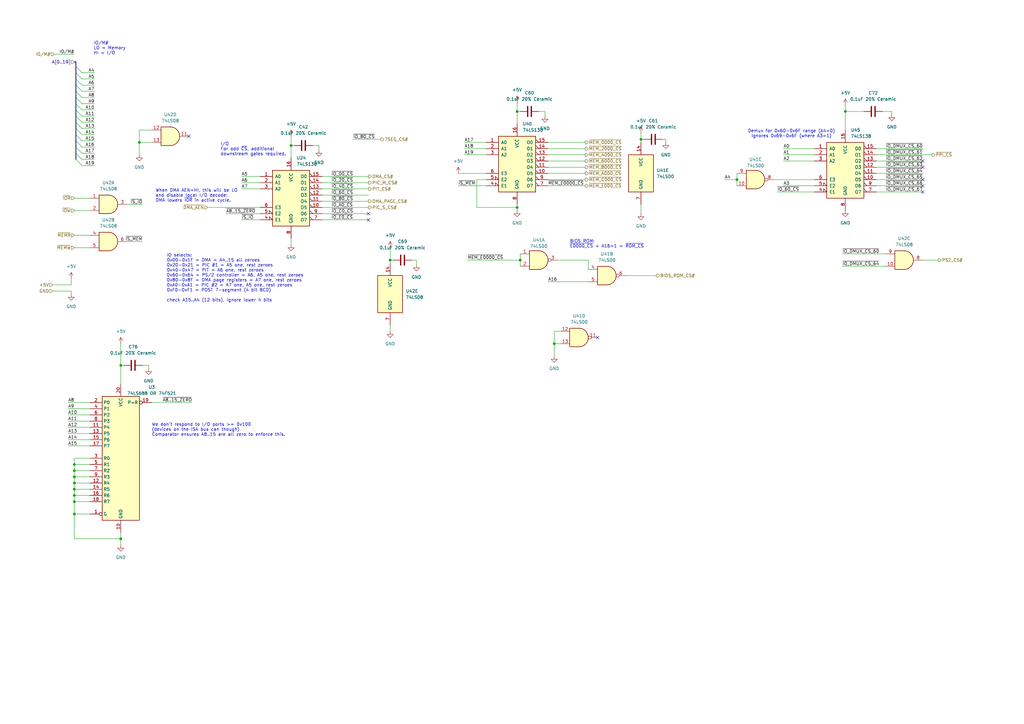
<source format=kicad_sch>
(kicad_sch
	(version 20231120)
	(generator "eeschema")
	(generator_version "8.0")
	(uuid "e0879ae6-f0e2-482c-80f0-84ac77bc6354")
	(paper "A3")
	(lib_symbols
		(symbol "74xx:74LS00"
			(pin_names
				(offset 1.016)
			)
			(exclude_from_sim no)
			(in_bom yes)
			(on_board yes)
			(property "Reference" "U"
				(at 0 1.27 0)
				(effects
					(font
						(size 1.27 1.27)
					)
				)
			)
			(property "Value" "74LS00"
				(at 0 -1.27 0)
				(effects
					(font
						(size 1.27 1.27)
					)
				)
			)
			(property "Footprint" ""
				(at 0 0 0)
				(effects
					(font
						(size 1.27 1.27)
					)
					(hide yes)
				)
			)
			(property "Datasheet" "http://www.ti.com/lit/gpn/sn74ls00"
				(at 0 0 0)
				(effects
					(font
						(size 1.27 1.27)
					)
					(hide yes)
				)
			)
			(property "Description" "quad 2-input NAND gate"
				(at 0 0 0)
				(effects
					(font
						(size 1.27 1.27)
					)
					(hide yes)
				)
			)
			(property "ki_locked" ""
				(at 0 0 0)
				(effects
					(font
						(size 1.27 1.27)
					)
				)
			)
			(property "ki_keywords" "TTL nand 2-input"
				(at 0 0 0)
				(effects
					(font
						(size 1.27 1.27)
					)
					(hide yes)
				)
			)
			(property "ki_fp_filters" "DIP*W7.62mm* SO14*"
				(at 0 0 0)
				(effects
					(font
						(size 1.27 1.27)
					)
					(hide yes)
				)
			)
			(symbol "74LS00_1_1"
				(arc
					(start 0 -3.81)
					(mid 3.7934 0)
					(end 0 3.81)
					(stroke
						(width 0.254)
						(type default)
					)
					(fill
						(type background)
					)
				)
				(polyline
					(pts
						(xy 0 3.81) (xy -3.81 3.81) (xy -3.81 -3.81) (xy 0 -3.81)
					)
					(stroke
						(width 0.254)
						(type default)
					)
					(fill
						(type background)
					)
				)
				(pin input line
					(at -7.62 2.54 0)
					(length 3.81)
					(name "~"
						(effects
							(font
								(size 1.27 1.27)
							)
						)
					)
					(number "1"
						(effects
							(font
								(size 1.27 1.27)
							)
						)
					)
				)
				(pin input line
					(at -7.62 -2.54 0)
					(length 3.81)
					(name "~"
						(effects
							(font
								(size 1.27 1.27)
							)
						)
					)
					(number "2"
						(effects
							(font
								(size 1.27 1.27)
							)
						)
					)
				)
				(pin output inverted
					(at 7.62 0 180)
					(length 3.81)
					(name "~"
						(effects
							(font
								(size 1.27 1.27)
							)
						)
					)
					(number "3"
						(effects
							(font
								(size 1.27 1.27)
							)
						)
					)
				)
			)
			(symbol "74LS00_1_2"
				(arc
					(start -3.81 -3.81)
					(mid -2.589 0)
					(end -3.81 3.81)
					(stroke
						(width 0.254)
						(type default)
					)
					(fill
						(type none)
					)
				)
				(arc
					(start -0.6096 -3.81)
					(mid 2.1842 -2.5851)
					(end 3.81 0)
					(stroke
						(width 0.254)
						(type default)
					)
					(fill
						(type background)
					)
				)
				(polyline
					(pts
						(xy -3.81 -3.81) (xy -0.635 -3.81)
					)
					(stroke
						(width 0.254)
						(type default)
					)
					(fill
						(type background)
					)
				)
				(polyline
					(pts
						(xy -3.81 3.81) (xy -0.635 3.81)
					)
					(stroke
						(width 0.254)
						(type default)
					)
					(fill
						(type background)
					)
				)
				(polyline
					(pts
						(xy -0.635 3.81) (xy -3.81 3.81) (xy -3.81 3.81) (xy -3.556 3.4036) (xy -3.0226 2.2606) (xy -2.6924 1.0414)
						(xy -2.6162 -0.254) (xy -2.7686 -1.4986) (xy -3.175 -2.7178) (xy -3.81 -3.81) (xy -3.81 -3.81)
						(xy -0.635 -3.81)
					)
					(stroke
						(width -25.4)
						(type default)
					)
					(fill
						(type background)
					)
				)
				(arc
					(start 3.81 0)
					(mid 2.1915 2.5936)
					(end -0.6096 3.81)
					(stroke
						(width 0.254)
						(type default)
					)
					(fill
						(type background)
					)
				)
				(pin input inverted
					(at -7.62 2.54 0)
					(length 4.318)
					(name "~"
						(effects
							(font
								(size 1.27 1.27)
							)
						)
					)
					(number "1"
						(effects
							(font
								(size 1.27 1.27)
							)
						)
					)
				)
				(pin input inverted
					(at -7.62 -2.54 0)
					(length 4.318)
					(name "~"
						(effects
							(font
								(size 1.27 1.27)
							)
						)
					)
					(number "2"
						(effects
							(font
								(size 1.27 1.27)
							)
						)
					)
				)
				(pin output line
					(at 7.62 0 180)
					(length 3.81)
					(name "~"
						(effects
							(font
								(size 1.27 1.27)
							)
						)
					)
					(number "3"
						(effects
							(font
								(size 1.27 1.27)
							)
						)
					)
				)
			)
			(symbol "74LS00_2_1"
				(arc
					(start 0 -3.81)
					(mid 3.7934 0)
					(end 0 3.81)
					(stroke
						(width 0.254)
						(type default)
					)
					(fill
						(type background)
					)
				)
				(polyline
					(pts
						(xy 0 3.81) (xy -3.81 3.81) (xy -3.81 -3.81) (xy 0 -3.81)
					)
					(stroke
						(width 0.254)
						(type default)
					)
					(fill
						(type background)
					)
				)
				(pin input line
					(at -7.62 2.54 0)
					(length 3.81)
					(name "~"
						(effects
							(font
								(size 1.27 1.27)
							)
						)
					)
					(number "4"
						(effects
							(font
								(size 1.27 1.27)
							)
						)
					)
				)
				(pin input line
					(at -7.62 -2.54 0)
					(length 3.81)
					(name "~"
						(effects
							(font
								(size 1.27 1.27)
							)
						)
					)
					(number "5"
						(effects
							(font
								(size 1.27 1.27)
							)
						)
					)
				)
				(pin output inverted
					(at 7.62 0 180)
					(length 3.81)
					(name "~"
						(effects
							(font
								(size 1.27 1.27)
							)
						)
					)
					(number "6"
						(effects
							(font
								(size 1.27 1.27)
							)
						)
					)
				)
			)
			(symbol "74LS00_2_2"
				(arc
					(start -3.81 -3.81)
					(mid -2.589 0)
					(end -3.81 3.81)
					(stroke
						(width 0.254)
						(type default)
					)
					(fill
						(type none)
					)
				)
				(arc
					(start -0.6096 -3.81)
					(mid 2.1842 -2.5851)
					(end 3.81 0)
					(stroke
						(width 0.254)
						(type default)
					)
					(fill
						(type background)
					)
				)
				(polyline
					(pts
						(xy -3.81 -3.81) (xy -0.635 -3.81)
					)
					(stroke
						(width 0.254)
						(type default)
					)
					(fill
						(type background)
					)
				)
				(polyline
					(pts
						(xy -3.81 3.81) (xy -0.635 3.81)
					)
					(stroke
						(width 0.254)
						(type default)
					)
					(fill
						(type background)
					)
				)
				(polyline
					(pts
						(xy -0.635 3.81) (xy -3.81 3.81) (xy -3.81 3.81) (xy -3.556 3.4036) (xy -3.0226 2.2606) (xy -2.6924 1.0414)
						(xy -2.6162 -0.254) (xy -2.7686 -1.4986) (xy -3.175 -2.7178) (xy -3.81 -3.81) (xy -3.81 -3.81)
						(xy -0.635 -3.81)
					)
					(stroke
						(width -25.4)
						(type default)
					)
					(fill
						(type background)
					)
				)
				(arc
					(start 3.81 0)
					(mid 2.1915 2.5936)
					(end -0.6096 3.81)
					(stroke
						(width 0.254)
						(type default)
					)
					(fill
						(type background)
					)
				)
				(pin input inverted
					(at -7.62 2.54 0)
					(length 4.318)
					(name "~"
						(effects
							(font
								(size 1.27 1.27)
							)
						)
					)
					(number "4"
						(effects
							(font
								(size 1.27 1.27)
							)
						)
					)
				)
				(pin input inverted
					(at -7.62 -2.54 0)
					(length 4.318)
					(name "~"
						(effects
							(font
								(size 1.27 1.27)
							)
						)
					)
					(number "5"
						(effects
							(font
								(size 1.27 1.27)
							)
						)
					)
				)
				(pin output line
					(at 7.62 0 180)
					(length 3.81)
					(name "~"
						(effects
							(font
								(size 1.27 1.27)
							)
						)
					)
					(number "6"
						(effects
							(font
								(size 1.27 1.27)
							)
						)
					)
				)
			)
			(symbol "74LS00_3_1"
				(arc
					(start 0 -3.81)
					(mid 3.7934 0)
					(end 0 3.81)
					(stroke
						(width 0.254)
						(type default)
					)
					(fill
						(type background)
					)
				)
				(polyline
					(pts
						(xy 0 3.81) (xy -3.81 3.81) (xy -3.81 -3.81) (xy 0 -3.81)
					)
					(stroke
						(width 0.254)
						(type default)
					)
					(fill
						(type background)
					)
				)
				(pin input line
					(at -7.62 -2.54 0)
					(length 3.81)
					(name "~"
						(effects
							(font
								(size 1.27 1.27)
							)
						)
					)
					(number "10"
						(effects
							(font
								(size 1.27 1.27)
							)
						)
					)
				)
				(pin output inverted
					(at 7.62 0 180)
					(length 3.81)
					(name "~"
						(effects
							(font
								(size 1.27 1.27)
							)
						)
					)
					(number "8"
						(effects
							(font
								(size 1.27 1.27)
							)
						)
					)
				)
				(pin input line
					(at -7.62 2.54 0)
					(length 3.81)
					(name "~"
						(effects
							(font
								(size 1.27 1.27)
							)
						)
					)
					(number "9"
						(effects
							(font
								(size 1.27 1.27)
							)
						)
					)
				)
			)
			(symbol "74LS00_3_2"
				(arc
					(start -3.81 -3.81)
					(mid -2.589 0)
					(end -3.81 3.81)
					(stroke
						(width 0.254)
						(type default)
					)
					(fill
						(type none)
					)
				)
				(arc
					(start -0.6096 -3.81)
					(mid 2.1842 -2.5851)
					(end 3.81 0)
					(stroke
						(width 0.254)
						(type default)
					)
					(fill
						(type background)
					)
				)
				(polyline
					(pts
						(xy -3.81 -3.81) (xy -0.635 -3.81)
					)
					(stroke
						(width 0.254)
						(type default)
					)
					(fill
						(type background)
					)
				)
				(polyline
					(pts
						(xy -3.81 3.81) (xy -0.635 3.81)
					)
					(stroke
						(width 0.254)
						(type default)
					)
					(fill
						(type background)
					)
				)
				(polyline
					(pts
						(xy -0.635 3.81) (xy -3.81 3.81) (xy -3.81 3.81) (xy -3.556 3.4036) (xy -3.0226 2.2606) (xy -2.6924 1.0414)
						(xy -2.6162 -0.254) (xy -2.7686 -1.4986) (xy -3.175 -2.7178) (xy -3.81 -3.81) (xy -3.81 -3.81)
						(xy -0.635 -3.81)
					)
					(stroke
						(width -25.4)
						(type default)
					)
					(fill
						(type background)
					)
				)
				(arc
					(start 3.81 0)
					(mid 2.1915 2.5936)
					(end -0.6096 3.81)
					(stroke
						(width 0.254)
						(type default)
					)
					(fill
						(type background)
					)
				)
				(pin input inverted
					(at -7.62 -2.54 0)
					(length 4.318)
					(name "~"
						(effects
							(font
								(size 1.27 1.27)
							)
						)
					)
					(number "10"
						(effects
							(font
								(size 1.27 1.27)
							)
						)
					)
				)
				(pin output line
					(at 7.62 0 180)
					(length 3.81)
					(name "~"
						(effects
							(font
								(size 1.27 1.27)
							)
						)
					)
					(number "8"
						(effects
							(font
								(size 1.27 1.27)
							)
						)
					)
				)
				(pin input inverted
					(at -7.62 2.54 0)
					(length 4.318)
					(name "~"
						(effects
							(font
								(size 1.27 1.27)
							)
						)
					)
					(number "9"
						(effects
							(font
								(size 1.27 1.27)
							)
						)
					)
				)
			)
			(symbol "74LS00_4_1"
				(arc
					(start 0 -3.81)
					(mid 3.7934 0)
					(end 0 3.81)
					(stroke
						(width 0.254)
						(type default)
					)
					(fill
						(type background)
					)
				)
				(polyline
					(pts
						(xy 0 3.81) (xy -3.81 3.81) (xy -3.81 -3.81) (xy 0 -3.81)
					)
					(stroke
						(width 0.254)
						(type default)
					)
					(fill
						(type background)
					)
				)
				(pin output inverted
					(at 7.62 0 180)
					(length 3.81)
					(name "~"
						(effects
							(font
								(size 1.27 1.27)
							)
						)
					)
					(number "11"
						(effects
							(font
								(size 1.27 1.27)
							)
						)
					)
				)
				(pin input line
					(at -7.62 2.54 0)
					(length 3.81)
					(name "~"
						(effects
							(font
								(size 1.27 1.27)
							)
						)
					)
					(number "12"
						(effects
							(font
								(size 1.27 1.27)
							)
						)
					)
				)
				(pin input line
					(at -7.62 -2.54 0)
					(length 3.81)
					(name "~"
						(effects
							(font
								(size 1.27 1.27)
							)
						)
					)
					(number "13"
						(effects
							(font
								(size 1.27 1.27)
							)
						)
					)
				)
			)
			(symbol "74LS00_4_2"
				(arc
					(start -3.81 -3.81)
					(mid -2.589 0)
					(end -3.81 3.81)
					(stroke
						(width 0.254)
						(type default)
					)
					(fill
						(type none)
					)
				)
				(arc
					(start -0.6096 -3.81)
					(mid 2.1842 -2.5851)
					(end 3.81 0)
					(stroke
						(width 0.254)
						(type default)
					)
					(fill
						(type background)
					)
				)
				(polyline
					(pts
						(xy -3.81 -3.81) (xy -0.635 -3.81)
					)
					(stroke
						(width 0.254)
						(type default)
					)
					(fill
						(type background)
					)
				)
				(polyline
					(pts
						(xy -3.81 3.81) (xy -0.635 3.81)
					)
					(stroke
						(width 0.254)
						(type default)
					)
					(fill
						(type background)
					)
				)
				(polyline
					(pts
						(xy -0.635 3.81) (xy -3.81 3.81) (xy -3.81 3.81) (xy -3.556 3.4036) (xy -3.0226 2.2606) (xy -2.6924 1.0414)
						(xy -2.6162 -0.254) (xy -2.7686 -1.4986) (xy -3.175 -2.7178) (xy -3.81 -3.81) (xy -3.81 -3.81)
						(xy -0.635 -3.81)
					)
					(stroke
						(width -25.4)
						(type default)
					)
					(fill
						(type background)
					)
				)
				(arc
					(start 3.81 0)
					(mid 2.1915 2.5936)
					(end -0.6096 3.81)
					(stroke
						(width 0.254)
						(type default)
					)
					(fill
						(type background)
					)
				)
				(pin output line
					(at 7.62 0 180)
					(length 3.81)
					(name "~"
						(effects
							(font
								(size 1.27 1.27)
							)
						)
					)
					(number "11"
						(effects
							(font
								(size 1.27 1.27)
							)
						)
					)
				)
				(pin input inverted
					(at -7.62 2.54 0)
					(length 4.318)
					(name "~"
						(effects
							(font
								(size 1.27 1.27)
							)
						)
					)
					(number "12"
						(effects
							(font
								(size 1.27 1.27)
							)
						)
					)
				)
				(pin input inverted
					(at -7.62 -2.54 0)
					(length 4.318)
					(name "~"
						(effects
							(font
								(size 1.27 1.27)
							)
						)
					)
					(number "13"
						(effects
							(font
								(size 1.27 1.27)
							)
						)
					)
				)
			)
			(symbol "74LS00_5_0"
				(pin power_in line
					(at 0 12.7 270)
					(length 5.08)
					(name "VCC"
						(effects
							(font
								(size 1.27 1.27)
							)
						)
					)
					(number "14"
						(effects
							(font
								(size 1.27 1.27)
							)
						)
					)
				)
				(pin power_in line
					(at 0 -12.7 90)
					(length 5.08)
					(name "GND"
						(effects
							(font
								(size 1.27 1.27)
							)
						)
					)
					(number "7"
						(effects
							(font
								(size 1.27 1.27)
							)
						)
					)
				)
			)
			(symbol "74LS00_5_1"
				(rectangle
					(start -5.08 7.62)
					(end 5.08 -7.62)
					(stroke
						(width 0.254)
						(type default)
					)
					(fill
						(type background)
					)
				)
			)
		)
		(symbol "74xx:74LS08"
			(pin_names
				(offset 1.016)
			)
			(exclude_from_sim no)
			(in_bom yes)
			(on_board yes)
			(property "Reference" "U"
				(at 0 1.27 0)
				(effects
					(font
						(size 1.27 1.27)
					)
				)
			)
			(property "Value" "74LS08"
				(at 0 -1.27 0)
				(effects
					(font
						(size 1.27 1.27)
					)
				)
			)
			(property "Footprint" ""
				(at 0 0 0)
				(effects
					(font
						(size 1.27 1.27)
					)
					(hide yes)
				)
			)
			(property "Datasheet" "http://www.ti.com/lit/gpn/sn74LS08"
				(at 0 0 0)
				(effects
					(font
						(size 1.27 1.27)
					)
					(hide yes)
				)
			)
			(property "Description" "Quad And2"
				(at 0 0 0)
				(effects
					(font
						(size 1.27 1.27)
					)
					(hide yes)
				)
			)
			(property "ki_locked" ""
				(at 0 0 0)
				(effects
					(font
						(size 1.27 1.27)
					)
				)
			)
			(property "ki_keywords" "TTL and2"
				(at 0 0 0)
				(effects
					(font
						(size 1.27 1.27)
					)
					(hide yes)
				)
			)
			(property "ki_fp_filters" "DIP*W7.62mm*"
				(at 0 0 0)
				(effects
					(font
						(size 1.27 1.27)
					)
					(hide yes)
				)
			)
			(symbol "74LS08_1_1"
				(arc
					(start 0 -3.81)
					(mid 3.7934 0)
					(end 0 3.81)
					(stroke
						(width 0.254)
						(type default)
					)
					(fill
						(type background)
					)
				)
				(polyline
					(pts
						(xy 0 3.81) (xy -3.81 3.81) (xy -3.81 -3.81) (xy 0 -3.81)
					)
					(stroke
						(width 0.254)
						(type default)
					)
					(fill
						(type background)
					)
				)
				(pin input line
					(at -7.62 2.54 0)
					(length 3.81)
					(name "~"
						(effects
							(font
								(size 1.27 1.27)
							)
						)
					)
					(number "1"
						(effects
							(font
								(size 1.27 1.27)
							)
						)
					)
				)
				(pin input line
					(at -7.62 -2.54 0)
					(length 3.81)
					(name "~"
						(effects
							(font
								(size 1.27 1.27)
							)
						)
					)
					(number "2"
						(effects
							(font
								(size 1.27 1.27)
							)
						)
					)
				)
				(pin output line
					(at 7.62 0 180)
					(length 3.81)
					(name "~"
						(effects
							(font
								(size 1.27 1.27)
							)
						)
					)
					(number "3"
						(effects
							(font
								(size 1.27 1.27)
							)
						)
					)
				)
			)
			(symbol "74LS08_1_2"
				(arc
					(start -3.81 -3.81)
					(mid -2.589 0)
					(end -3.81 3.81)
					(stroke
						(width 0.254)
						(type default)
					)
					(fill
						(type none)
					)
				)
				(arc
					(start -0.6096 -3.81)
					(mid 2.1842 -2.5851)
					(end 3.81 0)
					(stroke
						(width 0.254)
						(type default)
					)
					(fill
						(type background)
					)
				)
				(polyline
					(pts
						(xy -3.81 -3.81) (xy -0.635 -3.81)
					)
					(stroke
						(width 0.254)
						(type default)
					)
					(fill
						(type background)
					)
				)
				(polyline
					(pts
						(xy -3.81 3.81) (xy -0.635 3.81)
					)
					(stroke
						(width 0.254)
						(type default)
					)
					(fill
						(type background)
					)
				)
				(polyline
					(pts
						(xy -0.635 3.81) (xy -3.81 3.81) (xy -3.81 3.81) (xy -3.556 3.4036) (xy -3.0226 2.2606) (xy -2.6924 1.0414)
						(xy -2.6162 -0.254) (xy -2.7686 -1.4986) (xy -3.175 -2.7178) (xy -3.81 -3.81) (xy -3.81 -3.81)
						(xy -0.635 -3.81)
					)
					(stroke
						(width -25.4)
						(type default)
					)
					(fill
						(type background)
					)
				)
				(arc
					(start 3.81 0)
					(mid 2.1915 2.5936)
					(end -0.6096 3.81)
					(stroke
						(width 0.254)
						(type default)
					)
					(fill
						(type background)
					)
				)
				(pin input inverted
					(at -7.62 2.54 0)
					(length 4.318)
					(name "~"
						(effects
							(font
								(size 1.27 1.27)
							)
						)
					)
					(number "1"
						(effects
							(font
								(size 1.27 1.27)
							)
						)
					)
				)
				(pin input inverted
					(at -7.62 -2.54 0)
					(length 4.318)
					(name "~"
						(effects
							(font
								(size 1.27 1.27)
							)
						)
					)
					(number "2"
						(effects
							(font
								(size 1.27 1.27)
							)
						)
					)
				)
				(pin output inverted
					(at 7.62 0 180)
					(length 3.81)
					(name "~"
						(effects
							(font
								(size 1.27 1.27)
							)
						)
					)
					(number "3"
						(effects
							(font
								(size 1.27 1.27)
							)
						)
					)
				)
			)
			(symbol "74LS08_2_1"
				(arc
					(start 0 -3.81)
					(mid 3.7934 0)
					(end 0 3.81)
					(stroke
						(width 0.254)
						(type default)
					)
					(fill
						(type background)
					)
				)
				(polyline
					(pts
						(xy 0 3.81) (xy -3.81 3.81) (xy -3.81 -3.81) (xy 0 -3.81)
					)
					(stroke
						(width 0.254)
						(type default)
					)
					(fill
						(type background)
					)
				)
				(pin input line
					(at -7.62 2.54 0)
					(length 3.81)
					(name "~"
						(effects
							(font
								(size 1.27 1.27)
							)
						)
					)
					(number "4"
						(effects
							(font
								(size 1.27 1.27)
							)
						)
					)
				)
				(pin input line
					(at -7.62 -2.54 0)
					(length 3.81)
					(name "~"
						(effects
							(font
								(size 1.27 1.27)
							)
						)
					)
					(number "5"
						(effects
							(font
								(size 1.27 1.27)
							)
						)
					)
				)
				(pin output line
					(at 7.62 0 180)
					(length 3.81)
					(name "~"
						(effects
							(font
								(size 1.27 1.27)
							)
						)
					)
					(number "6"
						(effects
							(font
								(size 1.27 1.27)
							)
						)
					)
				)
			)
			(symbol "74LS08_2_2"
				(arc
					(start -3.81 -3.81)
					(mid -2.589 0)
					(end -3.81 3.81)
					(stroke
						(width 0.254)
						(type default)
					)
					(fill
						(type none)
					)
				)
				(arc
					(start -0.6096 -3.81)
					(mid 2.1842 -2.5851)
					(end 3.81 0)
					(stroke
						(width 0.254)
						(type default)
					)
					(fill
						(type background)
					)
				)
				(polyline
					(pts
						(xy -3.81 -3.81) (xy -0.635 -3.81)
					)
					(stroke
						(width 0.254)
						(type default)
					)
					(fill
						(type background)
					)
				)
				(polyline
					(pts
						(xy -3.81 3.81) (xy -0.635 3.81)
					)
					(stroke
						(width 0.254)
						(type default)
					)
					(fill
						(type background)
					)
				)
				(polyline
					(pts
						(xy -0.635 3.81) (xy -3.81 3.81) (xy -3.81 3.81) (xy -3.556 3.4036) (xy -3.0226 2.2606) (xy -2.6924 1.0414)
						(xy -2.6162 -0.254) (xy -2.7686 -1.4986) (xy -3.175 -2.7178) (xy -3.81 -3.81) (xy -3.81 -3.81)
						(xy -0.635 -3.81)
					)
					(stroke
						(width -25.4)
						(type default)
					)
					(fill
						(type background)
					)
				)
				(arc
					(start 3.81 0)
					(mid 2.1915 2.5936)
					(end -0.6096 3.81)
					(stroke
						(width 0.254)
						(type default)
					)
					(fill
						(type background)
					)
				)
				(pin input inverted
					(at -7.62 2.54 0)
					(length 4.318)
					(name "~"
						(effects
							(font
								(size 1.27 1.27)
							)
						)
					)
					(number "4"
						(effects
							(font
								(size 1.27 1.27)
							)
						)
					)
				)
				(pin input inverted
					(at -7.62 -2.54 0)
					(length 4.318)
					(name "~"
						(effects
							(font
								(size 1.27 1.27)
							)
						)
					)
					(number "5"
						(effects
							(font
								(size 1.27 1.27)
							)
						)
					)
				)
				(pin output inverted
					(at 7.62 0 180)
					(length 3.81)
					(name "~"
						(effects
							(font
								(size 1.27 1.27)
							)
						)
					)
					(number "6"
						(effects
							(font
								(size 1.27 1.27)
							)
						)
					)
				)
			)
			(symbol "74LS08_3_1"
				(arc
					(start 0 -3.81)
					(mid 3.7934 0)
					(end 0 3.81)
					(stroke
						(width 0.254)
						(type default)
					)
					(fill
						(type background)
					)
				)
				(polyline
					(pts
						(xy 0 3.81) (xy -3.81 3.81) (xy -3.81 -3.81) (xy 0 -3.81)
					)
					(stroke
						(width 0.254)
						(type default)
					)
					(fill
						(type background)
					)
				)
				(pin input line
					(at -7.62 -2.54 0)
					(length 3.81)
					(name "~"
						(effects
							(font
								(size 1.27 1.27)
							)
						)
					)
					(number "10"
						(effects
							(font
								(size 1.27 1.27)
							)
						)
					)
				)
				(pin output line
					(at 7.62 0 180)
					(length 3.81)
					(name "~"
						(effects
							(font
								(size 1.27 1.27)
							)
						)
					)
					(number "8"
						(effects
							(font
								(size 1.27 1.27)
							)
						)
					)
				)
				(pin input line
					(at -7.62 2.54 0)
					(length 3.81)
					(name "~"
						(effects
							(font
								(size 1.27 1.27)
							)
						)
					)
					(number "9"
						(effects
							(font
								(size 1.27 1.27)
							)
						)
					)
				)
			)
			(symbol "74LS08_3_2"
				(arc
					(start -3.81 -3.81)
					(mid -2.589 0)
					(end -3.81 3.81)
					(stroke
						(width 0.254)
						(type default)
					)
					(fill
						(type none)
					)
				)
				(arc
					(start -0.6096 -3.81)
					(mid 2.1842 -2.5851)
					(end 3.81 0)
					(stroke
						(width 0.254)
						(type default)
					)
					(fill
						(type background)
					)
				)
				(polyline
					(pts
						(xy -3.81 -3.81) (xy -0.635 -3.81)
					)
					(stroke
						(width 0.254)
						(type default)
					)
					(fill
						(type background)
					)
				)
				(polyline
					(pts
						(xy -3.81 3.81) (xy -0.635 3.81)
					)
					(stroke
						(width 0.254)
						(type default)
					)
					(fill
						(type background)
					)
				)
				(polyline
					(pts
						(xy -0.635 3.81) (xy -3.81 3.81) (xy -3.81 3.81) (xy -3.556 3.4036) (xy -3.0226 2.2606) (xy -2.6924 1.0414)
						(xy -2.6162 -0.254) (xy -2.7686 -1.4986) (xy -3.175 -2.7178) (xy -3.81 -3.81) (xy -3.81 -3.81)
						(xy -0.635 -3.81)
					)
					(stroke
						(width -25.4)
						(type default)
					)
					(fill
						(type background)
					)
				)
				(arc
					(start 3.81 0)
					(mid 2.1915 2.5936)
					(end -0.6096 3.81)
					(stroke
						(width 0.254)
						(type default)
					)
					(fill
						(type background)
					)
				)
				(pin input inverted
					(at -7.62 -2.54 0)
					(length 4.318)
					(name "~"
						(effects
							(font
								(size 1.27 1.27)
							)
						)
					)
					(number "10"
						(effects
							(font
								(size 1.27 1.27)
							)
						)
					)
				)
				(pin output inverted
					(at 7.62 0 180)
					(length 3.81)
					(name "~"
						(effects
							(font
								(size 1.27 1.27)
							)
						)
					)
					(number "8"
						(effects
							(font
								(size 1.27 1.27)
							)
						)
					)
				)
				(pin input inverted
					(at -7.62 2.54 0)
					(length 4.318)
					(name "~"
						(effects
							(font
								(size 1.27 1.27)
							)
						)
					)
					(number "9"
						(effects
							(font
								(size 1.27 1.27)
							)
						)
					)
				)
			)
			(symbol "74LS08_4_1"
				(arc
					(start 0 -3.81)
					(mid 3.7934 0)
					(end 0 3.81)
					(stroke
						(width 0.254)
						(type default)
					)
					(fill
						(type background)
					)
				)
				(polyline
					(pts
						(xy 0 3.81) (xy -3.81 3.81) (xy -3.81 -3.81) (xy 0 -3.81)
					)
					(stroke
						(width 0.254)
						(type default)
					)
					(fill
						(type background)
					)
				)
				(pin output line
					(at 7.62 0 180)
					(length 3.81)
					(name "~"
						(effects
							(font
								(size 1.27 1.27)
							)
						)
					)
					(number "11"
						(effects
							(font
								(size 1.27 1.27)
							)
						)
					)
				)
				(pin input line
					(at -7.62 2.54 0)
					(length 3.81)
					(name "~"
						(effects
							(font
								(size 1.27 1.27)
							)
						)
					)
					(number "12"
						(effects
							(font
								(size 1.27 1.27)
							)
						)
					)
				)
				(pin input line
					(at -7.62 -2.54 0)
					(length 3.81)
					(name "~"
						(effects
							(font
								(size 1.27 1.27)
							)
						)
					)
					(number "13"
						(effects
							(font
								(size 1.27 1.27)
							)
						)
					)
				)
			)
			(symbol "74LS08_4_2"
				(arc
					(start -3.81 -3.81)
					(mid -2.589 0)
					(end -3.81 3.81)
					(stroke
						(width 0.254)
						(type default)
					)
					(fill
						(type none)
					)
				)
				(arc
					(start -0.6096 -3.81)
					(mid 2.1842 -2.5851)
					(end 3.81 0)
					(stroke
						(width 0.254)
						(type default)
					)
					(fill
						(type background)
					)
				)
				(polyline
					(pts
						(xy -3.81 -3.81) (xy -0.635 -3.81)
					)
					(stroke
						(width 0.254)
						(type default)
					)
					(fill
						(type background)
					)
				)
				(polyline
					(pts
						(xy -3.81 3.81) (xy -0.635 3.81)
					)
					(stroke
						(width 0.254)
						(type default)
					)
					(fill
						(type background)
					)
				)
				(polyline
					(pts
						(xy -0.635 3.81) (xy -3.81 3.81) (xy -3.81 3.81) (xy -3.556 3.4036) (xy -3.0226 2.2606) (xy -2.6924 1.0414)
						(xy -2.6162 -0.254) (xy -2.7686 -1.4986) (xy -3.175 -2.7178) (xy -3.81 -3.81) (xy -3.81 -3.81)
						(xy -0.635 -3.81)
					)
					(stroke
						(width -25.4)
						(type default)
					)
					(fill
						(type background)
					)
				)
				(arc
					(start 3.81 0)
					(mid 2.1915 2.5936)
					(end -0.6096 3.81)
					(stroke
						(width 0.254)
						(type default)
					)
					(fill
						(type background)
					)
				)
				(pin output inverted
					(at 7.62 0 180)
					(length 3.81)
					(name "~"
						(effects
							(font
								(size 1.27 1.27)
							)
						)
					)
					(number "11"
						(effects
							(font
								(size 1.27 1.27)
							)
						)
					)
				)
				(pin input inverted
					(at -7.62 2.54 0)
					(length 4.318)
					(name "~"
						(effects
							(font
								(size 1.27 1.27)
							)
						)
					)
					(number "12"
						(effects
							(font
								(size 1.27 1.27)
							)
						)
					)
				)
				(pin input inverted
					(at -7.62 -2.54 0)
					(length 4.318)
					(name "~"
						(effects
							(font
								(size 1.27 1.27)
							)
						)
					)
					(number "13"
						(effects
							(font
								(size 1.27 1.27)
							)
						)
					)
				)
			)
			(symbol "74LS08_5_0"
				(pin power_in line
					(at 0 12.7 270)
					(length 5.08)
					(name "VCC"
						(effects
							(font
								(size 1.27 1.27)
							)
						)
					)
					(number "14"
						(effects
							(font
								(size 1.27 1.27)
							)
						)
					)
				)
				(pin power_in line
					(at 0 -12.7 90)
					(length 5.08)
					(name "GND"
						(effects
							(font
								(size 1.27 1.27)
							)
						)
					)
					(number "7"
						(effects
							(font
								(size 1.27 1.27)
							)
						)
					)
				)
			)
			(symbol "74LS08_5_1"
				(rectangle
					(start -5.08 7.62)
					(end 5.08 -7.62)
					(stroke
						(width 0.254)
						(type default)
					)
					(fill
						(type background)
					)
				)
			)
		)
		(symbol "74xx:74LS138"
			(pin_names
				(offset 1.016)
			)
			(exclude_from_sim no)
			(in_bom yes)
			(on_board yes)
			(property "Reference" "U"
				(at -7.62 11.43 0)
				(effects
					(font
						(size 1.27 1.27)
					)
				)
			)
			(property "Value" "74LS138"
				(at -7.62 -13.97 0)
				(effects
					(font
						(size 1.27 1.27)
					)
				)
			)
			(property "Footprint" ""
				(at 0 0 0)
				(effects
					(font
						(size 1.27 1.27)
					)
					(hide yes)
				)
			)
			(property "Datasheet" "http://www.ti.com/lit/gpn/sn74LS138"
				(at 0 0 0)
				(effects
					(font
						(size 1.27 1.27)
					)
					(hide yes)
				)
			)
			(property "Description" "Decoder 3 to 8 active low outputs"
				(at 0 0 0)
				(effects
					(font
						(size 1.27 1.27)
					)
					(hide yes)
				)
			)
			(property "ki_locked" ""
				(at 0 0 0)
				(effects
					(font
						(size 1.27 1.27)
					)
				)
			)
			(property "ki_keywords" "TTL DECOD DECOD8"
				(at 0 0 0)
				(effects
					(font
						(size 1.27 1.27)
					)
					(hide yes)
				)
			)
			(property "ki_fp_filters" "DIP?16*"
				(at 0 0 0)
				(effects
					(font
						(size 1.27 1.27)
					)
					(hide yes)
				)
			)
			(symbol "74LS138_1_0"
				(pin input line
					(at -12.7 7.62 0)
					(length 5.08)
					(name "A0"
						(effects
							(font
								(size 1.27 1.27)
							)
						)
					)
					(number "1"
						(effects
							(font
								(size 1.27 1.27)
							)
						)
					)
				)
				(pin output output_low
					(at 12.7 -5.08 180)
					(length 5.08)
					(name "O5"
						(effects
							(font
								(size 1.27 1.27)
							)
						)
					)
					(number "10"
						(effects
							(font
								(size 1.27 1.27)
							)
						)
					)
				)
				(pin output output_low
					(at 12.7 -2.54 180)
					(length 5.08)
					(name "O4"
						(effects
							(font
								(size 1.27 1.27)
							)
						)
					)
					(number "11"
						(effects
							(font
								(size 1.27 1.27)
							)
						)
					)
				)
				(pin output output_low
					(at 12.7 0 180)
					(length 5.08)
					(name "O3"
						(effects
							(font
								(size 1.27 1.27)
							)
						)
					)
					(number "12"
						(effects
							(font
								(size 1.27 1.27)
							)
						)
					)
				)
				(pin output output_low
					(at 12.7 2.54 180)
					(length 5.08)
					(name "O2"
						(effects
							(font
								(size 1.27 1.27)
							)
						)
					)
					(number "13"
						(effects
							(font
								(size 1.27 1.27)
							)
						)
					)
				)
				(pin output output_low
					(at 12.7 5.08 180)
					(length 5.08)
					(name "O1"
						(effects
							(font
								(size 1.27 1.27)
							)
						)
					)
					(number "14"
						(effects
							(font
								(size 1.27 1.27)
							)
						)
					)
				)
				(pin output output_low
					(at 12.7 7.62 180)
					(length 5.08)
					(name "O0"
						(effects
							(font
								(size 1.27 1.27)
							)
						)
					)
					(number "15"
						(effects
							(font
								(size 1.27 1.27)
							)
						)
					)
				)
				(pin power_in line
					(at 0 15.24 270)
					(length 5.08)
					(name "VCC"
						(effects
							(font
								(size 1.27 1.27)
							)
						)
					)
					(number "16"
						(effects
							(font
								(size 1.27 1.27)
							)
						)
					)
				)
				(pin input line
					(at -12.7 5.08 0)
					(length 5.08)
					(name "A1"
						(effects
							(font
								(size 1.27 1.27)
							)
						)
					)
					(number "2"
						(effects
							(font
								(size 1.27 1.27)
							)
						)
					)
				)
				(pin input line
					(at -12.7 2.54 0)
					(length 5.08)
					(name "A2"
						(effects
							(font
								(size 1.27 1.27)
							)
						)
					)
					(number "3"
						(effects
							(font
								(size 1.27 1.27)
							)
						)
					)
				)
				(pin input input_low
					(at -12.7 -10.16 0)
					(length 5.08)
					(name "E1"
						(effects
							(font
								(size 1.27 1.27)
							)
						)
					)
					(number "4"
						(effects
							(font
								(size 1.27 1.27)
							)
						)
					)
				)
				(pin input input_low
					(at -12.7 -7.62 0)
					(length 5.08)
					(name "E2"
						(effects
							(font
								(size 1.27 1.27)
							)
						)
					)
					(number "5"
						(effects
							(font
								(size 1.27 1.27)
							)
						)
					)
				)
				(pin input line
					(at -12.7 -5.08 0)
					(length 5.08)
					(name "E3"
						(effects
							(font
								(size 1.27 1.27)
							)
						)
					)
					(number "6"
						(effects
							(font
								(size 1.27 1.27)
							)
						)
					)
				)
				(pin output output_low
					(at 12.7 -10.16 180)
					(length 5.08)
					(name "O7"
						(effects
							(font
								(size 1.27 1.27)
							)
						)
					)
					(number "7"
						(effects
							(font
								(size 1.27 1.27)
							)
						)
					)
				)
				(pin power_in line
					(at 0 -17.78 90)
					(length 5.08)
					(name "GND"
						(effects
							(font
								(size 1.27 1.27)
							)
						)
					)
					(number "8"
						(effects
							(font
								(size 1.27 1.27)
							)
						)
					)
				)
				(pin output output_low
					(at 12.7 -7.62 180)
					(length 5.08)
					(name "O6"
						(effects
							(font
								(size 1.27 1.27)
							)
						)
					)
					(number "9"
						(effects
							(font
								(size 1.27 1.27)
							)
						)
					)
				)
			)
			(symbol "74LS138_1_1"
				(rectangle
					(start -7.62 10.16)
					(end 7.62 -12.7)
					(stroke
						(width 0.254)
						(type default)
					)
					(fill
						(type background)
					)
				)
			)
		)
		(symbol "74xx:74LS688"
			(exclude_from_sim no)
			(in_bom yes)
			(on_board yes)
			(property "Reference" "U"
				(at -7.62 26.67 0)
				(effects
					(font
						(size 1.27 1.27)
					)
				)
			)
			(property "Value" "74LS688"
				(at -7.62 -26.67 0)
				(effects
					(font
						(size 1.27 1.27)
					)
				)
			)
			(property "Footprint" ""
				(at 0 0 0)
				(effects
					(font
						(size 1.27 1.27)
					)
					(hide yes)
				)
			)
			(property "Datasheet" "http://www.ti.com/lit/gpn/sn74LS688"
				(at 0 0 0)
				(effects
					(font
						(size 1.27 1.27)
					)
					(hide yes)
				)
			)
			(property "Description" "8-bit magnitude comparator"
				(at 0 0 0)
				(effects
					(font
						(size 1.27 1.27)
					)
					(hide yes)
				)
			)
			(property "ki_keywords" "TTL DECOD Arith"
				(at 0 0 0)
				(effects
					(font
						(size 1.27 1.27)
					)
					(hide yes)
				)
			)
			(property "ki_fp_filters" "DIP?20* SOIC?20* SO?20* TSSOP?20*"
				(at 0 0 0)
				(effects
					(font
						(size 1.27 1.27)
					)
					(hide yes)
				)
			)
			(symbol "74LS688_1_0"
				(pin input inverted
					(at -12.7 -22.86 0)
					(length 5.08)
					(name "G"
						(effects
							(font
								(size 1.27 1.27)
							)
						)
					)
					(number "1"
						(effects
							(font
								(size 1.27 1.27)
							)
						)
					)
				)
				(pin power_in line
					(at 0 -30.48 90)
					(length 5.08)
					(name "GND"
						(effects
							(font
								(size 1.27 1.27)
							)
						)
					)
					(number "10"
						(effects
							(font
								(size 1.27 1.27)
							)
						)
					)
				)
				(pin input line
					(at -12.7 12.7 0)
					(length 5.08)
					(name "P4"
						(effects
							(font
								(size 1.27 1.27)
							)
						)
					)
					(number "11"
						(effects
							(font
								(size 1.27 1.27)
							)
						)
					)
				)
				(pin input line
					(at -12.7 -10.16 0)
					(length 5.08)
					(name "R4"
						(effects
							(font
								(size 1.27 1.27)
							)
						)
					)
					(number "12"
						(effects
							(font
								(size 1.27 1.27)
							)
						)
					)
				)
				(pin input line
					(at -12.7 10.16 0)
					(length 5.08)
					(name "P5"
						(effects
							(font
								(size 1.27 1.27)
							)
						)
					)
					(number "13"
						(effects
							(font
								(size 1.27 1.27)
							)
						)
					)
				)
				(pin input line
					(at -12.7 -12.7 0)
					(length 5.08)
					(name "R5"
						(effects
							(font
								(size 1.27 1.27)
							)
						)
					)
					(number "14"
						(effects
							(font
								(size 1.27 1.27)
							)
						)
					)
				)
				(pin input line
					(at -12.7 7.62 0)
					(length 5.08)
					(name "P6"
						(effects
							(font
								(size 1.27 1.27)
							)
						)
					)
					(number "15"
						(effects
							(font
								(size 1.27 1.27)
							)
						)
					)
				)
				(pin input line
					(at -12.7 -15.24 0)
					(length 5.08)
					(name "R6"
						(effects
							(font
								(size 1.27 1.27)
							)
						)
					)
					(number "16"
						(effects
							(font
								(size 1.27 1.27)
							)
						)
					)
				)
				(pin input line
					(at -12.7 5.08 0)
					(length 5.08)
					(name "P7"
						(effects
							(font
								(size 1.27 1.27)
							)
						)
					)
					(number "17"
						(effects
							(font
								(size 1.27 1.27)
							)
						)
					)
				)
				(pin input line
					(at -12.7 -17.78 0)
					(length 5.08)
					(name "R7"
						(effects
							(font
								(size 1.27 1.27)
							)
						)
					)
					(number "18"
						(effects
							(font
								(size 1.27 1.27)
							)
						)
					)
				)
				(pin output inverted
					(at 12.7 22.86 180)
					(length 5.08)
					(name "P=R"
						(effects
							(font
								(size 1.27 1.27)
							)
						)
					)
					(number "19"
						(effects
							(font
								(size 1.27 1.27)
							)
						)
					)
				)
				(pin input line
					(at -12.7 22.86 0)
					(length 5.08)
					(name "P0"
						(effects
							(font
								(size 1.27 1.27)
							)
						)
					)
					(number "2"
						(effects
							(font
								(size 1.27 1.27)
							)
						)
					)
				)
				(pin power_in line
					(at 0 30.48 270)
					(length 5.08)
					(name "VCC"
						(effects
							(font
								(size 1.27 1.27)
							)
						)
					)
					(number "20"
						(effects
							(font
								(size 1.27 1.27)
							)
						)
					)
				)
				(pin input line
					(at -12.7 0 0)
					(length 5.08)
					(name "R0"
						(effects
							(font
								(size 1.27 1.27)
							)
						)
					)
					(number "3"
						(effects
							(font
								(size 1.27 1.27)
							)
						)
					)
				)
				(pin input line
					(at -12.7 20.32 0)
					(length 5.08)
					(name "P1"
						(effects
							(font
								(size 1.27 1.27)
							)
						)
					)
					(number "4"
						(effects
							(font
								(size 1.27 1.27)
							)
						)
					)
				)
				(pin input line
					(at -12.7 -2.54 0)
					(length 5.08)
					(name "R1"
						(effects
							(font
								(size 1.27 1.27)
							)
						)
					)
					(number "5"
						(effects
							(font
								(size 1.27 1.27)
							)
						)
					)
				)
				(pin input line
					(at -12.7 17.78 0)
					(length 5.08)
					(name "P2"
						(effects
							(font
								(size 1.27 1.27)
							)
						)
					)
					(number "6"
						(effects
							(font
								(size 1.27 1.27)
							)
						)
					)
				)
				(pin input line
					(at -12.7 -5.08 0)
					(length 5.08)
					(name "R2"
						(effects
							(font
								(size 1.27 1.27)
							)
						)
					)
					(number "7"
						(effects
							(font
								(size 1.27 1.27)
							)
						)
					)
				)
				(pin input line
					(at -12.7 15.24 0)
					(length 5.08)
					(name "P3"
						(effects
							(font
								(size 1.27 1.27)
							)
						)
					)
					(number "8"
						(effects
							(font
								(size 1.27 1.27)
							)
						)
					)
				)
				(pin input line
					(at -12.7 -7.62 0)
					(length 5.08)
					(name "R3"
						(effects
							(font
								(size 1.27 1.27)
							)
						)
					)
					(number "9"
						(effects
							(font
								(size 1.27 1.27)
							)
						)
					)
				)
			)
			(symbol "74LS688_1_1"
				(rectangle
					(start -7.62 25.4)
					(end 7.62 -25.4)
					(stroke
						(width 0.254)
						(type default)
					)
					(fill
						(type background)
					)
				)
			)
		)
		(symbol "Device:C"
			(pin_numbers hide)
			(pin_names
				(offset 0.254)
			)
			(exclude_from_sim no)
			(in_bom yes)
			(on_board yes)
			(property "Reference" "C"
				(at 0.635 2.54 0)
				(effects
					(font
						(size 1.27 1.27)
					)
					(justify left)
				)
			)
			(property "Value" "C"
				(at 0.635 -2.54 0)
				(effects
					(font
						(size 1.27 1.27)
					)
					(justify left)
				)
			)
			(property "Footprint" ""
				(at 0.9652 -3.81 0)
				(effects
					(font
						(size 1.27 1.27)
					)
					(hide yes)
				)
			)
			(property "Datasheet" "~"
				(at 0 0 0)
				(effects
					(font
						(size 1.27 1.27)
					)
					(hide yes)
				)
			)
			(property "Description" "Unpolarized capacitor"
				(at 0 0 0)
				(effects
					(font
						(size 1.27 1.27)
					)
					(hide yes)
				)
			)
			(property "ki_keywords" "cap capacitor"
				(at 0 0 0)
				(effects
					(font
						(size 1.27 1.27)
					)
					(hide yes)
				)
			)
			(property "ki_fp_filters" "C_*"
				(at 0 0 0)
				(effects
					(font
						(size 1.27 1.27)
					)
					(hide yes)
				)
			)
			(symbol "C_0_1"
				(polyline
					(pts
						(xy -2.032 -0.762) (xy 2.032 -0.762)
					)
					(stroke
						(width 0.508)
						(type default)
					)
					(fill
						(type none)
					)
				)
				(polyline
					(pts
						(xy -2.032 0.762) (xy 2.032 0.762)
					)
					(stroke
						(width 0.508)
						(type default)
					)
					(fill
						(type none)
					)
				)
			)
			(symbol "C_1_1"
				(pin passive line
					(at 0 3.81 270)
					(length 2.794)
					(name "~"
						(effects
							(font
								(size 1.27 1.27)
							)
						)
					)
					(number "1"
						(effects
							(font
								(size 1.27 1.27)
							)
						)
					)
				)
				(pin passive line
					(at 0 -3.81 90)
					(length 2.794)
					(name "~"
						(effects
							(font
								(size 1.27 1.27)
							)
						)
					)
					(number "2"
						(effects
							(font
								(size 1.27 1.27)
							)
						)
					)
				)
			)
		)
		(symbol "power:+5V"
			(power)
			(pin_names
				(offset 0)
			)
			(exclude_from_sim no)
			(in_bom yes)
			(on_board yes)
			(property "Reference" "#PWR"
				(at 0 -3.81 0)
				(effects
					(font
						(size 1.27 1.27)
					)
					(hide yes)
				)
			)
			(property "Value" "+5V"
				(at 0 3.556 0)
				(effects
					(font
						(size 1.27 1.27)
					)
				)
			)
			(property "Footprint" ""
				(at 0 0 0)
				(effects
					(font
						(size 1.27 1.27)
					)
					(hide yes)
				)
			)
			(property "Datasheet" ""
				(at 0 0 0)
				(effects
					(font
						(size 1.27 1.27)
					)
					(hide yes)
				)
			)
			(property "Description" "Power symbol creates a global label with name \"+5V\""
				(at 0 0 0)
				(effects
					(font
						(size 1.27 1.27)
					)
					(hide yes)
				)
			)
			(property "ki_keywords" "global power"
				(at 0 0 0)
				(effects
					(font
						(size 1.27 1.27)
					)
					(hide yes)
				)
			)
			(symbol "+5V_0_1"
				(polyline
					(pts
						(xy -0.762 1.27) (xy 0 2.54)
					)
					(stroke
						(width 0)
						(type default)
					)
					(fill
						(type none)
					)
				)
				(polyline
					(pts
						(xy 0 0) (xy 0 2.54)
					)
					(stroke
						(width 0)
						(type default)
					)
					(fill
						(type none)
					)
				)
				(polyline
					(pts
						(xy 0 2.54) (xy 0.762 1.27)
					)
					(stroke
						(width 0)
						(type default)
					)
					(fill
						(type none)
					)
				)
			)
			(symbol "+5V_1_1"
				(pin power_in line
					(at 0 0 90)
					(length 0) hide
					(name "+5V"
						(effects
							(font
								(size 1.27 1.27)
							)
						)
					)
					(number "1"
						(effects
							(font
								(size 1.27 1.27)
							)
						)
					)
				)
			)
		)
		(symbol "power:GND"
			(power)
			(pin_names
				(offset 0)
			)
			(exclude_from_sim no)
			(in_bom yes)
			(on_board yes)
			(property "Reference" "#PWR"
				(at 0 -6.35 0)
				(effects
					(font
						(size 1.27 1.27)
					)
					(hide yes)
				)
			)
			(property "Value" "GND"
				(at 0 -3.81 0)
				(effects
					(font
						(size 1.27 1.27)
					)
				)
			)
			(property "Footprint" ""
				(at 0 0 0)
				(effects
					(font
						(size 1.27 1.27)
					)
					(hide yes)
				)
			)
			(property "Datasheet" ""
				(at 0 0 0)
				(effects
					(font
						(size 1.27 1.27)
					)
					(hide yes)
				)
			)
			(property "Description" "Power symbol creates a global label with name \"GND\" , ground"
				(at 0 0 0)
				(effects
					(font
						(size 1.27 1.27)
					)
					(hide yes)
				)
			)
			(property "ki_keywords" "global power"
				(at 0 0 0)
				(effects
					(font
						(size 1.27 1.27)
					)
					(hide yes)
				)
			)
			(symbol "GND_0_1"
				(polyline
					(pts
						(xy 0 0) (xy 0 -1.27) (xy 1.27 -1.27) (xy 0 -2.54) (xy -1.27 -1.27) (xy 0 -1.27)
					)
					(stroke
						(width 0)
						(type default)
					)
					(fill
						(type none)
					)
				)
			)
			(symbol "GND_1_1"
				(pin power_in line
					(at 0 0 270)
					(length 0) hide
					(name "GND"
						(effects
							(font
								(size 1.27 1.27)
							)
						)
					)
					(number "1"
						(effects
							(font
								(size 1.27 1.27)
							)
						)
					)
				)
			)
		)
	)
	(junction
		(at 30.48 205.74)
		(diameter 0)
		(color 0 0 0 0)
		(uuid "09b0871b-985b-40f1-9414-0fce3e9d10a4")
	)
	(junction
		(at 119.38 59.69)
		(diameter 0)
		(color 0 0 0 0)
		(uuid "0be7935e-b2a4-4c7c-a184-53b729cc79aa")
	)
	(junction
		(at 30.48 190.5)
		(diameter 0)
		(color 0 0 0 0)
		(uuid "14a9174e-8606-42d5-9a75-c8744406b674")
	)
	(junction
		(at 30.48 203.2)
		(diameter 0)
		(color 0 0 0 0)
		(uuid "2f4bd404-1d73-4987-8698-e6b5c9ebd12a")
	)
	(junction
		(at 30.48 200.66)
		(diameter 0)
		(color 0 0 0 0)
		(uuid "308af77a-8dd1-4dbd-bd51-dc7683834a0e")
	)
	(junction
		(at 30.48 210.82)
		(diameter 0)
		(color 0 0 0 0)
		(uuid "3453a8f2-9c41-473e-afcc-003a1832c4f7")
	)
	(junction
		(at 227.33 140.97)
		(diameter 0)
		(color 0 0 0 0)
		(uuid "41544ef4-0df5-46df-99e7-f17336379e6d")
	)
	(junction
		(at 49.53 149.86)
		(diameter 0)
		(color 0 0 0 0)
		(uuid "65ee4a9e-ff96-4454-b518-24d68a371a3d")
	)
	(junction
		(at 212.09 45.72)
		(diameter 0)
		(color 0 0 0 0)
		(uuid "800f3610-92df-46ae-8ff4-40a193ea0493")
	)
	(junction
		(at 302.26 73.66)
		(diameter 0)
		(color 0 0 0 0)
		(uuid "82f6f880-8341-408f-a6ba-c39717dc6769")
	)
	(junction
		(at 262.89 57.15)
		(diameter 0)
		(color 0 0 0 0)
		(uuid "88ad5279-150f-4dff-8620-b2f78e11fa28")
	)
	(junction
		(at 30.48 193.04)
		(diameter 0)
		(color 0 0 0 0)
		(uuid "89b57f1e-78b8-45d7-84c4-737e0a1088b6")
	)
	(junction
		(at 346.71 45.72)
		(diameter 0)
		(color 0 0 0 0)
		(uuid "a5af4ce4-32d1-4100-9b65-e3e552c1aa04")
	)
	(junction
		(at 212.09 85.09)
		(diameter 0)
		(color 0 0 0 0)
		(uuid "a87d103c-7581-42ce-90b5-e63f73c01aa3")
	)
	(junction
		(at 49.53 220.98)
		(diameter 0)
		(color 0 0 0 0)
		(uuid "b82d5734-bdf9-470e-a1a5-aabdedf5ffa4")
	)
	(junction
		(at 30.48 198.12)
		(diameter 0)
		(color 0 0 0 0)
		(uuid "be80a2fe-1703-48b3-9c30-86823f40efc7")
	)
	(junction
		(at 57.15 58.42)
		(diameter 0)
		(color 0 0 0 0)
		(uuid "d0d5217b-cd9c-4c5d-a9cd-599d4ffa4efe")
	)
	(junction
		(at 213.36 106.68)
		(diameter 0)
		(color 0 0 0 0)
		(uuid "d27e8fec-80b8-4f3c-b09b-2017ec327807")
	)
	(junction
		(at 30.48 195.58)
		(diameter 0)
		(color 0 0 0 0)
		(uuid "e16b0b7c-96db-46f5-903d-393ac5a4cd91")
	)
	(junction
		(at 160.02 106.68)
		(diameter 0)
		(color 0 0 0 0)
		(uuid "f052b231-e1a1-4ca3-b643-3abd2f709a22")
	)
	(no_connect
		(at 151.13 87.63)
		(uuid "1ff276bc-3d0c-4cab-bee7-511ee294062e")
	)
	(no_connect
		(at 378.46 73.66)
		(uuid "330ceadc-d5c0-4f94-8141-4f99e0957fa4")
	)
	(no_connect
		(at 378.46 76.2)
		(uuid "3cbc07db-7176-4eb2-883c-c69a4f96f899")
	)
	(no_connect
		(at 77.47 55.88)
		(uuid "5874686b-450e-44fb-9ccd-c79e55eedd79")
	)
	(no_connect
		(at 378.46 68.58)
		(uuid "860780d7-a79b-4d37-a1b5-1806ee159989")
	)
	(no_connect
		(at 378.46 66.04)
		(uuid "9a90f6f9-370e-42f8-af66-fa834bde5120")
	)
	(no_connect
		(at 151.13 90.17)
		(uuid "a48193f8-7347-4255-9295-3e5d93f31d6c")
	)
	(no_connect
		(at 378.46 78.74)
		(uuid "b1ba9b8f-94f4-4e73-917a-9f8b6aa132a6")
	)
	(no_connect
		(at 245.11 138.43)
		(uuid "cde94bed-4f1a-459b-b7f1-6147db368126")
	)
	(bus_entry
		(at 31.115 57.785)
		(size 2.54 2.54)
		(stroke
			(width 0)
			(type default)
		)
		(uuid "03cc01d1-bb7a-4f5a-b67c-02a8a1d458de")
	)
	(bus_entry
		(at 31.115 45.085)
		(size 2.54 2.54)
		(stroke
			(width 0)
			(type default)
		)
		(uuid "05dd17ab-ccd5-4049-a55e-416e9a0f2261")
	)
	(bus_entry
		(at 31.115 65.405)
		(size 2.54 2.54)
		(stroke
			(width 0)
			(type default)
		)
		(uuid "076390d2-0c54-423e-a5f9-777ff08f0f6c")
	)
	(bus_entry
		(at 31.115 29.845)
		(size 2.54 2.54)
		(stroke
			(width 0)
			(type default)
		)
		(uuid "1ace5156-1133-4d1b-9065-e10ffdaed5e0")
	)
	(bus_entry
		(at 31.115 50.165)
		(size 2.54 2.54)
		(stroke
			(width 0)
			(type default)
		)
		(uuid "1e382185-78b0-4a4a-b82c-d9ef0d56d8fd")
	)
	(bus_entry
		(at 31.115 60.325)
		(size 2.54 2.54)
		(stroke
			(width 0)
			(type default)
		)
		(uuid "1f4babcb-14bc-4c61-a67d-591c91dfae11")
	)
	(bus_entry
		(at 31.115 27.305)
		(size 2.54 2.54)
		(stroke
			(width 0)
			(type default)
		)
		(uuid "2956d7bd-b9c6-4c85-9547-1b0264efba3f")
	)
	(bus_entry
		(at 31.115 34.925)
		(size 2.54 2.54)
		(stroke
			(width 0)
			(type default)
		)
		(uuid "35b4ba52-02b7-4188-85df-0f8e9eb68b3b")
	)
	(bus_entry
		(at 31.115 32.385)
		(size 2.54 2.54)
		(stroke
			(width 0)
			(type default)
		)
		(uuid "5a8c5fc7-7d01-4522-b93b-d3b653d71220")
	)
	(bus_entry
		(at 31.115 40.005)
		(size 2.54 2.54)
		(stroke
			(width 0)
			(type default)
		)
		(uuid "724bc7aa-7b7e-48ef-959a-dd316d605a14")
	)
	(bus_entry
		(at 31.115 52.705)
		(size 2.54 2.54)
		(stroke
			(width 0)
			(type default)
		)
		(uuid "806c3420-b20c-4c9e-ba7d-d71ca3646368")
	)
	(bus_entry
		(at 31.115 37.465)
		(size 2.54 2.54)
		(stroke
			(width 0)
			(type default)
		)
		(uuid "ae718f6e-8a60-4dee-a99f-5afd454a3e06")
	)
	(bus_entry
		(at 31.115 62.865)
		(size 2.54 2.54)
		(stroke
			(width 0)
			(type default)
		)
		(uuid "dc242dad-622c-4b30-8554-963d92c39ebb")
	)
	(bus_entry
		(at 31.115 55.245)
		(size 2.54 2.54)
		(stroke
			(width 0)
			(type default)
		)
		(uuid "e00a3d51-4554-4c2f-9cc6-7a2f64493478")
	)
	(bus_entry
		(at 31.115 42.545)
		(size 2.54 2.54)
		(stroke
			(width 0)
			(type default)
		)
		(uuid "f82f5725-baaf-4e6e-98b0-c66ae44432a1")
	)
	(bus_entry
		(at 31.115 47.625)
		(size 2.54 2.54)
		(stroke
			(width 0)
			(type default)
		)
		(uuid "fe5588cc-cc14-41ac-be3d-46247da76d2b")
	)
	(wire
		(pts
			(xy 160.02 106.68) (xy 160.02 107.95)
		)
		(stroke
			(width 0)
			(type default)
		)
		(uuid "031e5c97-b0e9-41fb-b179-f8e1fef55790")
	)
	(wire
		(pts
			(xy 33.655 34.925) (xy 38.735 34.925)
		)
		(stroke
			(width 0)
			(type default)
		)
		(uuid "04271cdd-78ca-4b5c-b6b9-0d7cd2202913")
	)
	(wire
		(pts
			(xy 49.53 140.97) (xy 49.53 149.86)
		)
		(stroke
			(width 0)
			(type default)
		)
		(uuid "04666ec2-713c-4006-8f39-cd913169b4c1")
	)
	(wire
		(pts
			(xy 365.76 45.72) (xy 365.76 46.99)
		)
		(stroke
			(width 0)
			(type default)
		)
		(uuid "070a347d-a1b7-4777-bc5a-e0709b71a9e1")
	)
	(wire
		(pts
			(xy 227.33 146.05) (xy 227.33 140.97)
		)
		(stroke
			(width 0)
			(type default)
		)
		(uuid "08923209-8bf9-48ac-af1a-2088b89625be")
	)
	(bus
		(pts
			(xy 31.115 55.245) (xy 31.115 57.785)
		)
		(stroke
			(width 0)
			(type default)
		)
		(uuid "08c3fda5-809d-4779-8251-d431b413303e")
	)
	(wire
		(pts
			(xy 36.83 182.88) (xy 27.94 182.88)
		)
		(stroke
			(width 0)
			(type default)
		)
		(uuid "0926c5e0-b2cd-43f1-b1a9-7d67f2d4f506")
	)
	(wire
		(pts
			(xy 57.15 58.42) (xy 62.23 58.42)
		)
		(stroke
			(width 0)
			(type default)
		)
		(uuid "0cdbe752-3f01-4a3a-9016-5a82e87cae96")
	)
	(wire
		(pts
			(xy 199.39 58.42) (xy 190.5 58.42)
		)
		(stroke
			(width 0)
			(type default)
		)
		(uuid "0d33e4d2-9602-4379-ab56-0610efa561b5")
	)
	(bus
		(pts
			(xy 31.115 57.785) (xy 31.115 60.325)
		)
		(stroke
			(width 0)
			(type default)
		)
		(uuid "0fb40cbe-07c8-4b38-bc5f-08db47d342a1")
	)
	(wire
		(pts
			(xy 195.58 73.66) (xy 199.39 73.66)
		)
		(stroke
			(width 0)
			(type default)
		)
		(uuid "0fcb3670-2b6e-419c-97b0-f5233b3f504e")
	)
	(wire
		(pts
			(xy 346.71 43.18) (xy 346.71 45.72)
		)
		(stroke
			(width 0)
			(type default)
		)
		(uuid "0ff29108-2fcf-4ab6-8e7b-b00a6d27c5cf")
	)
	(wire
		(pts
			(xy 359.41 63.5) (xy 382.27 63.5)
		)
		(stroke
			(width 0)
			(type default)
		)
		(uuid "1064a9e8-60b0-4e4d-a802-3ce0cc1f7ca4")
	)
	(wire
		(pts
			(xy 33.655 40.005) (xy 38.735 40.005)
		)
		(stroke
			(width 0)
			(type default)
		)
		(uuid "108f3bb8-be07-4dc0-b0a9-b15cd44ecf02")
	)
	(wire
		(pts
			(xy 29.21 116.84) (xy 29.21 114.3)
		)
		(stroke
			(width 0)
			(type default)
		)
		(uuid "1147c504-06d1-4ce7-8823-596eb56a5c78")
	)
	(wire
		(pts
			(xy 119.38 59.69) (xy 119.38 64.77)
		)
		(stroke
			(width 0)
			(type default)
		)
		(uuid "11725f19-7d1c-4d4f-87a2-0983e64d92ee")
	)
	(wire
		(pts
			(xy 224.79 115.57) (xy 241.3 115.57)
		)
		(stroke
			(width 0)
			(type default)
		)
		(uuid "11dfad54-9843-40f8-b908-cf30fed77485")
	)
	(bus
		(pts
			(xy 31.115 29.845) (xy 31.115 27.305)
		)
		(stroke
			(width 0)
			(type default)
		)
		(uuid "11f6b51a-352d-4804-9d12-b92757fd2ca8")
	)
	(wire
		(pts
			(xy 33.655 29.845) (xy 38.735 29.845)
		)
		(stroke
			(width 0)
			(type default)
		)
		(uuid "11f88f08-7ccc-4ee2-ab8d-da8a21fe2b51")
	)
	(wire
		(pts
			(xy 57.15 53.34) (xy 62.23 53.34)
		)
		(stroke
			(width 0)
			(type default)
		)
		(uuid "127d83bf-be27-4eab-b45f-fa1a7ccdcfba")
	)
	(wire
		(pts
			(xy 49.53 220.98) (xy 30.48 220.98)
		)
		(stroke
			(width 0)
			(type default)
		)
		(uuid "154fcb21-756c-40c4-8205-5241bf1d7251")
	)
	(wire
		(pts
			(xy 224.79 76.2) (xy 240.03 76.2)
		)
		(stroke
			(width 0)
			(type default)
		)
		(uuid "15f372c7-690c-4ad1-bff4-0ea8bb580408")
	)
	(bus
		(pts
			(xy 31.115 52.705) (xy 31.115 50.165)
		)
		(stroke
			(width 0)
			(type default)
		)
		(uuid "16a9a1a0-cf4a-4dae-a55f-0e85f94c986c")
	)
	(wire
		(pts
			(xy 271.78 57.15) (xy 273.05 57.15)
		)
		(stroke
			(width 0)
			(type default)
		)
		(uuid "188ab89f-2924-4aa2-aedd-5e6e99c85f24")
	)
	(wire
		(pts
			(xy 361.95 45.72) (xy 365.76 45.72)
		)
		(stroke
			(width 0)
			(type default)
		)
		(uuid "1b89d831-e250-417a-926b-fe2abe9b997e")
	)
	(wire
		(pts
			(xy 33.655 55.245) (xy 38.735 55.245)
		)
		(stroke
			(width 0)
			(type default)
		)
		(uuid "1bb40db0-49e4-439d-a11b-d0914345339a")
	)
	(wire
		(pts
			(xy 99.06 72.39) (xy 106.68 72.39)
		)
		(stroke
			(width 0)
			(type default)
		)
		(uuid "1e9150d5-de8c-43e8-a549-7ca1721d14b7")
	)
	(wire
		(pts
			(xy 213.36 106.68) (xy 213.36 109.22)
		)
		(stroke
			(width 0)
			(type default)
		)
		(uuid "2448c0fd-da50-485a-bd8b-a149fe1070af")
	)
	(wire
		(pts
			(xy 273.05 57.15) (xy 273.05 58.42)
		)
		(stroke
			(width 0)
			(type default)
		)
		(uuid "251025c1-42df-416f-92df-cb18a6c86ab9")
	)
	(wire
		(pts
			(xy 224.79 68.58) (xy 240.03 68.58)
		)
		(stroke
			(width 0)
			(type default)
		)
		(uuid "26a025b3-1b52-4674-8983-686349b86b61")
	)
	(bus
		(pts
			(xy 31.115 60.325) (xy 31.115 62.865)
		)
		(stroke
			(width 0)
			(type default)
		)
		(uuid "28c646e9-4fad-4047-ba42-33a6649a9848")
	)
	(wire
		(pts
			(xy 168.91 106.68) (xy 170.815 106.68)
		)
		(stroke
			(width 0)
			(type default)
		)
		(uuid "2a0ec70a-4c56-45f6-b53c-063d85e12244")
	)
	(wire
		(pts
			(xy 359.41 78.74) (xy 378.46 78.74)
		)
		(stroke
			(width 0)
			(type default)
		)
		(uuid "2bb537e3-9d3f-4855-b024-92e955f3afd3")
	)
	(wire
		(pts
			(xy 345.44 109.22) (xy 363.22 109.22)
		)
		(stroke
			(width 0)
			(type default)
		)
		(uuid "2c21bf38-1cff-4d51-b1f4-af66b008ff5c")
	)
	(wire
		(pts
			(xy 302.26 71.12) (xy 302.26 73.66)
		)
		(stroke
			(width 0)
			(type default)
		)
		(uuid "2ceeca59-27b2-4a43-9a53-30d81b3e227b")
	)
	(wire
		(pts
			(xy 359.41 71.12) (xy 378.46 71.12)
		)
		(stroke
			(width 0)
			(type default)
		)
		(uuid "2f6fb3d6-6ddc-4263-8f83-a6dcab516d2a")
	)
	(wire
		(pts
			(xy 22.225 22.225) (xy 30.48 22.225)
		)
		(stroke
			(width 0)
			(type default)
		)
		(uuid "311da78c-0f02-4bb4-b2fa-b9874c3dddff")
	)
	(wire
		(pts
			(xy 228.6 106.68) (xy 241.3 106.68)
		)
		(stroke
			(width 0)
			(type default)
		)
		(uuid "34332c29-539c-42fa-b203-9376867343a6")
	)
	(wire
		(pts
			(xy 21.59 116.84) (xy 29.21 116.84)
		)
		(stroke
			(width 0)
			(type default)
		)
		(uuid "37093831-4603-4f7a-b64a-62a52c344c33")
	)
	(wire
		(pts
			(xy 213.36 106.68) (xy 213.36 104.14)
		)
		(stroke
			(width 0)
			(type default)
		)
		(uuid "377c5e65-371a-436a-8e6c-7d9bf703bb9a")
	)
	(wire
		(pts
			(xy 33.655 65.405) (xy 38.735 65.405)
		)
		(stroke
			(width 0)
			(type default)
		)
		(uuid "391df8a2-33be-4dca-b0dd-988b828d94a2")
	)
	(wire
		(pts
			(xy 212.09 85.09) (xy 212.09 86.36)
		)
		(stroke
			(width 0)
			(type default)
		)
		(uuid "3af81f51-05bd-4a9b-a908-b6968c6305fa")
	)
	(bus
		(pts
			(xy 31.115 25.4) (xy 30.48 25.4)
		)
		(stroke
			(width 0)
			(type default)
		)
		(uuid "3bbeb5ec-fa77-4b02-a0ea-3c961d7f5f73")
	)
	(bus
		(pts
			(xy 31.115 45.085) (xy 31.115 42.545)
		)
		(stroke
			(width 0)
			(type default)
		)
		(uuid "3bce9160-871c-46cf-b72d-1cd87a8b3c24")
	)
	(wire
		(pts
			(xy 224.79 60.96) (xy 240.03 60.96)
		)
		(stroke
			(width 0)
			(type default)
		)
		(uuid "3e88a4b3-5af3-4f4c-8a0f-81384908bf7c")
	)
	(wire
		(pts
			(xy 60.96 149.86) (xy 58.42 149.86)
		)
		(stroke
			(width 0)
			(type default)
		)
		(uuid "40411fb6-c6e1-4fa7-a4df-0b98ff4a2ccc")
	)
	(wire
		(pts
			(xy 119.38 97.79) (xy 119.38 100.33)
		)
		(stroke
			(width 0)
			(type default)
		)
		(uuid "42bbbf41-f635-4108-bdeb-926cddc23a50")
	)
	(bus
		(pts
			(xy 31.115 32.385) (xy 31.115 29.845)
		)
		(stroke
			(width 0)
			(type default)
		)
		(uuid "42c8f4cc-e87e-446a-b9da-efd519279f0c")
	)
	(wire
		(pts
			(xy 212.09 45.72) (xy 213.36 45.72)
		)
		(stroke
			(width 0)
			(type default)
		)
		(uuid "43cab635-d2b3-46d7-a099-153af631f17f")
	)
	(wire
		(pts
			(xy 359.41 76.2) (xy 378.46 76.2)
		)
		(stroke
			(width 0)
			(type default)
		)
		(uuid "444ed94d-7ba5-4e7b-a5d8-9df3b15f816d")
	)
	(wire
		(pts
			(xy 30.48 205.74) (xy 30.48 203.2)
		)
		(stroke
			(width 0)
			(type default)
		)
		(uuid "46358925-4ecf-4697-b088-d6afff466220")
	)
	(wire
		(pts
			(xy 241.3 106.68) (xy 241.3 110.49)
		)
		(stroke
			(width 0)
			(type default)
		)
		(uuid "49224db9-7204-484b-aa90-23ba7579dbb4")
	)
	(wire
		(pts
			(xy 30.48 220.98) (xy 30.48 210.82)
		)
		(stroke
			(width 0)
			(type default)
		)
		(uuid "4b1081b9-abda-46ab-863c-dec16e350789")
	)
	(wire
		(pts
			(xy 36.83 180.34) (xy 27.94 180.34)
		)
		(stroke
			(width 0)
			(type default)
		)
		(uuid "4e9bd7c1-54c3-485d-90e0-e6cf45f7b429")
	)
	(wire
		(pts
			(xy 99.06 77.47) (xy 106.68 77.47)
		)
		(stroke
			(width 0)
			(type default)
		)
		(uuid "4f442019-af0c-411b-992c-2f3bbb51cd60")
	)
	(wire
		(pts
			(xy 99.06 90.17) (xy 106.68 90.17)
		)
		(stroke
			(width 0)
			(type default)
		)
		(uuid "50032037-d15c-4e0b-b3ed-33d5971be4a3")
	)
	(wire
		(pts
			(xy 160.02 133.35) (xy 160.02 135.89)
		)
		(stroke
			(width 0)
			(type default)
		)
		(uuid "517d84a1-aed8-4384-9e4f-8dfc6e768e41")
	)
	(wire
		(pts
			(xy 212.09 83.82) (xy 212.09 85.09)
		)
		(stroke
			(width 0)
			(type default)
		)
		(uuid "520fa674-5fb9-447b-a0d5-71a7c4f58f57")
	)
	(wire
		(pts
			(xy 30.48 200.66) (xy 36.83 200.66)
		)
		(stroke
			(width 0)
			(type default)
		)
		(uuid "533e13e9-afb7-40de-8b79-18a310da67ba")
	)
	(wire
		(pts
			(xy 220.98 45.72) (xy 223.52 45.72)
		)
		(stroke
			(width 0)
			(type default)
		)
		(uuid "53a0b19f-7167-4264-ba50-8822f9c16fa1")
	)
	(wire
		(pts
			(xy 60.96 149.86) (xy 60.96 151.13)
		)
		(stroke
			(width 0)
			(type default)
		)
		(uuid "5806b0a2-a0a0-4ea8-9289-a9f39ac75aee")
	)
	(wire
		(pts
			(xy 30.48 205.74) (xy 36.83 205.74)
		)
		(stroke
			(width 0)
			(type default)
		)
		(uuid "582574d3-40c6-4bd0-bd48-37286135716d")
	)
	(wire
		(pts
			(xy 346.71 45.72) (xy 354.33 45.72)
		)
		(stroke
			(width 0)
			(type default)
		)
		(uuid "5a82aa34-be48-4e23-b6f2-cff1c52dbc09")
	)
	(wire
		(pts
			(xy 30.48 198.12) (xy 30.48 195.58)
		)
		(stroke
			(width 0)
			(type default)
		)
		(uuid "5bbc9fd6-397b-48da-ba44-580ba06e2165")
	)
	(wire
		(pts
			(xy 199.39 63.5) (xy 190.5 63.5)
		)
		(stroke
			(width 0)
			(type default)
		)
		(uuid "5c772d4b-dddf-46e0-93ea-cd974e620d4a")
	)
	(wire
		(pts
			(xy 30.48 210.82) (xy 36.83 210.82)
		)
		(stroke
			(width 0)
			(type default)
		)
		(uuid "5d75714a-572d-40ae-945e-64d902f8a0e5")
	)
	(wire
		(pts
			(xy 224.79 63.5) (xy 240.03 63.5)
		)
		(stroke
			(width 0)
			(type default)
		)
		(uuid "5e195cd1-5082-468e-9b9e-8e9011b10e6f")
	)
	(wire
		(pts
			(xy 57.15 58.42) (xy 57.15 53.34)
		)
		(stroke
			(width 0)
			(type default)
		)
		(uuid "5e7e6af5-af99-41b1-80f4-44ca7e030460")
	)
	(wire
		(pts
			(xy 262.89 57.15) (xy 262.89 58.42)
		)
		(stroke
			(width 0)
			(type default)
		)
		(uuid "62a94ffd-be2e-4d6a-87a3-b6b99660031c")
	)
	(wire
		(pts
			(xy 30.48 195.58) (xy 30.48 193.04)
		)
		(stroke
			(width 0)
			(type default)
		)
		(uuid "6495ed17-3660-410c-8a7c-55a1e907673f")
	)
	(wire
		(pts
			(xy 36.83 175.26) (xy 27.94 175.26)
		)
		(stroke
			(width 0)
			(type default)
		)
		(uuid "64962e62-5812-43bd-abf0-02300dd484c5")
	)
	(wire
		(pts
			(xy 297.18 73.66) (xy 302.26 73.66)
		)
		(stroke
			(width 0)
			(type default)
		)
		(uuid "6520f176-09b7-46c2-a779-2003382958e6")
	)
	(wire
		(pts
			(xy 132.08 74.93) (xy 151.13 74.93)
		)
		(stroke
			(width 0)
			(type default)
		)
		(uuid "66889e5b-3622-4b70-b13f-15a857d2859d")
	)
	(bus
		(pts
			(xy 31.115 55.245) (xy 31.115 52.705)
		)
		(stroke
			(width 0)
			(type default)
		)
		(uuid "68da5def-c515-4ddf-9465-63a8f2fb9d40")
	)
	(wire
		(pts
			(xy 33.655 60.325) (xy 38.735 60.325)
		)
		(stroke
			(width 0)
			(type default)
		)
		(uuid "6a43061c-04bb-4ead-af9b-96acf5e88ad4")
	)
	(wire
		(pts
			(xy 57.15 63.5) (xy 57.15 58.42)
		)
		(stroke
			(width 0)
			(type default)
		)
		(uuid "6c39548b-30fe-4647-a10f-7a708ae4e0fc")
	)
	(wire
		(pts
			(xy 227.33 140.97) (xy 229.87 140.97)
		)
		(stroke
			(width 0)
			(type default)
		)
		(uuid "6e1dfd42-25cc-48bc-8411-b92be3f2a91f")
	)
	(wire
		(pts
			(xy 33.655 50.165) (xy 38.735 50.165)
		)
		(stroke
			(width 0)
			(type default)
		)
		(uuid "6ecabe49-3c4d-4258-b10d-2ba2d1e7d699")
	)
	(wire
		(pts
			(xy 30.48 190.5) (xy 30.48 187.96)
		)
		(stroke
			(width 0)
			(type default)
		)
		(uuid "746e1677-cb33-479b-8a32-4ed21a010b3c")
	)
	(wire
		(pts
			(xy 85.09 85.09) (xy 106.68 85.09)
		)
		(stroke
			(width 0)
			(type default)
		)
		(uuid "77c92390-5184-4430-868d-81ed2ca656ff")
	)
	(bus
		(pts
			(xy 31.115 40.005) (xy 31.115 37.465)
		)
		(stroke
			(width 0)
			(type default)
		)
		(uuid "77f713ce-8247-4549-b7c2-fc0fba14793d")
	)
	(wire
		(pts
			(xy 132.08 85.09) (xy 151.13 85.09)
		)
		(stroke
			(width 0)
			(type default)
		)
		(uuid "786776bb-3482-4811-b0c8-3274c13c3e0c")
	)
	(wire
		(pts
			(xy 160.02 106.68) (xy 161.29 106.68)
		)
		(stroke
			(width 0)
			(type default)
		)
		(uuid "798dd4d1-a25a-4c9a-8c54-3b9ead42e343")
	)
	(wire
		(pts
			(xy 346.71 45.72) (xy 346.71 53.34)
		)
		(stroke
			(width 0)
			(type default)
		)
		(uuid "79d62655-0541-48d9-973b-8a9ff56526e8")
	)
	(wire
		(pts
			(xy 334.01 76.2) (xy 321.31 76.2)
		)
		(stroke
			(width 0)
			(type default)
		)
		(uuid "7a537ca6-1f8d-426f-995f-7c2ef0f31861")
	)
	(wire
		(pts
			(xy 359.41 73.66) (xy 378.46 73.66)
		)
		(stroke
			(width 0)
			(type default)
		)
		(uuid "7bb384a5-ff68-48a2-8c1f-67e4415d4373")
	)
	(wire
		(pts
			(xy 378.46 106.68) (xy 384.81 106.68)
		)
		(stroke
			(width 0)
			(type default)
		)
		(uuid "7d956bf8-e678-44d0-a194-942f16e4b3a6")
	)
	(wire
		(pts
			(xy 30.48 81.28) (xy 36.83 81.28)
		)
		(stroke
			(width 0)
			(type default)
		)
		(uuid "7da8b105-dec1-4b25-9f95-26573b7b7baf")
	)
	(wire
		(pts
			(xy 36.83 167.64) (xy 27.94 167.64)
		)
		(stroke
			(width 0)
			(type default)
		)
		(uuid "7eacaa8f-0bf5-460b-a7bb-36c55b6fa922")
	)
	(wire
		(pts
			(xy 49.53 218.44) (xy 49.53 220.98)
		)
		(stroke
			(width 0)
			(type default)
		)
		(uuid "7f40491f-23b0-4b20-9d20-1c73064ee27a")
	)
	(wire
		(pts
			(xy 224.79 66.04) (xy 240.03 66.04)
		)
		(stroke
			(width 0)
			(type default)
		)
		(uuid "81d78ce1-13b2-48a9-8c48-13c6a0296c74")
	)
	(wire
		(pts
			(xy 30.48 195.58) (xy 36.83 195.58)
		)
		(stroke
			(width 0)
			(type default)
		)
		(uuid "82271b66-2106-4477-9f7f-350e38a4c028")
	)
	(wire
		(pts
			(xy 36.83 172.72) (xy 27.94 172.72)
		)
		(stroke
			(width 0)
			(type default)
		)
		(uuid "824eb7d2-41bb-4189-a260-ef667bc7c490")
	)
	(wire
		(pts
			(xy 317.5 73.66) (xy 334.01 73.66)
		)
		(stroke
			(width 0)
			(type default)
		)
		(uuid "842fb580-e6b9-48a3-8fdc-28f0da361594")
	)
	(wire
		(pts
			(xy 151.13 87.63) (xy 132.08 87.63)
		)
		(stroke
			(width 0)
			(type default)
		)
		(uuid "84bb27f8-a876-42c6-9326-d08df1620e73")
	)
	(wire
		(pts
			(xy 359.41 60.96) (xy 378.46 60.96)
		)
		(stroke
			(width 0)
			(type default)
		)
		(uuid "8648b062-60c9-4e86-88b5-8c46d587b95e")
	)
	(wire
		(pts
			(xy 30.48 190.5) (xy 36.83 190.5)
		)
		(stroke
			(width 0)
			(type default)
		)
		(uuid "87a3545d-d46b-414e-baaf-f011f2328455")
	)
	(wire
		(pts
			(xy 224.79 73.66) (xy 240.03 73.66)
		)
		(stroke
			(width 0)
			(type default)
		)
		(uuid "8d521d26-8ae5-4585-ad8f-a2e98bab7a89")
	)
	(wire
		(pts
			(xy 36.83 165.1) (xy 27.94 165.1)
		)
		(stroke
			(width 0)
			(type default)
		)
		(uuid "8dd64505-3b0c-4820-8ab5-e50e8606a066")
	)
	(wire
		(pts
			(xy 187.96 71.12) (xy 199.39 71.12)
		)
		(stroke
			(width 0)
			(type default)
		)
		(uuid "8e5a8974-1ec6-4707-96c9-fedcc297e306")
	)
	(wire
		(pts
			(xy 132.08 77.47) (xy 151.13 77.47)
		)
		(stroke
			(width 0)
			(type default)
		)
		(uuid "9380a361-fbe9-42a4-9ea5-ba8ee962dbec")
	)
	(wire
		(pts
			(xy 30.48 198.12) (xy 36.83 198.12)
		)
		(stroke
			(width 0)
			(type default)
		)
		(uuid "96cc4256-cd55-4023-b5ae-3decae3ae91e")
	)
	(wire
		(pts
			(xy 30.48 193.04) (xy 30.48 190.5)
		)
		(stroke
			(width 0)
			(type default)
		)
		(uuid "9a2f9fb0-fe0c-4ec1-8a8d-99b8bb495404")
	)
	(wire
		(pts
			(xy 36.83 170.18) (xy 27.94 170.18)
		)
		(stroke
			(width 0)
			(type default)
		)
		(uuid "9a902b7c-22e8-4cd2-b6a6-036c3cd53165")
	)
	(wire
		(pts
			(xy 128.27 59.69) (xy 130.81 59.69)
		)
		(stroke
			(width 0)
			(type default)
		)
		(uuid "9abf1ca2-8e8e-4b59-9897-b26b1aa0d1f7")
	)
	(wire
		(pts
			(xy 187.96 76.2) (xy 199.39 76.2)
		)
		(stroke
			(width 0)
			(type default)
		)
		(uuid "9bbd2939-0333-4fea-a610-4d5757d9850b")
	)
	(wire
		(pts
			(xy 212.09 45.72) (xy 212.09 50.8)
		)
		(stroke
			(width 0)
			(type default)
		)
		(uuid "9c201b96-70a9-475f-bfe7-c5bde774467c")
	)
	(wire
		(pts
			(xy 359.41 68.58) (xy 378.46 68.58)
		)
		(stroke
			(width 0)
			(type default)
		)
		(uuid "a01223d2-22c2-4a41-8e66-540b446edb63")
	)
	(wire
		(pts
			(xy 334.01 66.04) (xy 321.31 66.04)
		)
		(stroke
			(width 0)
			(type default)
		)
		(uuid "a0a4d3a8-80d4-4a27-998a-d31fc44951a9")
	)
	(wire
		(pts
			(xy 52.07 83.82) (xy 58.42 83.82)
		)
		(stroke
			(width 0)
			(type default)
		)
		(uuid "a0ec7436-d7cd-4166-8e5b-146441087d27")
	)
	(wire
		(pts
			(xy 99.06 74.93) (xy 106.68 74.93)
		)
		(stroke
			(width 0)
			(type default)
		)
		(uuid "a1d15031-8f5a-4618-a696-67e38df0581d")
	)
	(wire
		(pts
			(xy 144.78 57.15) (xy 156.21 57.15)
		)
		(stroke
			(width 0)
			(type default)
		)
		(uuid "a35a3878-d2eb-423e-a99d-c5690737d6f2")
	)
	(wire
		(pts
			(xy 49.53 220.98) (xy 49.53 223.52)
		)
		(stroke
			(width 0)
			(type default)
		)
		(uuid "a40ba7df-e1b6-46bc-a9c6-c7dce900d019")
	)
	(wire
		(pts
			(xy 33.655 37.465) (xy 38.735 37.465)
		)
		(stroke
			(width 0)
			(type default)
		)
		(uuid "a5478b5b-0a21-4c36-aaf4-10e3a750d77c")
	)
	(wire
		(pts
			(xy 130.81 59.69) (xy 130.81 61.595)
		)
		(stroke
			(width 0)
			(type default)
		)
		(uuid "a5a615e5-9c0b-4b62-9fd4-1ba5cb3cf078")
	)
	(bus
		(pts
			(xy 31.115 47.625) (xy 31.115 45.085)
		)
		(stroke
			(width 0)
			(type default)
		)
		(uuid "a6c43642-77e9-4c79-8c35-6fe46c3dd513")
	)
	(wire
		(pts
			(xy 30.48 203.2) (xy 36.83 203.2)
		)
		(stroke
			(width 0)
			(type default)
		)
		(uuid "a7b7309d-4338-4631-a33a-58203f27cf23")
	)
	(bus
		(pts
			(xy 31.115 34.925) (xy 31.115 32.385)
		)
		(stroke
			(width 0)
			(type default)
		)
		(uuid "a9799eff-e26d-4cb9-8d36-c771c8a1e4bf")
	)
	(wire
		(pts
			(xy 262.89 83.82) (xy 262.89 87.63)
		)
		(stroke
			(width 0)
			(type default)
		)
		(uuid "a9a65006-4b10-43f9-97a3-49479e6c97d1")
	)
	(wire
		(pts
			(xy 227.33 140.97) (xy 227.33 135.89)
		)
		(stroke
			(width 0)
			(type default)
		)
		(uuid "a9fdb974-a821-4840-8f1e-667ac10bf165")
	)
	(wire
		(pts
			(xy 49.53 149.86) (xy 50.8 149.86)
		)
		(stroke
			(width 0)
			(type default)
		)
		(uuid "ab0f1a5a-6361-44c3-9a05-3f0d4f3ee395")
	)
	(wire
		(pts
			(xy 345.44 104.14) (xy 363.22 104.14)
		)
		(stroke
			(width 0)
			(type default)
		)
		(uuid "ab1c2ef1-313d-4e97-a34e-72f2b1790825")
	)
	(wire
		(pts
			(xy 30.48 187.96) (xy 36.83 187.96)
		)
		(stroke
			(width 0)
			(type default)
		)
		(uuid "aecf6c64-324f-4c4e-b111-ffb6ab99d01b")
	)
	(wire
		(pts
			(xy 132.08 80.01) (xy 151.13 80.01)
		)
		(stroke
			(width 0)
			(type default)
		)
		(uuid "b07d6295-6c3b-4ffe-b032-9621629a55a7")
	)
	(wire
		(pts
			(xy 29.21 119.38) (xy 29.21 120.65)
		)
		(stroke
			(width 0)
			(type default)
		)
		(uuid "b261103f-3d64-4897-bddc-757e10cb38c6")
	)
	(wire
		(pts
			(xy 33.655 62.865) (xy 38.735 62.865)
		)
		(stroke
			(width 0)
			(type default)
		)
		(uuid "b486c7a5-5d56-4f4b-a621-de604f5def4e")
	)
	(wire
		(pts
			(xy 318.77 78.74) (xy 334.01 78.74)
		)
		(stroke
			(width 0)
			(type default)
		)
		(uuid "b5e92db5-a991-4d03-8ec4-a0648e5e011f")
	)
	(wire
		(pts
			(xy 334.01 63.5) (xy 321.31 63.5)
		)
		(stroke
			(width 0)
			(type default)
		)
		(uuid "b66f2319-ab68-4ece-bd16-505962a65994")
	)
	(wire
		(pts
			(xy 52.07 99.06) (xy 58.42 99.06)
		)
		(stroke
			(width 0)
			(type default)
		)
		(uuid "b6d3013c-6f7a-4f63-8482-a7818c5aeee0")
	)
	(wire
		(pts
			(xy 33.655 32.385) (xy 38.735 32.385)
		)
		(stroke
			(width 0)
			(type default)
		)
		(uuid "b72c8b2c-8aa7-456f-9ddd-f3f18db304b3")
	)
	(wire
		(pts
			(xy 30.48 101.6) (xy 36.83 101.6)
		)
		(stroke
			(width 0)
			(type default)
		)
		(uuid "b7cf38f0-a2b0-4be5-bf50-4ff12797fcc5")
	)
	(wire
		(pts
			(xy 195.58 73.66) (xy 195.58 85.09)
		)
		(stroke
			(width 0)
			(type default)
		)
		(uuid "b88cab0b-0a2c-43d0-87d9-c2eb62baeec6")
	)
	(wire
		(pts
			(xy 33.655 42.545) (xy 38.735 42.545)
		)
		(stroke
			(width 0)
			(type default)
		)
		(uuid "bc28f120-d960-44e4-b0a5-72ba702b958a")
	)
	(wire
		(pts
			(xy 224.79 71.12) (xy 240.03 71.12)
		)
		(stroke
			(width 0)
			(type default)
		)
		(uuid "bf54e46a-9147-4a41-83b9-a0aec8614334")
	)
	(wire
		(pts
			(xy 30.48 193.04) (xy 36.83 193.04)
		)
		(stroke
			(width 0)
			(type default)
		)
		(uuid "bf8dad80-1482-4c1e-a8d2-5d4bfeb64425")
	)
	(wire
		(pts
			(xy 30.48 210.82) (xy 30.48 205.74)
		)
		(stroke
			(width 0)
			(type default)
		)
		(uuid "c045c723-e2b3-4fb5-bb78-a617d77faaa4")
	)
	(wire
		(pts
			(xy 256.54 113.03) (xy 269.24 113.03)
		)
		(stroke
			(width 0)
			(type default)
		)
		(uuid "c1ad3d9d-fa60-495d-bba7-e3d26aa0f14f")
	)
	(wire
		(pts
			(xy 227.33 135.89) (xy 229.87 135.89)
		)
		(stroke
			(width 0)
			(type default)
		)
		(uuid "c1e5ff56-639d-4184-8e13-7e78b084091a")
	)
	(bus
		(pts
			(xy 31.115 42.545) (xy 31.115 40.005)
		)
		(stroke
			(width 0)
			(type default)
		)
		(uuid "c2cbc258-3595-4cda-adbf-e0dffe406b64")
	)
	(wire
		(pts
			(xy 359.41 66.04) (xy 378.46 66.04)
		)
		(stroke
			(width 0)
			(type default)
		)
		(uuid "c648b862-b2c6-4fb4-852b-815f263fbe42")
	)
	(wire
		(pts
			(xy 334.01 60.96) (xy 321.31 60.96)
		)
		(stroke
			(width 0)
			(type default)
		)
		(uuid "c6a2a94f-0f1e-4fd8-9631-3fa8cfbd8362")
	)
	(wire
		(pts
			(xy 30.48 96.52) (xy 36.83 96.52)
		)
		(stroke
			(width 0)
			(type default)
		)
		(uuid "d1db2119-b852-43dd-8afd-e44d30e6d1e1")
	)
	(wire
		(pts
			(xy 160.02 101.6) (xy 160.02 106.68)
		)
		(stroke
			(width 0)
			(type default)
		)
		(uuid "d33d4001-7ef1-4c99-97a5-0b952e3b7c27")
	)
	(bus
		(pts
			(xy 31.115 25.4) (xy 31.115 27.305)
		)
		(stroke
			(width 0)
			(type default)
		)
		(uuid "d3a99a28-82ff-442b-a291-6c3ad3cb211d")
	)
	(wire
		(pts
			(xy 33.655 45.085) (xy 38.735 45.085)
		)
		(stroke
			(width 0)
			(type default)
		)
		(uuid "d5588d4e-2a30-496d-8e96-d16bbe3492ed")
	)
	(wire
		(pts
			(xy 62.23 165.1) (xy 78.74 165.1)
		)
		(stroke
			(width 0)
			(type default)
		)
		(uuid "d6d92857-2a13-4d67-ade9-cc4db18985f3")
	)
	(wire
		(pts
			(xy 33.655 57.785) (xy 38.735 57.785)
		)
		(stroke
			(width 0)
			(type default)
		)
		(uuid "d932e077-1e6e-471e-80b8-08b66965b2aa")
	)
	(bus
		(pts
			(xy 31.115 37.465) (xy 31.115 34.925)
		)
		(stroke
			(width 0)
			(type default)
		)
		(uuid "db8918fd-4c81-455b-ae9c-b1da73ea2831")
	)
	(wire
		(pts
			(xy 212.09 41.91) (xy 212.09 45.72)
		)
		(stroke
			(width 0)
			(type default)
		)
		(uuid "df129be9-ef51-487a-aed1-31ad8382299a")
	)
	(wire
		(pts
			(xy 119.38 55.88) (xy 119.38 59.69)
		)
		(stroke
			(width 0)
			(type default)
		)
		(uuid "e0a7caf9-b8e1-4833-9a20-d56196509465")
	)
	(bus
		(pts
			(xy 31.115 62.865) (xy 31.115 65.405)
		)
		(stroke
			(width 0)
			(type default)
		)
		(uuid "e31e1151-188d-4747-b961-d44a1c72ed62")
	)
	(wire
		(pts
			(xy 33.655 47.625) (xy 38.735 47.625)
		)
		(stroke
			(width 0)
			(type default)
		)
		(uuid "e3dc196d-8da8-4a37-9d0d-fe48124396f3")
	)
	(wire
		(pts
			(xy 30.48 86.36) (xy 36.83 86.36)
		)
		(stroke
			(width 0)
			(type default)
		)
		(uuid "e5a10c6d-848d-4d76-885a-6d7407f83741")
	)
	(bus
		(pts
			(xy 31.115 50.165) (xy 31.115 47.625)
		)
		(stroke
			(width 0)
			(type default)
		)
		(uuid "e70d136e-4fdb-4386-beed-870ccc9541ff")
	)
	(wire
		(pts
			(xy 262.89 54.61) (xy 262.89 57.15)
		)
		(stroke
			(width 0)
			(type default)
		)
		(uuid "ea07717a-d56b-48bd-9c9c-58cc4eed59d7")
	)
	(wire
		(pts
			(xy 195.58 85.09) (xy 212.09 85.09)
		)
		(stroke
			(width 0)
			(type default)
		)
		(uuid "eb49c814-a5dc-4fb3-a78d-98a705dc4fc1")
	)
	(wire
		(pts
			(xy 132.08 90.17) (xy 151.13 90.17)
		)
		(stroke
			(width 0)
			(type default)
		)
		(uuid "ec2bd542-2edb-4dbc-91ca-79f1f9ea38c4")
	)
	(wire
		(pts
			(xy 262.89 57.15) (xy 264.16 57.15)
		)
		(stroke
			(width 0)
			(type default)
		)
		(uuid "ed24c24b-d8a7-4cfe-8dab-1197bbb7427e")
	)
	(wire
		(pts
			(xy 49.53 149.86) (xy 49.53 157.48)
		)
		(stroke
			(width 0)
			(type default)
		)
		(uuid "ee70841d-b407-489c-a60a-0c44a6fb1025")
	)
	(wire
		(pts
			(xy 170.815 106.68) (xy 170.815 108.585)
		)
		(stroke
			(width 0)
			(type default)
		)
		(uuid "eed8dfe2-47d3-47fc-a507-d5aea7e942d3")
	)
	(wire
		(pts
			(xy 33.655 67.945) (xy 38.735 67.945)
		)
		(stroke
			(width 0)
			(type default)
		)
		(uuid "ef83fb5a-3244-4ca9-95c5-53a7fcc11fdc")
	)
	(wire
		(pts
			(xy 199.39 60.96) (xy 190.5 60.96)
		)
		(stroke
			(width 0)
			(type default)
		)
		(uuid "f1d69507-ab0a-42df-890f-d239c45ee94e")
	)
	(wire
		(pts
			(xy 30.48 200.66) (xy 30.48 198.12)
		)
		(stroke
			(width 0)
			(type default)
		)
		(uuid "f31debc4-0f4d-45b2-934e-67297c6e0e3f")
	)
	(wire
		(pts
			(xy 191.77 106.68) (xy 213.36 106.68)
		)
		(stroke
			(width 0)
			(type default)
		)
		(uuid "f323ee53-bf55-4f47-a8df-4bd0e1fe2376")
	)
	(wire
		(pts
			(xy 223.52 45.72) (xy 223.52 47.625)
		)
		(stroke
			(width 0)
			(type default)
		)
		(uuid "f5880d73-6321-46a3-80ad-9005fa5c0705")
	)
	(wire
		(pts
			(xy 132.08 82.55) (xy 151.13 82.55)
		)
		(stroke
			(width 0)
			(type default)
		)
		(uuid "f5a10717-2dd3-4e14-b7a6-af38f6b3abe5")
	)
	(wire
		(pts
			(xy 21.59 119.38) (xy 29.21 119.38)
		)
		(stroke
			(width 0)
			(type default)
		)
		(uuid "fa1174bb-5972-4a62-a0b2-de1e9f8acaab")
	)
	(wire
		(pts
			(xy 30.48 203.2) (xy 30.48 200.66)
		)
		(stroke
			(width 0)
			(type default)
		)
		(uuid "fae3124c-9ed1-4a53-8193-d28ab974cdb5")
	)
	(wire
		(pts
			(xy 132.08 72.39) (xy 151.13 72.39)
		)
		(stroke
			(width 0)
			(type default)
		)
		(uuid "faf42ae9-66e9-4064-8c26-5acd225a98eb")
	)
	(wire
		(pts
			(xy 92.71 87.63) (xy 106.68 87.63)
		)
		(stroke
			(width 0)
			(type default)
		)
		(uuid "fbed8b42-e383-4497-8a96-cddaa8606d0b")
	)
	(wire
		(pts
			(xy 119.38 59.69) (xy 120.65 59.69)
		)
		(stroke
			(width 0)
			(type default)
		)
		(uuid "fc869abe-9559-4286-9101-ea7cd6f6c254")
	)
	(wire
		(pts
			(xy 33.655 52.705) (xy 38.735 52.705)
		)
		(stroke
			(width 0)
			(type default)
		)
		(uuid "fcbd8f2d-9a6f-41bd-885b-3033f2a25731")
	)
	(wire
		(pts
			(xy 224.79 58.42) (xy 240.03 58.42)
		)
		(stroke
			(width 0)
			(type default)
		)
		(uuid "ff1fbd22-982a-41a7-9d40-d5ee2cec5015")
	)
	(wire
		(pts
			(xy 302.26 73.66) (xy 302.26 76.2)
		)
		(stroke
			(width 0)
			(type default)
		)
		(uuid "ffaff3e0-deef-4b25-adc0-73b906bbaf30")
	)
	(wire
		(pts
			(xy 36.83 177.8) (xy 27.94 177.8)
		)
		(stroke
			(width 0)
			(type default)
		)
		(uuid "fffd9270-e863-4f27-a2dc-caf8c4014ffa")
	)
	(text "Demux for 0x60-0x6F range (A4=0)\nIgnores 0x69-0x6F (where A3=1)"
		(exclude_from_sim no)
		(at 324.612 54.864 0)
		(effects
			(font
				(size 1.27 1.27)
			)
		)
		(uuid "09d69687-0eca-4abc-b782-c27a3885b28d")
	)
	(text "IO selects:\n0x00-0x1F = DMA = A4..15 all zeroes\n0x20-0x21 = PIC #1 = A5 one, rest zeroes\n0x40-0x47 = PIT = A6 one, rest zeroes\n0x60-0x64 = PS/2 controller = A6, A5 one, rest zeroes\n0x80-0x8F = DMA page registers = A7 one, rest zeroes\n0xA0-0xA1 = PIC #2 = A7 one, A5 one, rest zeroes\n0xF0-0xF1 = POST 7-segment (4 bit BCD)\n\ncheck A15..A4 (12 bits), ignore lower 4 bits"
		(exclude_from_sim no)
		(at 68.326 123.952 0)
		(effects
			(font
				(size 1.27 1.27)
			)
			(justify left bottom)
		)
		(uuid "1153c7ea-cd14-406b-962f-f82081f79446")
	)
	(text "I/O\nFor odd ~{CS}, additional\ndownstream gates required."
		(exclude_from_sim no)
		(at 90.424 64.008 0)
		(effects
			(font
				(size 1.27 1.27)
			)
			(justify left bottom)
		)
		(uuid "43bde5fb-3059-4427-a075-7a91a84d1e94")
	)
	(text "We don't respond to I/O ports >= 0x100\n(devices on the ISA bus can though)\nComparator ensures A8..15 are all zero to enforce this."
		(exclude_from_sim no)
		(at 62.23 179.07 0)
		(effects
			(font
				(size 1.27 1.27)
			)
			(justify left bottom)
		)
		(uuid "5f091732-8ce7-473d-9b65-1c9c4db99d9b")
	)
	(text "IO/M#\nLO = Memory\nHI = I/O"
		(exclude_from_sim no)
		(at 38.354 22.606 0)
		(effects
			(font
				(size 1.27 1.27)
			)
			(justify left bottom)
		)
		(uuid "7db8178c-9a54-4df4-b6c0-9c25693e1c0f")
	)
	(text "When DMA AEN=HI, this will be LO\nand disable local I/O decode;\nDMA lowers ~{IOR} in active cycle."
		(exclude_from_sim no)
		(at 63.754 80.264 0)
		(effects
			(font
				(size 1.27 1.27)
			)
			(justify left)
		)
		(uuid "b91d19b7-66c6-4945-9794-a4312bc6e5a6")
	)
	(text "BIOS ROM:\n~{E0000_CS} + A16=1 = ~{ROM_CS}"
		(exclude_from_sim no)
		(at 233.68 101.854 0)
		(effects
			(font
				(size 1.27 1.27)
			)
			(justify left bottom)
		)
		(uuid "f6b4464e-dc98-4755-98c3-2ed54b83d375")
	)
	(label "A18"
		(at 38.735 65.405 180)
		(fields_autoplaced yes)
		(effects
			(font
				(size 1.27 1.27)
			)
			(justify right bottom)
		)
		(uuid "007504ad-0955-4315-a793-a9566c829af4")
	)
	(label "~{IO_DMUX_CS_62}"
		(at 378.46 66.04 180)
		(fields_autoplaced yes)
		(effects
			(font
				(size 1.27 1.27)
			)
			(justify right bottom)
		)
		(uuid "01486032-5892-45d9-8676-c844b3486d82")
	)
	(label "A18"
		(at 190.5 60.96 0)
		(fields_autoplaced yes)
		(effects
			(font
				(size 1.27 1.27)
			)
			(justify left bottom)
		)
		(uuid "04e4f2d3-149e-41f0-bf2f-dba7b43f0828")
	)
	(label "~{IO_60_CS}"
		(at 318.77 78.74 0)
		(fields_autoplaced yes)
		(effects
			(font
				(size 1.27 1.27)
			)
			(justify left bottom)
		)
		(uuid "05a4ec2b-c873-446b-9e49-f798c01f570d")
	)
	(label "A17"
		(at 190.5 58.42 0)
		(fields_autoplaced yes)
		(effects
			(font
				(size 1.27 1.27)
			)
			(justify left bottom)
		)
		(uuid "13ff71d0-9847-4dc6-b91b-cf66002c5607")
	)
	(label "A11"
		(at 38.735 47.625 180)
		(fields_autoplaced yes)
		(effects
			(font
				(size 1.27 1.27)
			)
			(justify right bottom)
		)
		(uuid "174b6cff-dabb-4e2d-89a0-05a3c668d768")
	)
	(label "~{IS_IO}"
		(at 58.42 83.82 180)
		(fields_autoplaced yes)
		(effects
			(font
				(size 1.27 1.27)
			)
			(justify right bottom)
		)
		(uuid "177c2335-54be-4ed3-9ddc-97a35a51adae")
	)
	(label "~{IS_MEM}"
		(at 58.42 99.06 180)
		(fields_autoplaced yes)
		(effects
			(font
				(size 1.27 1.27)
			)
			(justify right bottom)
		)
		(uuid "1857475e-2693-4e7d-aa5c-1c93694ba33e")
	)
	(label "A15"
		(at 38.735 57.785 180)
		(fields_autoplaced yes)
		(effects
			(font
				(size 1.27 1.27)
			)
			(justify right bottom)
		)
		(uuid "1866e479-af12-4ef5-bfbe-e8946014e9cb")
	)
	(label "A6"
		(at 38.735 34.925 180)
		(fields_autoplaced yes)
		(effects
			(font
				(size 1.27 1.27)
			)
			(justify right bottom)
		)
		(uuid "1a753ee1-fe93-4206-b07a-e4afa27f3513")
	)
	(label "A12"
		(at 27.94 175.26 0)
		(fields_autoplaced yes)
		(effects
			(font
				(size 1.27 1.27)
			)
			(justify left bottom)
		)
		(uuid "1baf1852-6a6d-4e8c-9c29-c45d91c4aaed")
	)
	(label "A14"
		(at 38.735 55.245 180)
		(fields_autoplaced yes)
		(effects
			(font
				(size 1.27 1.27)
			)
			(justify right bottom)
		)
		(uuid "1bd05466-4166-4733-9482-db89cd515199")
	)
	(label "A5"
		(at 99.06 72.39 0)
		(fields_autoplaced yes)
		(effects
			(font
				(size 1.27 1.27)
			)
			(justify left bottom)
		)
		(uuid "1ef434b5-4bc2-4020-94d7-b09560e99aa3")
	)
	(label "~{IO_A0_CS}"
		(at 135.89 85.09 0)
		(fields_autoplaced yes)
		(effects
			(font
				(size 1.27 1.27)
			)
			(justify left bottom)
		)
		(uuid "265a496b-4698-4d12-8e3d-a92b01431e7f")
	)
	(label "~{IO_40_CS}"
		(at 135.89 77.47 0)
		(fields_autoplaced yes)
		(effects
			(font
				(size 1.27 1.27)
			)
			(justify left bottom)
		)
		(uuid "2748e7f6-8c3c-4173-902d-6e34a27609f8")
	)
	(label "IO{slash}M#"
		(at 30.48 22.225 180)
		(fields_autoplaced yes)
		(effects
			(font
				(size 1.27 1.27)
			)
			(justify right bottom)
		)
		(uuid "29bf7c7b-a898-4dc5-8ba4-c8b0ee891dc3")
	)
	(label "~{MEM_E0000_CS}"
		(at 191.77 106.68 0)
		(fields_autoplaced yes)
		(effects
			(font
				(size 1.27 1.27)
			)
			(justify left bottom)
		)
		(uuid "2dfb4215-52e0-4120-9b33-e8527c6d5ad7")
	)
	(label "A3"
		(at 321.31 76.2 0)
		(fields_autoplaced yes)
		(effects
			(font
				(size 1.27 1.27)
			)
			(justify left bottom)
		)
		(uuid "35fb4b7b-e631-48c8-b1ca-a6f98119b838")
	)
	(label "~{IO_60_CS}"
		(at 135.89 80.01 0)
		(fields_autoplaced yes)
		(effects
			(font
				(size 1.27 1.27)
			)
			(justify left bottom)
		)
		(uuid "392e7044-0dd0-45a3-8589-ef8d1d5549ad")
	)
	(label "A16"
		(at 224.79 115.57 0)
		(fields_autoplaced yes)
		(effects
			(font
				(size 1.27 1.27)
			)
			(justify left bottom)
		)
		(uuid "418c426a-fbf9-492e-b59e-d9035f75c65c")
	)
	(label "A19"
		(at 38.735 67.945 180)
		(fields_autoplaced yes)
		(effects
			(font
				(size 1.27 1.27)
			)
			(justify right bottom)
		)
		(uuid "4c5fbd18-1bb6-49d4-8bc7-623ec69030af")
	)
	(label "A11"
		(at 27.94 172.72 0)
		(fields_autoplaced yes)
		(effects
			(font
				(size 1.27 1.27)
			)
			(justify left bottom)
		)
		(uuid "4dd36708-60b7-4b6e-a5c3-38cc85820afd")
	)
	(label "~{IO_C0_CS}"
		(at 135.89 87.63 0)
		(fields_autoplaced yes)
		(effects
			(font
				(size 1.27 1.27)
			)
			(justify left bottom)
		)
		(uuid "5058d5e1-319e-4f96-91aa-a5bad20fabdc")
	)
	(label "A4"
		(at 297.18 73.66 0)
		(fields_autoplaced yes)
		(effects
			(font
				(size 1.27 1.27)
			)
			(justify left bottom)
		)
		(uuid "50f61229-6a6b-44b3-9ccc-985338c1f4f9")
	)
	(label "A8"
		(at 38.735 40.005 180)
		(fields_autoplaced yes)
		(effects
			(font
				(size 1.27 1.27)
			)
			(justify right bottom)
		)
		(uuid "53d89d40-bd64-42b0-98c5-6e544cbce683")
	)
	(label "A5"
		(at 38.735 32.385 180)
		(fields_autoplaced yes)
		(effects
			(font
				(size 1.27 1.27)
			)
			(justify right bottom)
		)
		(uuid "558450d2-00a4-45b6-8118-5bdc2b60b4c6")
	)
	(label "~{IO_DMUX_CS_60}"
		(at 378.46 60.96 180)
		(fields_autoplaced yes)
		(effects
			(font
				(size 1.27 1.27)
			)
			(justify right bottom)
		)
		(uuid "5a3c419e-e7e3-471c-a893-22e82f0aeb71")
	)
	(label "A8"
		(at 27.94 165.1 0)
		(fields_autoplaced yes)
		(effects
			(font
				(size 1.27 1.27)
			)
			(justify left bottom)
		)
		(uuid "5aa4fade-fd8a-4c30-9448-8331abc340e8")
	)
	(label "~{IS_IO}"
		(at 99.06 90.17 0)
		(fields_autoplaced yes)
		(effects
			(font
				(size 1.27 1.27)
			)
			(justify left bottom)
		)
		(uuid "5fde0595-f3a0-4930-ba8e-9fb16f707427")
	)
	(label "A9"
		(at 27.94 167.64 0)
		(fields_autoplaced yes)
		(effects
			(font
				(size 1.27 1.27)
			)
			(justify left bottom)
		)
		(uuid "68efc9fb-8612-4afa-864e-261a6fa72481")
	)
	(label "~{IO_DMUX_CS_64}"
		(at 378.46 71.12 180)
		(fields_autoplaced yes)
		(effects
			(font
				(size 1.27 1.27)
			)
			(justify right bottom)
		)
		(uuid "6acc6983-b50d-4560-adca-18260c973575")
	)
	(label "~{IO_80_CS}"
		(at 144.78 57.15 0)
		(fields_autoplaced yes)
		(effects
			(font
				(size 1.27 1.27)
			)
			(justify left bottom)
		)
		(uuid "754b8c58-33e0-44cf-8eb7-d07cf669eeb7")
	)
	(label "A10"
		(at 27.94 170.18 0)
		(fields_autoplaced yes)
		(effects
			(font
				(size 1.27 1.27)
			)
			(justify left bottom)
		)
		(uuid "7890340d-5aaa-43a5-ac97-de763bd4a9e8")
	)
	(label "A6"
		(at 99.06 74.93 0)
		(fields_autoplaced yes)
		(effects
			(font
				(size 1.27 1.27)
			)
			(justify left bottom)
		)
		(uuid "807703ef-8326-45d6-8014-aad6154f564a")
	)
	(label "~{IS_MEM}"
		(at 187.96 76.2 0)
		(fields_autoplaced yes)
		(effects
			(font
				(size 1.27 1.27)
			)
			(justify left bottom)
		)
		(uuid "837cb369-33d5-45f4-a873-0e6bd15b01d6")
	)
	(label "A2"
		(at 321.31 66.04 0)
		(fields_autoplaced yes)
		(effects
			(font
				(size 1.27 1.27)
			)
			(justify left bottom)
		)
		(uuid "84309a4a-9358-4d79-85ec-1d3b2544d98f")
	)
	(label "A7"
		(at 99.06 77.47 0)
		(fields_autoplaced yes)
		(effects
			(font
				(size 1.27 1.27)
			)
			(justify left bottom)
		)
		(uuid "85204a74-21fa-4d2f-81b2-ee93535ceb22")
	)
	(label "A19"
		(at 190.5 63.5 0)
		(fields_autoplaced yes)
		(effects
			(font
				(size 1.27 1.27)
			)
			(justify left bottom)
		)
		(uuid "89a4e508-9edc-47c3-97a2-417e54267042")
	)
	(label "~{IO_DMUX_CS_65}"
		(at 378.46 73.66 180)
		(fields_autoplaced yes)
		(effects
			(font
				(size 1.27 1.27)
			)
			(justify right bottom)
		)
		(uuid "8d62fefc-2a39-4279-a5ca-acc9f68e17a7")
	)
	(label "~{IO_DMUX_CS_60}"
		(at 345.44 104.14 0)
		(fields_autoplaced yes)
		(effects
			(font
				(size 1.27 1.27)
			)
			(justify left bottom)
		)
		(uuid "91ff3a2d-2dd0-40b6-8f1c-72e44ebcbeab")
	)
	(label "A9"
		(at 38.735 42.545 180)
		(fields_autoplaced yes)
		(effects
			(font
				(size 1.27 1.27)
			)
			(justify right bottom)
		)
		(uuid "92edcfa7-5d17-4759-adc1-d96b49032cc4")
	)
	(label "A13"
		(at 27.94 177.8 0)
		(fields_autoplaced yes)
		(effects
			(font
				(size 1.27 1.27)
			)
			(justify left bottom)
		)
		(uuid "960e4646-d492-4c08-a923-d8dae23840f9")
	)
	(label "A17"
		(at 38.735 62.865 180)
		(fields_autoplaced yes)
		(effects
			(font
				(size 1.27 1.27)
			)
			(justify right bottom)
		)
		(uuid "ab864c1b-69e1-4f45-a73e-1d1dcbc9ecf5")
	)
	(label "A13"
		(at 38.735 52.705 180)
		(fields_autoplaced yes)
		(effects
			(font
				(size 1.27 1.27)
			)
			(justify right bottom)
		)
		(uuid "b08b838e-003d-45c0-b5b7-afd1541a91f1")
	)
	(label "~{IO_20_CS}"
		(at 135.89 74.93 0)
		(fields_autoplaced yes)
		(effects
			(font
				(size 1.27 1.27)
			)
			(justify left bottom)
		)
		(uuid "c2146b46-d19c-4391-8ed6-c44146d915e5")
	)
	(label "~{A8..15_ZERO}"
		(at 92.71 87.63 0)
		(fields_autoplaced yes)
		(effects
			(font
				(size 1.27 1.27)
			)
			(justify left bottom)
		)
		(uuid "c2f70c30-6fda-4d8d-b22f-511199cc58a5")
	)
	(label "~{IO_80_CS}"
		(at 135.89 82.55 0)
		(fields_autoplaced yes)
		(effects
			(font
				(size 1.27 1.27)
			)
			(justify left bottom)
		)
		(uuid "c3067af7-bc6d-4369-924b-cefb1dafd318")
	)
	(label "~{IO_DMUX_CS_61}"
		(at 378.46 63.5 180)
		(fields_autoplaced yes)
		(effects
			(font
				(size 1.27 1.27)
			)
			(justify right bottom)
		)
		(uuid "c3dff5a7-ec5a-4662-936c-10f032635ba8")
	)
	(label "A0"
		(at 321.31 60.96 0)
		(fields_autoplaced yes)
		(effects
			(font
				(size 1.27 1.27)
			)
			(justify left bottom)
		)
		(uuid "cd148902-b86b-46da-a242-0d2d8489e9ad")
	)
	(label "A10"
		(at 38.735 45.085 180)
		(fields_autoplaced yes)
		(effects
			(font
				(size 1.27 1.27)
			)
			(justify right bottom)
		)
		(uuid "cd229174-6f43-429b-b226-3ead08249d2e")
	)
	(label "~{IO_DMUX_CS_66}"
		(at 378.46 76.2 180)
		(fields_autoplaced yes)
		(effects
			(font
				(size 1.27 1.27)
			)
			(justify right bottom)
		)
		(uuid "ceb84797-1e64-4838-b65e-10b1ff450c1b")
	)
	(label "~{MEM_E0000_CS}"
		(at 224.79 76.2 0)
		(fields_autoplaced yes)
		(effects
			(font
				(size 1.27 1.27)
			)
			(justify left bottom)
		)
		(uuid "cfe89226-565f-44da-bfbc-b5944bd65b04")
	)
	(label "~{IO_E0_CS}"
		(at 135.89 90.17 0)
		(fields_autoplaced yes)
		(effects
			(font
				(size 1.27 1.27)
			)
			(justify left bottom)
		)
		(uuid "d05f3d04-542a-4b03-8316-c303e5a4e2bd")
	)
	(label "~{IO_DMUX_CS_64}"
		(at 345.44 109.22 0)
		(fields_autoplaced yes)
		(effects
			(font
				(size 1.27 1.27)
			)
			(justify left bottom)
		)
		(uuid "d6711891-a187-4b61-bc45-7be6791a9a92")
	)
	(label "~{IO_DMUX_CS_63}"
		(at 378.46 68.58 180)
		(fields_autoplaced yes)
		(effects
			(font
				(size 1.27 1.27)
			)
			(justify right bottom)
		)
		(uuid "d7f2fd05-771e-41fb-b179-509deb080809")
	)
	(label "A7"
		(at 38.735 37.465 180)
		(fields_autoplaced yes)
		(effects
			(font
				(size 1.27 1.27)
			)
			(justify right bottom)
		)
		(uuid "dab19788-9af3-435d-b4ce-7d0da6939c3e")
	)
	(label "~{A8..15_ZERO}"
		(at 78.74 165.1 180)
		(fields_autoplaced yes)
		(effects
			(font
				(size 1.27 1.27)
			)
			(justify right bottom)
		)
		(uuid "dc3873a5-37b1-4f2d-b429-69fa0451b428")
	)
	(label "A4"
		(at 38.735 29.845 180)
		(fields_autoplaced yes)
		(effects
			(font
				(size 1.27 1.27)
			)
			(justify right bottom)
		)
		(uuid "df16d95c-57c1-4298-8c4f-9073bc98979d")
	)
	(label "A12"
		(at 38.735 50.165 180)
		(fields_autoplaced yes)
		(effects
			(font
				(size 1.27 1.27)
			)
			(justify right bottom)
		)
		(uuid "e270a1db-a48c-4ad6-ad19-3d3163e88dc5")
	)
	(label "~{IO_00_CS}"
		(at 135.89 72.39 0)
		(fields_autoplaced yes)
		(effects
			(font
				(size 1.27 1.27)
			)
			(justify left bottom)
		)
		(uuid "eaa9595e-8c7e-409f-a336-4c5630658ea7")
	)
	(label "A1"
		(at 321.31 63.5 0)
		(fields_autoplaced yes)
		(effects
			(font
				(size 1.27 1.27)
			)
			(justify left bottom)
		)
		(uuid "ec92e12c-8f98-4027-8a75-d34f4467ac11")
	)
	(label "A15"
		(at 27.94 182.88 0)
		(fields_autoplaced yes)
		(effects
			(font
				(size 1.27 1.27)
			)
			(justify left bottom)
		)
		(uuid "f0589683-fb7e-40b1-8836-2b17e4a67def")
	)
	(label "A16"
		(at 38.735 60.325 180)
		(fields_autoplaced yes)
		(effects
			(font
				(size 1.27 1.27)
			)
			(justify right bottom)
		)
		(uuid "f3d685f4-87f4-4365-a3d4-05b99ad9571c")
	)
	(label "A14"
		(at 27.94 180.34 0)
		(fields_autoplaced yes)
		(effects
			(font
				(size 1.27 1.27)
			)
			(justify left bottom)
		)
		(uuid "f54dcceb-7ad8-4647-8121-e48837062391")
	)
	(label "~{IO_DMUX_CS_67}"
		(at 378.46 78.74 180)
		(fields_autoplaced yes)
		(effects
			(font
				(size 1.27 1.27)
			)
			(justify right bottom)
		)
		(uuid "fd64eb7f-ff4c-4e9e-acd5-6a2ae706503e")
	)
	(hierarchical_label "~{MEMR}"
		(shape input)
		(at 30.48 96.52 180)
		(fields_autoplaced yes)
		(effects
			(font
				(size 1.27 1.27)
			)
			(justify right)
		)
		(uuid "0068d425-eb8e-4503-8bab-90478e6b0a16")
	)
	(hierarchical_label "GND"
		(shape input)
		(at 21.59 119.38 180)
		(fields_autoplaced yes)
		(effects
			(font
				(size 1.27 1.27)
			)
			(justify right)
		)
		(uuid "30492350-ca5e-4964-abd4-0d1d827c1a94")
	)
	(hierarchical_label "PIC_M_CS#"
		(shape output)
		(at 151.13 74.93 0)
		(fields_autoplaced yes)
		(effects
			(font
				(size 1.27 1.27)
			)
			(justify left)
		)
		(uuid "34ed4f3b-7269-4354-aada-97ebf3ef1f6a")
	)
	(hierarchical_label "~{IOW}"
		(shape input)
		(at 30.48 86.36 180)
		(fields_autoplaced yes)
		(effects
			(font
				(size 1.27 1.27)
			)
			(justify right)
		)
		(uuid "48faf187-1570-4453-9b09-63ee7631cc53")
	)
	(hierarchical_label "~{MEM_8000_CS}"
		(shape output)
		(at 240.03 68.58 0)
		(fields_autoplaced yes)
		(effects
			(font
				(size 1.27 1.27)
			)
			(justify left)
		)
		(uuid "4ff70f8e-8550-42b6-b58a-d4e3bf15fe26")
	)
	(hierarchical_label "~{MEM_2000_CS}"
		(shape output)
		(at 240.03 60.96 0)
		(fields_autoplaced yes)
		(effects
			(font
				(size 1.27 1.27)
			)
			(justify left)
		)
		(uuid "53dd7747-ecf4-462f-9696-64544a9f7025")
	)
	(hierarchical_label "~{IOR}"
		(shape input)
		(at 30.48 81.28 180)
		(fields_autoplaced yes)
		(effects
			(font
				(size 1.27 1.27)
			)
			(justify right)
		)
		(uuid "5f2943ce-e87c-4431-96dd-c4dd6847f24d")
	)
	(hierarchical_label "~{MEM_A000_CS}"
		(shape output)
		(at 240.03 71.12 0)
		(fields_autoplaced yes)
		(effects
			(font
				(size 1.27 1.27)
			)
			(justify left)
		)
		(uuid "6b6a9847-4ec0-417d-810b-bd84eef075a5")
	)
	(hierarchical_label "PS2_CS#"
		(shape output)
		(at 384.81 106.68 0)
		(fields_autoplaced yes)
		(effects
			(font
				(size 1.27 1.27)
			)
			(justify left)
		)
		(uuid "7ff13b89-4f66-43fe-a862-9e79103b34b5")
	)
	(hierarchical_label "~{MEM_4000_CS}"
		(shape output)
		(at 240.03 63.5 0)
		(fields_autoplaced yes)
		(effects
			(font
				(size 1.27 1.27)
			)
			(justify left)
		)
		(uuid "a0482e87-9ca2-490a-988f-40d25e116304")
	)
	(hierarchical_label "~{MEM_C000_CS}"
		(shape output)
		(at 240.03 73.66 0)
		(fields_autoplaced yes)
		(effects
			(font
				(size 1.27 1.27)
			)
			(justify left)
		)
		(uuid "a1e4b895-aec4-4245-973a-faed1564ebb8")
	)
	(hierarchical_label "BIOS_ROM_CS#"
		(shape output)
		(at 269.24 113.03 0)
		(fields_autoplaced yes)
		(effects
			(font
				(size 1.27 1.27)
			)
			(justify left)
		)
		(uuid "a558cdd2-d05d-4640-bd60-70666d7bc629")
	)
	(hierarchical_label "7SEG_CS#"
		(shape output)
		(at 156.21 57.15 0)
		(fields_autoplaced yes)
		(effects
			(font
				(size 1.27 1.27)
			)
			(justify left)
		)
		(uuid "af89c42f-1b4c-42cf-81e4-0a76876a7a31")
	)
	(hierarchical_label "~{MEM_0000_CS}"
		(shape output)
		(at 240.03 58.42 0)
		(fields_autoplaced yes)
		(effects
			(font
				(size 1.27 1.27)
			)
			(justify left)
		)
		(uuid "b2a9bc70-dd26-4999-bf0c-68b84e56f7fc")
	)
	(hierarchical_label "PIT_CS#"
		(shape output)
		(at 151.13 77.47 0)
		(fields_autoplaced yes)
		(effects
			(font
				(size 1.27 1.27)
			)
			(justify left)
		)
		(uuid "b548cf36-fb50-47d2-bf82-36a555401f8e")
	)
	(hierarchical_label "+5V"
		(shape input)
		(at 21.59 116.84 180)
		(fields_autoplaced yes)
		(effects
			(font
				(size 1.27 1.27)
			)
			(justify right)
		)
		(uuid "b8db4422-3a82-4211-8877-0b3e469c1045")
	)
	(hierarchical_label "~{DMA_AEN}"
		(shape input)
		(at 85.09 85.09 180)
		(fields_autoplaced yes)
		(effects
			(font
				(size 1.27 1.27)
			)
			(justify right)
		)
		(uuid "bdeb5267-4972-46b4-a983-b6063c40b680")
	)
	(hierarchical_label "PIC_S_CS#"
		(shape output)
		(at 151.13 85.09 0)
		(fields_autoplaced yes)
		(effects
			(font
				(size 1.27 1.27)
			)
			(justify left)
		)
		(uuid "c20f9ec3-f443-488d-8cfb-a5e4be95519d")
	)
	(hierarchical_label "~{MEM_6000_CS}"
		(shape output)
		(at 240.03 66.04 0)
		(fields_autoplaced yes)
		(effects
			(font
				(size 1.27 1.27)
			)
			(justify left)
		)
		(uuid "c28bfbd7-fc4f-4ea5-86d8-5c585b682cfa")
	)
	(hierarchical_label "~{PPI_CS}"
		(shape output)
		(at 382.27 63.5 0)
		(fields_autoplaced yes)
		(effects
			(font
				(size 1.27 1.27)
			)
			(justify left)
		)
		(uuid "ca46bb67-b125-4be0-b676-784ab704aefd")
	)
	(hierarchical_label "DMA_CS#"
		(shape output)
		(at 151.13 72.39 0)
		(fields_autoplaced yes)
		(effects
			(font
				(size 1.27 1.27)
			)
			(justify left)
		)
		(uuid "d04facc6-38ff-4740-8672-fa2af7321d89")
	)
	(hierarchical_label "~{MEM_E000_CS}"
		(shape output)
		(at 240.03 76.2 0)
		(fields_autoplaced yes)
		(effects
			(font
				(size 1.27 1.27)
			)
			(justify left)
		)
		(uuid "dbfeedba-ef0a-4961-a2a2-2c36ea38e9b2")
	)
	(hierarchical_label "IO{slash}M#"
		(shape input)
		(at 22.225 22.225 180)
		(fields_autoplaced yes)
		(effects
			(font
				(size 1.27 1.27)
			)
			(justify right)
		)
		(uuid "de98816d-8392-473a-980b-d1bb8db7fc9f")
	)
	(hierarchical_label "A[0..19]"
		(shape input)
		(at 30.48 25.4 180)
		(fields_autoplaced yes)
		(effects
			(font
				(size 1.27 1.27)
			)
			(justify right)
		)
		(uuid "edf3715c-3633-4de0-97d8-af6dc90a5a62")
	)
	(hierarchical_label "~{MEMW}"
		(shape input)
		(at 30.48 101.6 180)
		(fields_autoplaced yes)
		(effects
			(font
				(size 1.27 1.27)
			)
			(justify right)
		)
		(uuid "fc66df22-19ce-4f0b-aefa-f1ab6110e3fa")
	)
	(hierarchical_label "DMA_PAGE_CS#"
		(shape output)
		(at 151.13 82.55 0)
		(fields_autoplaced yes)
		(effects
			(font
				(size 1.27 1.27)
			)
			(justify left)
		)
		(uuid "fdf8fb02-47c8-474e-9989-0632265595ab")
	)
	(symbol
		(lib_id "Device:C")
		(at 124.46 59.69 90)
		(unit 1)
		(exclude_from_sim no)
		(in_bom yes)
		(on_board yes)
		(dnp no)
		(fields_autoplaced yes)
		(uuid "03804e59-9953-4534-93d1-0ae147e43102")
		(property "Reference" "C42"
			(at 124.46 52.07 90)
			(effects
				(font
					(size 1.27 1.27)
				)
			)
		)
		(property "Value" "0.1uF 20% Ceramic"
			(at 124.46 54.61 90)
			(effects
				(font
					(size 1.27 1.27)
				)
			)
		)
		(property "Footprint" "Capacitor_SMD:C_0805_2012Metric"
			(at 128.27 58.7248 0)
			(effects
				(font
					(size 1.27 1.27)
				)
				(hide yes)
			)
		)
		(property "Datasheet" "~"
			(at 124.46 59.69 0)
			(effects
				(font
					(size 1.27 1.27)
				)
				(hide yes)
			)
		)
		(property "Description" "LCSC #C1853649"
			(at 124.46 59.69 0)
			(effects
				(font
					(size 1.27 1.27)
				)
				(hide yes)
			)
		)
		(property "Height" ""
			(at 124.46 59.69 0)
			(effects
				(font
					(size 1.27 1.27)
				)
				(hide yes)
			)
		)
		(property "Manufacturer_Name" ""
			(at 124.46 59.69 0)
			(effects
				(font
					(size 1.27 1.27)
				)
				(hide yes)
			)
		)
		(property "Manufacturer_Part_Number" ""
			(at 124.46 59.69 0)
			(effects
				(font
					(size 1.27 1.27)
				)
				(hide yes)
			)
		)
		(property "Mouser Part Number" ""
			(at 124.46 59.69 0)
			(effects
				(font
					(size 1.27 1.27)
				)
				(hide yes)
			)
		)
		(property "Mouser Price/Stock" ""
			(at 124.46 59.69 0)
			(effects
				(font
					(size 1.27 1.27)
				)
				(hide yes)
			)
		)
		(property "LCSC Part #" "C1853649"
			(at 124.46 59.69 0)
			(effects
				(font
					(size 1.27 1.27)
				)
				(hide yes)
			)
		)
		(pin "1"
			(uuid "33251f2d-cbb3-437c-8415-08d76871e5eb")
		)
		(pin "2"
			(uuid "6550686f-05ff-4e99-8c7e-92e508795b81")
		)
		(instances
			(project "sbc_8088"
				(path "/5e468d94-0319-44d1-a77f-2adc451eed13/8a7a4052-314b-4a01-9fd2-962ecfde1937"
					(reference "C42")
					(unit 1)
				)
			)
		)
	)
	(symbol
		(lib_id "power:+5V")
		(at 212.09 41.91 0)
		(unit 1)
		(exclude_from_sim no)
		(in_bom yes)
		(on_board yes)
		(dnp no)
		(fields_autoplaced yes)
		(uuid "08804625-9c24-401e-b5ed-81fb343149a4")
		(property "Reference" "#PWR0225"
			(at 212.09 45.72 0)
			(effects
				(font
					(size 1.27 1.27)
				)
				(hide yes)
			)
		)
		(property "Value" "+5V"
			(at 212.09 36.83 0)
			(effects
				(font
					(size 1.27 1.27)
				)
			)
		)
		(property "Footprint" ""
			(at 212.09 41.91 0)
			(effects
				(font
					(size 1.27 1.27)
				)
				(hide yes)
			)
		)
		(property "Datasheet" ""
			(at 212.09 41.91 0)
			(effects
				(font
					(size 1.27 1.27)
				)
				(hide yes)
			)
		)
		(property "Description" ""
			(at 212.09 41.91 0)
			(effects
				(font
					(size 1.27 1.27)
				)
				(hide yes)
			)
		)
		(pin "1"
			(uuid "ee5f6483-69ac-4864-ada7-e365f0886993")
		)
		(instances
			(project "sbc_8088"
				(path "/5e468d94-0319-44d1-a77f-2adc451eed13/8a7a4052-314b-4a01-9fd2-962ecfde1937"
					(reference "#PWR0225")
					(unit 1)
				)
			)
		)
	)
	(symbol
		(lib_id "74xx:74LS138")
		(at 346.71 68.58 0)
		(unit 1)
		(exclude_from_sim no)
		(in_bom yes)
		(on_board yes)
		(dnp no)
		(fields_autoplaced yes)
		(uuid "0fec6eae-32d4-43d6-995e-0c862dd95aae")
		(property "Reference" "U45"
			(at 348.9041 53.34 0)
			(effects
				(font
					(size 1.27 1.27)
				)
				(justify left)
			)
		)
		(property "Value" "74LS138"
			(at 348.9041 55.88 0)
			(effects
				(font
					(size 1.27 1.27)
				)
				(justify left)
			)
		)
		(property "Footprint" "Package_DIP:DIP-16_W7.62mm_Socket"
			(at 346.71 68.58 0)
			(effects
				(font
					(size 1.27 1.27)
				)
				(hide yes)
			)
		)
		(property "Datasheet" "http://www.ti.com/lit/gpn/sn74LS138"
			(at 346.71 68.58 0)
			(effects
				(font
					(size 1.27 1.27)
				)
				(hide yes)
			)
		)
		(property "Description" "LCSC #C72115 "
			(at 346.71 68.58 0)
			(effects
				(font
					(size 1.27 1.27)
				)
				(hide yes)
			)
		)
		(property "Height" ""
			(at 346.71 68.58 0)
			(effects
				(font
					(size 1.27 1.27)
				)
				(hide yes)
			)
		)
		(property "Manufacturer_Name" ""
			(at 346.71 68.58 0)
			(effects
				(font
					(size 1.27 1.27)
				)
				(hide yes)
			)
		)
		(property "Manufacturer_Part_Number" ""
			(at 346.71 68.58 0)
			(effects
				(font
					(size 1.27 1.27)
				)
				(hide yes)
			)
		)
		(property "Mouser Part Number" ""
			(at 346.71 68.58 0)
			(effects
				(font
					(size 1.27 1.27)
				)
				(hide yes)
			)
		)
		(property "Mouser Price/Stock" ""
			(at 346.71 68.58 0)
			(effects
				(font
					(size 1.27 1.27)
				)
				(hide yes)
			)
		)
		(property "LCSC Part #" "C72115 "
			(at 346.71 68.58 0)
			(effects
				(font
					(size 1.27 1.27)
				)
				(hide yes)
			)
		)
		(pin "5"
			(uuid "3e2c79ce-d2d1-403f-a5e0-5e392600f8c4")
		)
		(pin "12"
			(uuid "56710597-5632-47c8-a63d-258cfb964eeb")
		)
		(pin "2"
			(uuid "3eafcd1f-8995-4fa9-aa1e-d6b7de1c2673")
		)
		(pin "1"
			(uuid "9aaa5aea-6124-4b69-a89a-b0c0eca2d0cc")
		)
		(pin "3"
			(uuid "7ecb52f2-715b-4675-b272-a5cc44bbb75a")
		)
		(pin "6"
			(uuid "138598b8-7e75-4810-85cd-0bed8416669d")
		)
		(pin "11"
			(uuid "b089abfe-7fd4-4264-b7a5-804e745d8d72")
		)
		(pin "4"
			(uuid "6d0646fe-f3c2-4425-b51f-bdb22ca237b8")
		)
		(pin "16"
			(uuid "30a88ddc-2ce4-47cd-bf76-2d9f04234a9f")
		)
		(pin "10"
			(uuid "ef2ead08-8c51-4da2-b981-82fb8d7f0b4a")
		)
		(pin "13"
			(uuid "9069b232-9d80-42a8-a93e-1140ffe0e546")
		)
		(pin "8"
			(uuid "f59a91c2-882c-4561-ac3c-e6118fc61b97")
		)
		(pin "7"
			(uuid "5b8e2227-de07-4384-a957-d997c38a2c94")
		)
		(pin "15"
			(uuid "1657f8e6-b72a-4b2c-9a44-a799da4e2fe0")
		)
		(pin "9"
			(uuid "4d7722a7-052c-4b18-a895-659dc6408d83")
		)
		(pin "14"
			(uuid "f8218f71-2f5d-4457-877c-76891c65c81c")
		)
		(instances
			(project "sbc_8088"
				(path "/5e468d94-0319-44d1-a77f-2adc451eed13/8a7a4052-314b-4a01-9fd2-962ecfde1937"
					(reference "U45")
					(unit 1)
				)
			)
		)
	)
	(symbol
		(lib_id "power:+5V")
		(at 187.96 71.12 0)
		(unit 1)
		(exclude_from_sim no)
		(in_bom yes)
		(on_board yes)
		(dnp no)
		(fields_autoplaced yes)
		(uuid "13332df4-ed6e-4006-90d6-904c4a215f02")
		(property "Reference" "#PWR0335"
			(at 187.96 74.93 0)
			(effects
				(font
					(size 1.27 1.27)
				)
				(hide yes)
			)
		)
		(property "Value" "+5V"
			(at 187.96 66.04 0)
			(effects
				(font
					(size 1.27 1.27)
				)
			)
		)
		(property "Footprint" ""
			(at 187.96 71.12 0)
			(effects
				(font
					(size 1.27 1.27)
				)
				(hide yes)
			)
		)
		(property "Datasheet" ""
			(at 187.96 71.12 0)
			(effects
				(font
					(size 1.27 1.27)
				)
				(hide yes)
			)
		)
		(property "Description" ""
			(at 187.96 71.12 0)
			(effects
				(font
					(size 1.27 1.27)
				)
				(hide yes)
			)
		)
		(pin "1"
			(uuid "a4fadf72-391f-4479-b31f-76a316d6790a")
		)
		(instances
			(project "sbc_8088"
				(path "/5e468d94-0319-44d1-a77f-2adc451eed13/8a7a4052-314b-4a01-9fd2-962ecfde1937"
					(reference "#PWR0335")
					(unit 1)
				)
			)
		)
	)
	(symbol
		(lib_id "power:GND")
		(at 365.76 46.99 0)
		(unit 1)
		(exclude_from_sim no)
		(in_bom yes)
		(on_board yes)
		(dnp no)
		(fields_autoplaced yes)
		(uuid "15cd59be-1c13-4e0c-a39e-e4bf6583be82")
		(property "Reference" "#PWR0353"
			(at 365.76 53.34 0)
			(effects
				(font
					(size 1.27 1.27)
				)
				(hide yes)
			)
		)
		(property "Value" "GND"
			(at 365.76 52.07 0)
			(effects
				(font
					(size 1.27 1.27)
				)
			)
		)
		(property "Footprint" ""
			(at 365.76 46.99 0)
			(effects
				(font
					(size 1.27 1.27)
				)
				(hide yes)
			)
		)
		(property "Datasheet" ""
			(at 365.76 46.99 0)
			(effects
				(font
					(size 1.27 1.27)
				)
				(hide yes)
			)
		)
		(property "Description" ""
			(at 365.76 46.99 0)
			(effects
				(font
					(size 1.27 1.27)
				)
				(hide yes)
			)
		)
		(pin "1"
			(uuid "513f7bc8-f122-4fc0-b839-aa305d9cca99")
		)
		(instances
			(project "sbc_8088"
				(path "/5e468d94-0319-44d1-a77f-2adc451eed13/8a7a4052-314b-4a01-9fd2-962ecfde1937"
					(reference "#PWR0353")
					(unit 1)
				)
			)
		)
	)
	(symbol
		(lib_id "power:GND")
		(at 60.96 151.13 0)
		(unit 1)
		(exclude_from_sim no)
		(in_bom yes)
		(on_board yes)
		(dnp no)
		(fields_autoplaced yes)
		(uuid "178c3b79-f05f-4faf-b58e-697e57db6edf")
		(property "Reference" "#PWR0312"
			(at 60.96 157.48 0)
			(effects
				(font
					(size 1.27 1.27)
				)
				(hide yes)
			)
		)
		(property "Value" "GND"
			(at 60.96 156.21 0)
			(effects
				(font
					(size 1.27 1.27)
				)
			)
		)
		(property "Footprint" ""
			(at 60.96 151.13 0)
			(effects
				(font
					(size 1.27 1.27)
				)
				(hide yes)
			)
		)
		(property "Datasheet" ""
			(at 60.96 151.13 0)
			(effects
				(font
					(size 1.27 1.27)
				)
				(hide yes)
			)
		)
		(property "Description" ""
			(at 60.96 151.13 0)
			(effects
				(font
					(size 1.27 1.27)
				)
				(hide yes)
			)
		)
		(pin "1"
			(uuid "4a8d1cad-16f5-4fc5-a80c-c7975016f553")
		)
		(instances
			(project "sbc_8088"
				(path "/5e468d94-0319-44d1-a77f-2adc451eed13/8a7a4052-314b-4a01-9fd2-962ecfde1937"
					(reference "#PWR0312")
					(unit 1)
				)
			)
		)
	)
	(symbol
		(lib_id "power:GND")
		(at 223.52 47.625 0)
		(unit 1)
		(exclude_from_sim no)
		(in_bom yes)
		(on_board yes)
		(dnp no)
		(fields_autoplaced yes)
		(uuid "1cc1b160-08b0-482f-8a37-ad668cc379d4")
		(property "Reference" "#PWR0277"
			(at 223.52 53.975 0)
			(effects
				(font
					(size 1.27 1.27)
				)
				(hide yes)
			)
		)
		(property "Value" "GND"
			(at 223.52 52.705 0)
			(effects
				(font
					(size 1.27 1.27)
				)
			)
		)
		(property "Footprint" ""
			(at 223.52 47.625 0)
			(effects
				(font
					(size 1.27 1.27)
				)
				(hide yes)
			)
		)
		(property "Datasheet" ""
			(at 223.52 47.625 0)
			(effects
				(font
					(size 1.27 1.27)
				)
				(hide yes)
			)
		)
		(property "Description" ""
			(at 223.52 47.625 0)
			(effects
				(font
					(size 1.27 1.27)
				)
				(hide yes)
			)
		)
		(pin "1"
			(uuid "8cd7566d-7524-489b-8889-0ad8b713ef87")
		)
		(instances
			(project "sbc_8088"
				(path "/5e468d94-0319-44d1-a77f-2adc451eed13/8a7a4052-314b-4a01-9fd2-962ecfde1937"
					(reference "#PWR0277")
					(unit 1)
				)
			)
		)
	)
	(symbol
		(lib_id "74xx:74LS00")
		(at 220.98 106.68 0)
		(unit 1)
		(exclude_from_sim no)
		(in_bom yes)
		(on_board yes)
		(dnp no)
		(uuid "1d2cb4a6-d4b8-4be0-b37b-5cc1abeeba4d")
		(property "Reference" "U41"
			(at 220.9717 98.425 0)
			(effects
				(font
					(size 1.27 1.27)
				)
			)
		)
		(property "Value" "74LS00"
			(at 220.9717 100.965 0)
			(effects
				(font
					(size 1.27 1.27)
				)
			)
		)
		(property "Footprint" "Package_DIP:DIP-14_W7.62mm_Socket"
			(at 220.98 106.68 0)
			(effects
				(font
					(size 1.27 1.27)
				)
				(hide yes)
			)
		)
		(property "Datasheet" "http://www.ti.com/lit/gpn/sn74ls00"
			(at 220.98 106.68 0)
			(effects
				(font
					(size 1.27 1.27)
				)
				(hide yes)
			)
		)
		(property "Description" "LCSC #C72114 "
			(at 220.98 106.68 0)
			(effects
				(font
					(size 1.27 1.27)
				)
				(hide yes)
			)
		)
		(property "Height" ""
			(at 220.98 106.68 0)
			(effects
				(font
					(size 1.27 1.27)
				)
				(hide yes)
			)
		)
		(property "Manufacturer_Name" ""
			(at 220.98 106.68 0)
			(effects
				(font
					(size 1.27 1.27)
				)
				(hide yes)
			)
		)
		(property "Manufacturer_Part_Number" ""
			(at 220.98 106.68 0)
			(effects
				(font
					(size 1.27 1.27)
				)
				(hide yes)
			)
		)
		(property "Mouser Part Number" ""
			(at 220.98 106.68 0)
			(effects
				(font
					(size 1.27 1.27)
				)
				(hide yes)
			)
		)
		(property "Mouser Price/Stock" ""
			(at 220.98 106.68 0)
			(effects
				(font
					(size 1.27 1.27)
				)
				(hide yes)
			)
		)
		(property "LCSC Part #" "C72114 "
			(at 220.98 106.68 0)
			(effects
				(font
					(size 1.27 1.27)
				)
				(hide yes)
			)
		)
		(pin "1"
			(uuid "c2ae1656-7f40-4e11-aa0f-43f9b24817b2")
		)
		(pin "11"
			(uuid "49a3079b-e44b-42d0-b6b0-9e6deb330fb2")
		)
		(pin "4"
			(uuid "3484b60b-de32-4144-b4b2-6355cf049fd9")
		)
		(pin "14"
			(uuid "2c4c63df-588a-4ada-a50d-9d763b94298e")
		)
		(pin "3"
			(uuid "55ed9fff-7dcb-4673-a025-17d5c4f0c9b7")
		)
		(pin "12"
			(uuid "e656f1ae-646f-41b9-a398-600d68fb5c56")
		)
		(pin "6"
			(uuid "59b9dd6b-6774-480d-a2c7-6c09b40e5119")
		)
		(pin "10"
			(uuid "7dd137aa-bc8e-4608-ab4c-552e0504f2ce")
		)
		(pin "2"
			(uuid "b8e7552d-340f-4f30-aa8c-76b57e5523fd")
		)
		(pin "7"
			(uuid "78bd3597-8907-4100-9b1c-c44b80c2d0be")
		)
		(pin "9"
			(uuid "ddf53234-46d8-4e21-9ee4-7eb0331f9e5c")
		)
		(pin "8"
			(uuid "30983576-0315-458b-8a15-c01763d433ed")
		)
		(pin "13"
			(uuid "4ead1919-725f-4fa6-bfcc-762e82d213f3")
		)
		(pin "5"
			(uuid "a5466cba-8355-4c62-8230-ea1556204916")
		)
		(instances
			(project "sbc_8088"
				(path "/5e468d94-0319-44d1-a77f-2adc451eed13/8a7a4052-314b-4a01-9fd2-962ecfde1937"
					(reference "U41")
					(unit 1)
				)
			)
		)
	)
	(symbol
		(lib_id "Device:C")
		(at 54.61 149.86 90)
		(unit 1)
		(exclude_from_sim no)
		(in_bom yes)
		(on_board yes)
		(dnp no)
		(fields_autoplaced yes)
		(uuid "1e2c1fc3-5148-40b1-8572-7b6a8c6ce265")
		(property "Reference" "C76"
			(at 54.61 142.24 90)
			(effects
				(font
					(size 1.27 1.27)
				)
			)
		)
		(property "Value" "0.1uF 20% Ceramic"
			(at 54.61 144.78 90)
			(effects
				(font
					(size 1.27 1.27)
				)
			)
		)
		(property "Footprint" "Capacitor_SMD:C_0805_2012Metric"
			(at 58.42 148.8948 0)
			(effects
				(font
					(size 1.27 1.27)
				)
				(hide yes)
			)
		)
		(property "Datasheet" "~"
			(at 54.61 149.86 0)
			(effects
				(font
					(size 1.27 1.27)
				)
				(hide yes)
			)
		)
		(property "Description" "LCSC #C1853649"
			(at 54.61 149.86 0)
			(effects
				(font
					(size 1.27 1.27)
				)
				(hide yes)
			)
		)
		(property "Height" ""
			(at 54.61 149.86 0)
			(effects
				(font
					(size 1.27 1.27)
				)
				(hide yes)
			)
		)
		(property "Manufacturer_Name" ""
			(at 54.61 149.86 0)
			(effects
				(font
					(size 1.27 1.27)
				)
				(hide yes)
			)
		)
		(property "Manufacturer_Part_Number" ""
			(at 54.61 149.86 0)
			(effects
				(font
					(size 1.27 1.27)
				)
				(hide yes)
			)
		)
		(property "Mouser Part Number" ""
			(at 54.61 149.86 0)
			(effects
				(font
					(size 1.27 1.27)
				)
				(hide yes)
			)
		)
		(property "Mouser Price/Stock" ""
			(at 54.61 149.86 0)
			(effects
				(font
					(size 1.27 1.27)
				)
				(hide yes)
			)
		)
		(property "LCSC Part #" "C1853649"
			(at 54.61 149.86 0)
			(effects
				(font
					(size 1.27 1.27)
				)
				(hide yes)
			)
		)
		(pin "1"
			(uuid "7b134fcd-be5f-42b7-a851-4c021394e6e3")
		)
		(pin "2"
			(uuid "2a2cb07c-e32c-482e-b7c7-9c4b67f8eb9b")
		)
		(instances
			(project "sbc_8088"
				(path "/5e468d94-0319-44d1-a77f-2adc451eed13/8a7a4052-314b-4a01-9fd2-962ecfde1937"
					(reference "C76")
					(unit 1)
				)
			)
		)
	)
	(symbol
		(lib_id "power:GND")
		(at 49.53 223.52 0)
		(unit 1)
		(exclude_from_sim no)
		(in_bom yes)
		(on_board yes)
		(dnp no)
		(fields_autoplaced yes)
		(uuid "2eb7e243-d0ab-4be5-a13d-3007037c4bb5")
		(property "Reference" "#PWR0160"
			(at 49.53 229.87 0)
			(effects
				(font
					(size 1.27 1.27)
				)
				(hide yes)
			)
		)
		(property "Value" "GND"
			(at 49.53 228.6 0)
			(effects
				(font
					(size 1.27 1.27)
				)
			)
		)
		(property "Footprint" ""
			(at 49.53 223.52 0)
			(effects
				(font
					(size 1.27 1.27)
				)
				(hide yes)
			)
		)
		(property "Datasheet" ""
			(at 49.53 223.52 0)
			(effects
				(font
					(size 1.27 1.27)
				)
				(hide yes)
			)
		)
		(property "Description" ""
			(at 49.53 223.52 0)
			(effects
				(font
					(size 1.27 1.27)
				)
				(hide yes)
			)
		)
		(pin "1"
			(uuid "42faaf4f-9afe-4445-8821-a45d6411ca90")
		)
		(instances
			(project "sbc_8088"
				(path "/5e468d94-0319-44d1-a77f-2adc451eed13/8a7a4052-314b-4a01-9fd2-962ecfde1937"
					(reference "#PWR0160")
					(unit 1)
				)
			)
		)
	)
	(symbol
		(lib_id "74xx:74LS138")
		(at 212.09 66.04 0)
		(unit 1)
		(exclude_from_sim no)
		(in_bom yes)
		(on_board yes)
		(dnp no)
		(fields_autoplaced yes)
		(uuid "35601417-133c-464b-aa17-d73425748ffb")
		(property "Reference" "U40"
			(at 214.2841 50.8 0)
			(effects
				(font
					(size 1.27 1.27)
				)
				(justify left)
			)
		)
		(property "Value" "74LS138"
			(at 214.2841 53.34 0)
			(effects
				(font
					(size 1.27 1.27)
				)
				(justify left)
			)
		)
		(property "Footprint" "Package_DIP:DIP-16_W7.62mm_Socket"
			(at 212.09 66.04 0)
			(effects
				(font
					(size 1.27 1.27)
				)
				(hide yes)
			)
		)
		(property "Datasheet" "http://www.ti.com/lit/gpn/sn74LS138"
			(at 212.09 66.04 0)
			(effects
				(font
					(size 1.27 1.27)
				)
				(hide yes)
			)
		)
		(property "Description" "LCSC #C72115 "
			(at 212.09 66.04 0)
			(effects
				(font
					(size 1.27 1.27)
				)
				(hide yes)
			)
		)
		(property "Height" ""
			(at 212.09 66.04 0)
			(effects
				(font
					(size 1.27 1.27)
				)
				(hide yes)
			)
		)
		(property "Manufacturer_Name" ""
			(at 212.09 66.04 0)
			(effects
				(font
					(size 1.27 1.27)
				)
				(hide yes)
			)
		)
		(property "Manufacturer_Part_Number" ""
			(at 212.09 66.04 0)
			(effects
				(font
					(size 1.27 1.27)
				)
				(hide yes)
			)
		)
		(property "Mouser Part Number" ""
			(at 212.09 66.04 0)
			(effects
				(font
					(size 1.27 1.27)
				)
				(hide yes)
			)
		)
		(property "Mouser Price/Stock" ""
			(at 212.09 66.04 0)
			(effects
				(font
					(size 1.27 1.27)
				)
				(hide yes)
			)
		)
		(property "LCSC Part #" "C72115 "
			(at 212.09 66.04 0)
			(effects
				(font
					(size 1.27 1.27)
				)
				(hide yes)
			)
		)
		(pin "5"
			(uuid "d2d25cbf-ff7a-45c4-a259-5b76526ec0ec")
		)
		(pin "12"
			(uuid "0d730b5d-add0-4c0e-8869-e7208ddbc98f")
		)
		(pin "2"
			(uuid "94d3be46-3133-4b2c-b3cc-24f9b7f5eb4c")
		)
		(pin "1"
			(uuid "69468d29-643c-4f1e-b364-be36e97b5a80")
		)
		(pin "3"
			(uuid "45cd16c2-165b-4cba-8054-6d3a21f395f8")
		)
		(pin "6"
			(uuid "47c73b3f-5be4-49b1-8106-f887643ade99")
		)
		(pin "11"
			(uuid "d4060f84-2c85-475c-8074-02122c806477")
		)
		(pin "4"
			(uuid "e4cedb2e-7eb7-4a24-b293-07b645327546")
		)
		(pin "16"
			(uuid "98cfb839-52d4-47fa-a1a6-d2bc04ebdaa4")
		)
		(pin "10"
			(uuid "a4f5c2ca-9b98-4d44-a331-a609053f01f9")
		)
		(pin "13"
			(uuid "b7410c6e-f2b0-4b4c-962b-2116cdba605e")
		)
		(pin "8"
			(uuid "1e63e039-0d30-4c27-909e-3a01b2c17215")
		)
		(pin "7"
			(uuid "e2f01aab-08b8-4c8a-927d-fa1fe1507c7a")
		)
		(pin "15"
			(uuid "755579e3-060e-4e43-8d0c-15671995c35a")
		)
		(pin "9"
			(uuid "c9b5bf6c-cf9d-42fb-94de-2248011b17f0")
		)
		(pin "14"
			(uuid "690ced6f-7fe2-483b-9ea2-b692856cb46d")
		)
		(instances
			(project "sbc_8088"
				(path "/5e468d94-0319-44d1-a77f-2adc451eed13/8a7a4052-314b-4a01-9fd2-962ecfde1937"
					(reference "U40")
					(unit 1)
				)
			)
		)
	)
	(symbol
		(lib_id "power:GND")
		(at 29.21 120.65 0)
		(unit 1)
		(exclude_from_sim no)
		(in_bom yes)
		(on_board yes)
		(dnp no)
		(fields_autoplaced yes)
		(uuid "426590c0-2633-4aae-a2fc-0528701a2f80")
		(property "Reference" "#PWR067"
			(at 29.21 127 0)
			(effects
				(font
					(size 1.27 1.27)
				)
				(hide yes)
			)
		)
		(property "Value" "GND"
			(at 29.21 125.73 0)
			(effects
				(font
					(size 1.27 1.27)
				)
			)
		)
		(property "Footprint" ""
			(at 29.21 120.65 0)
			(effects
				(font
					(size 1.27 1.27)
				)
				(hide yes)
			)
		)
		(property "Datasheet" ""
			(at 29.21 120.65 0)
			(effects
				(font
					(size 1.27 1.27)
				)
				(hide yes)
			)
		)
		(property "Description" ""
			(at 29.21 120.65 0)
			(effects
				(font
					(size 1.27 1.27)
				)
				(hide yes)
			)
		)
		(pin "1"
			(uuid "62fc7d5d-9e38-4d5d-8fc0-01de37ef6eac")
		)
		(instances
			(project "sbc_8088"
				(path "/5e468d94-0319-44d1-a77f-2adc451eed13/8a7a4052-314b-4a01-9fd2-962ecfde1937"
					(reference "#PWR067")
					(unit 1)
				)
			)
		)
	)
	(symbol
		(lib_id "power:GND")
		(at 212.09 86.36 0)
		(unit 1)
		(exclude_from_sim no)
		(in_bom yes)
		(on_board yes)
		(dnp no)
		(fields_autoplaced yes)
		(uuid "5883a597-f1e2-46c5-a483-c04df3fe9600")
		(property "Reference" "#PWR0285"
			(at 212.09 92.71 0)
			(effects
				(font
					(size 1.27 1.27)
				)
				(hide yes)
			)
		)
		(property "Value" "GND"
			(at 212.09 91.44 0)
			(effects
				(font
					(size 1.27 1.27)
				)
			)
		)
		(property "Footprint" ""
			(at 212.09 86.36 0)
			(effects
				(font
					(size 1.27 1.27)
				)
				(hide yes)
			)
		)
		(property "Datasheet" ""
			(at 212.09 86.36 0)
			(effects
				(font
					(size 1.27 1.27)
				)
				(hide yes)
			)
		)
		(property "Description" ""
			(at 212.09 86.36 0)
			(effects
				(font
					(size 1.27 1.27)
				)
				(hide yes)
			)
		)
		(pin "1"
			(uuid "dbe9c8e0-2c8d-4187-9807-d5b3f44c4a02")
		)
		(instances
			(project "sbc_8088"
				(path "/5e468d94-0319-44d1-a77f-2adc451eed13/8a7a4052-314b-4a01-9fd2-962ecfde1937"
					(reference "#PWR0285")
					(unit 1)
				)
			)
		)
	)
	(symbol
		(lib_id "74xx:74LS00")
		(at 262.89 71.12 0)
		(unit 5)
		(exclude_from_sim no)
		(in_bom yes)
		(on_board yes)
		(dnp no)
		(fields_autoplaced yes)
		(uuid "5921520f-8bfe-4073-bba9-34a91d7bf236")
		(property "Reference" "U41"
			(at 269.24 69.85 0)
			(effects
				(font
					(size 1.27 1.27)
				)
				(justify left)
			)
		)
		(property "Value" "74LS00"
			(at 269.24 72.39 0)
			(effects
				(font
					(size 1.27 1.27)
				)
				(justify left)
			)
		)
		(property "Footprint" "Package_DIP:DIP-14_W7.62mm_Socket"
			(at 262.89 71.12 0)
			(effects
				(font
					(size 1.27 1.27)
				)
				(hide yes)
			)
		)
		(property "Datasheet" "http://www.ti.com/lit/gpn/sn74ls00"
			(at 262.89 71.12 0)
			(effects
				(font
					(size 1.27 1.27)
				)
				(hide yes)
			)
		)
		(property "Description" "LCSC #C72114 "
			(at 262.89 71.12 0)
			(effects
				(font
					(size 1.27 1.27)
				)
				(hide yes)
			)
		)
		(property "Height" ""
			(at 262.89 71.12 0)
			(effects
				(font
					(size 1.27 1.27)
				)
				(hide yes)
			)
		)
		(property "Manufacturer_Name" ""
			(at 262.89 71.12 0)
			(effects
				(font
					(size 1.27 1.27)
				)
				(hide yes)
			)
		)
		(property "Manufacturer_Part_Number" ""
			(at 262.89 71.12 0)
			(effects
				(font
					(size 1.27 1.27)
				)
				(hide yes)
			)
		)
		(property "Mouser Part Number" ""
			(at 262.89 71.12 0)
			(effects
				(font
					(size 1.27 1.27)
				)
				(hide yes)
			)
		)
		(property "Mouser Price/Stock" ""
			(at 262.89 71.12 0)
			(effects
				(font
					(size 1.27 1.27)
				)
				(hide yes)
			)
		)
		(property "LCSC Part #" "C72114 "
			(at 262.89 71.12 0)
			(effects
				(font
					(size 1.27 1.27)
				)
				(hide yes)
			)
		)
		(pin "1"
			(uuid "c2ae1656-7f40-4e11-aa0f-43f9b24817b5")
		)
		(pin "11"
			(uuid "a14209b4-ff97-491e-834f-4a622bab8cfc")
		)
		(pin "4"
			(uuid "3484b60b-de32-4144-b4b2-6355cf049fdc")
		)
		(pin "14"
			(uuid "84dbc607-5500-4cb8-9966-a4620ca934ab")
		)
		(pin "3"
			(uuid "55ed9fff-7dcb-4673-a025-17d5c4f0c9ba")
		)
		(pin "12"
			(uuid "ec2a4b91-beb8-4f90-a008-be1d8f7343be")
		)
		(pin "6"
			(uuid "59b9dd6b-6774-480d-a2c7-6c09b40e511c")
		)
		(pin "10"
			(uuid "7dd137aa-bc8e-4608-ab4c-552e0504f2d1")
		)
		(pin "2"
			(uuid "b8e7552d-340f-4f30-aa8c-76b57e552400")
		)
		(pin "7"
			(uuid "1c5f2c3b-e53d-41e6-97e0-d7f5bbea8a1b")
		)
		(pin "9"
			(uuid "ddf53234-46d8-4e21-9ee4-7eb0331f9e5f")
		)
		(pin "8"
			(uuid "30983576-0315-458b-8a15-c01763d433f0")
		)
		(pin "13"
			(uuid "7317182f-73ec-4589-bbab-24575913d7a7")
		)
		(pin "5"
			(uuid "a5466cba-8355-4c62-8230-ea1556204919")
		)
		(instances
			(project "sbc_8088"
				(path "/5e468d94-0319-44d1-a77f-2adc451eed13/8a7a4052-314b-4a01-9fd2-962ecfde1937"
					(reference "U41")
					(unit 5)
				)
			)
		)
	)
	(symbol
		(lib_id "74xx:74LS08")
		(at 44.45 83.82 0)
		(unit 1)
		(exclude_from_sim no)
		(in_bom yes)
		(on_board yes)
		(dnp no)
		(fields_autoplaced yes)
		(uuid "5ea1a6d6-b674-485c-99b7-59ac2de1b84a")
		(property "Reference" "U42"
			(at 44.4417 74.93 0)
			(effects
				(font
					(size 1.27 1.27)
				)
			)
		)
		(property "Value" "74LS08"
			(at 44.4417 77.47 0)
			(effects
				(font
					(size 1.27 1.27)
				)
			)
		)
		(property "Footprint" "Package_DIP:DIP-14_W7.62mm_Socket"
			(at 44.45 83.82 0)
			(effects
				(font
					(size 1.27 1.27)
				)
				(hide yes)
			)
		)
		(property "Datasheet" "http://www.ti.com/lit/gpn/sn74LS08"
			(at 44.45 83.82 0)
			(effects
				(font
					(size 1.27 1.27)
				)
				(hide yes)
			)
		)
		(property "Description" "LCSC #C72114 "
			(at 44.45 83.82 0)
			(effects
				(font
					(size 1.27 1.27)
				)
				(hide yes)
			)
		)
		(property "Height" ""
			(at 44.45 83.82 0)
			(effects
				(font
					(size 1.27 1.27)
				)
				(hide yes)
			)
		)
		(property "Manufacturer_Name" ""
			(at 44.45 83.82 0)
			(effects
				(font
					(size 1.27 1.27)
				)
				(hide yes)
			)
		)
		(property "Manufacturer_Part_Number" ""
			(at 44.45 83.82 0)
			(effects
				(font
					(size 1.27 1.27)
				)
				(hide yes)
			)
		)
		(property "Mouser Part Number" ""
			(at 44.45 83.82 0)
			(effects
				(font
					(size 1.27 1.27)
				)
				(hide yes)
			)
		)
		(property "Mouser Price/Stock" ""
			(at 44.45 83.82 0)
			(effects
				(font
					(size 1.27 1.27)
				)
				(hide yes)
			)
		)
		(property "LCSC Part #" "C72114 "
			(at 44.45 83.82 0)
			(effects
				(font
					(size 1.27 1.27)
				)
				(hide yes)
			)
		)
		(pin "4"
			(uuid "e7dad74f-4110-438e-b250-c6167a39ae50")
		)
		(pin "10"
			(uuid "031edd12-e276-46be-8bbc-d8a504747280")
		)
		(pin "2"
			(uuid "29a4b54f-d4fe-47ac-8ef6-594648baa09d")
		)
		(pin "1"
			(uuid "8c4c4f52-dcb4-4128-b9de-86e067891d8a")
		)
		(pin "8"
			(uuid "be9a0b43-c42b-46fb-a16b-b2a9a4b7bf96")
		)
		(pin "9"
			(uuid "b010381d-d7a9-431a-ad6d-cf858aa14ff2")
		)
		(pin "14"
			(uuid "c11e58cb-6a3b-44e9-afb3-ba589906cb8b")
		)
		(pin "13"
			(uuid "edfba2d1-0ce5-4619-83cf-b0f3e5091acb")
		)
		(pin "11"
			(uuid "8c83e489-ae5f-4d5f-9273-4fa75090b60f")
		)
		(pin "7"
			(uuid "9c099242-c850-4926-a921-406dcf021285")
		)
		(pin "6"
			(uuid "1d6814c4-1d12-44d1-acc9-183ff0888d83")
		)
		(pin "12"
			(uuid "46a7d66a-11fc-453b-9da3-5f41294aac22")
		)
		(pin "3"
			(uuid "9638c65b-e0ee-4d3e-bd8a-6fd248693cde")
		)
		(pin "5"
			(uuid "ec2bd274-350c-4072-9b0b-fa0cd69be388")
		)
		(instances
			(project "sbc_8088"
				(path "/5e468d94-0319-44d1-a77f-2adc451eed13/8a7a4052-314b-4a01-9fd2-962ecfde1937"
					(reference "U42")
					(unit 1)
				)
			)
		)
	)
	(symbol
		(lib_id "power:GND")
		(at 170.815 108.585 0)
		(unit 1)
		(exclude_from_sim no)
		(in_bom yes)
		(on_board yes)
		(dnp no)
		(fields_autoplaced yes)
		(uuid "5ed9f015-d725-4da4-8047-f2afda2989b8")
		(property "Reference" "#PWR0332"
			(at 170.815 114.935 0)
			(effects
				(font
					(size 1.27 1.27)
				)
				(hide yes)
			)
		)
		(property "Value" "GND"
			(at 170.815 113.665 0)
			(effects
				(font
					(size 1.27 1.27)
				)
			)
		)
		(property "Footprint" ""
			(at 170.815 108.585 0)
			(effects
				(font
					(size 1.27 1.27)
				)
				(hide yes)
			)
		)
		(property "Datasheet" ""
			(at 170.815 108.585 0)
			(effects
				(font
					(size 1.27 1.27)
				)
				(hide yes)
			)
		)
		(property "Description" ""
			(at 170.815 108.585 0)
			(effects
				(font
					(size 1.27 1.27)
				)
				(hide yes)
			)
		)
		(pin "1"
			(uuid "350bc19f-be8d-4dc4-9543-294627bb6173")
		)
		(instances
			(project "sbc_8088"
				(path "/5e468d94-0319-44d1-a77f-2adc451eed13/8a7a4052-314b-4a01-9fd2-962ecfde1937"
					(reference "#PWR0332")
					(unit 1)
				)
			)
		)
	)
	(symbol
		(lib_id "Device:C")
		(at 358.14 45.72 90)
		(unit 1)
		(exclude_from_sim no)
		(in_bom yes)
		(on_board yes)
		(dnp no)
		(fields_autoplaced yes)
		(uuid "6984aa3e-004c-48d7-bc13-90044ff3cf60")
		(property "Reference" "C72"
			(at 358.14 38.1 90)
			(effects
				(font
					(size 1.27 1.27)
				)
			)
		)
		(property "Value" "0.1uF 20% Ceramic"
			(at 358.14 40.64 90)
			(effects
				(font
					(size 1.27 1.27)
				)
			)
		)
		(property "Footprint" "Capacitor_SMD:C_0805_2012Metric"
			(at 361.95 44.7548 0)
			(effects
				(font
					(size 1.27 1.27)
				)
				(hide yes)
			)
		)
		(property "Datasheet" "~"
			(at 358.14 45.72 0)
			(effects
				(font
					(size 1.27 1.27)
				)
				(hide yes)
			)
		)
		(property "Description" "LCSC #C1853649"
			(at 358.14 45.72 0)
			(effects
				(font
					(size 1.27 1.27)
				)
				(hide yes)
			)
		)
		(property "Height" ""
			(at 358.14 45.72 0)
			(effects
				(font
					(size 1.27 1.27)
				)
				(hide yes)
			)
		)
		(property "Manufacturer_Name" ""
			(at 358.14 45.72 0)
			(effects
				(font
					(size 1.27 1.27)
				)
				(hide yes)
			)
		)
		(property "Manufacturer_Part_Number" ""
			(at 358.14 45.72 0)
			(effects
				(font
					(size 1.27 1.27)
				)
				(hide yes)
			)
		)
		(property "Mouser Part Number" ""
			(at 358.14 45.72 0)
			(effects
				(font
					(size 1.27 1.27)
				)
				(hide yes)
			)
		)
		(property "Mouser Price/Stock" ""
			(at 358.14 45.72 0)
			(effects
				(font
					(size 1.27 1.27)
				)
				(hide yes)
			)
		)
		(property "LCSC Part #" "C1853649"
			(at 358.14 45.72 0)
			(effects
				(font
					(size 1.27 1.27)
				)
				(hide yes)
			)
		)
		(pin "1"
			(uuid "f97c139a-29b3-477c-880b-7ce2585eccc2")
		)
		(pin "2"
			(uuid "877b863b-251f-44f3-bcf8-3b29509489b2")
		)
		(instances
			(project "sbc_8088"
				(path "/5e468d94-0319-44d1-a77f-2adc451eed13/8a7a4052-314b-4a01-9fd2-962ecfde1937"
					(reference "C72")
					(unit 1)
				)
			)
		)
	)
	(symbol
		(lib_id "74xx:74LS08")
		(at 69.85 55.88 0)
		(unit 4)
		(exclude_from_sim no)
		(in_bom yes)
		(on_board yes)
		(dnp no)
		(fields_autoplaced yes)
		(uuid "722f7460-c1f4-4641-907b-85bfafb45bf4")
		(property "Reference" "U42"
			(at 69.8417 46.99 0)
			(effects
				(font
					(size 1.27 1.27)
				)
			)
		)
		(property "Value" "74LS08"
			(at 69.8417 49.53 0)
			(effects
				(font
					(size 1.27 1.27)
				)
			)
		)
		(property "Footprint" "Package_DIP:DIP-14_W7.62mm_Socket"
			(at 69.85 55.88 0)
			(effects
				(font
					(size 1.27 1.27)
				)
				(hide yes)
			)
		)
		(property "Datasheet" "http://www.ti.com/lit/gpn/sn74LS08"
			(at 69.85 55.88 0)
			(effects
				(font
					(size 1.27 1.27)
				)
				(hide yes)
			)
		)
		(property "Description" "LCSC #C72114 "
			(at 69.85 55.88 0)
			(effects
				(font
					(size 1.27 1.27)
				)
				(hide yes)
			)
		)
		(property "Height" ""
			(at 69.85 55.88 0)
			(effects
				(font
					(size 1.27 1.27)
				)
				(hide yes)
			)
		)
		(property "Manufacturer_Name" ""
			(at 69.85 55.88 0)
			(effects
				(font
					(size 1.27 1.27)
				)
				(hide yes)
			)
		)
		(property "Manufacturer_Part_Number" ""
			(at 69.85 55.88 0)
			(effects
				(font
					(size 1.27 1.27)
				)
				(hide yes)
			)
		)
		(property "Mouser Part Number" ""
			(at 69.85 55.88 0)
			(effects
				(font
					(size 1.27 1.27)
				)
				(hide yes)
			)
		)
		(property "Mouser Price/Stock" ""
			(at 69.85 55.88 0)
			(effects
				(font
					(size 1.27 1.27)
				)
				(hide yes)
			)
		)
		(property "LCSC Part #" "C72114 "
			(at 69.85 55.88 0)
			(effects
				(font
					(size 1.27 1.27)
				)
				(hide yes)
			)
		)
		(pin "4"
			(uuid "e7dad74f-4110-438e-b250-c6167a39ae51")
		)
		(pin "10"
			(uuid "031edd12-e276-46be-8bbc-d8a504747281")
		)
		(pin "2"
			(uuid "29a4b54f-d4fe-47ac-8ef6-594648baa09e")
		)
		(pin "1"
			(uuid "8c4c4f52-dcb4-4128-b9de-86e067891d8b")
		)
		(pin "8"
			(uuid "be9a0b43-c42b-46fb-a16b-b2a9a4b7bf97")
		)
		(pin "9"
			(uuid "b010381d-d7a9-431a-ad6d-cf858aa14ff3")
		)
		(pin "14"
			(uuid "c11e58cb-6a3b-44e9-afb3-ba589906cb8c")
		)
		(pin "13"
			(uuid "edfba2d1-0ce5-4619-83cf-b0f3e5091acc")
		)
		(pin "11"
			(uuid "8c83e489-ae5f-4d5f-9273-4fa75090b610")
		)
		(pin "7"
			(uuid "9c099242-c850-4926-a921-406dcf021286")
		)
		(pin "6"
			(uuid "1d6814c4-1d12-44d1-acc9-183ff0888d84")
		)
		(pin "12"
			(uuid "46a7d66a-11fc-453b-9da3-5f41294aac23")
		)
		(pin "3"
			(uuid "9638c65b-e0ee-4d3e-bd8a-6fd248693cdf")
		)
		(pin "5"
			(uuid "ec2bd274-350c-4072-9b0b-fa0cd69be389")
		)
		(instances
			(project "sbc_8088"
				(path "/5e468d94-0319-44d1-a77f-2adc451eed13/8a7a4052-314b-4a01-9fd2-962ecfde1937"
					(reference "U42")
					(unit 4)
				)
			)
		)
	)
	(symbol
		(lib_id "power:+5V")
		(at 119.38 55.88 0)
		(unit 1)
		(exclude_from_sim no)
		(in_bom yes)
		(on_board yes)
		(dnp no)
		(fields_autoplaced yes)
		(uuid "7c260e68-837e-48c2-9e79-4a95c8844632")
		(property "Reference" "#PWR0283"
			(at 119.38 59.69 0)
			(effects
				(font
					(size 1.27 1.27)
				)
				(hide yes)
			)
		)
		(property "Value" "+5V"
			(at 119.38 50.8 0)
			(effects
				(font
					(size 1.27 1.27)
				)
			)
		)
		(property "Footprint" ""
			(at 119.38 55.88 0)
			(effects
				(font
					(size 1.27 1.27)
				)
				(hide yes)
			)
		)
		(property "Datasheet" ""
			(at 119.38 55.88 0)
			(effects
				(font
					(size 1.27 1.27)
				)
				(hide yes)
			)
		)
		(property "Description" ""
			(at 119.38 55.88 0)
			(effects
				(font
					(size 1.27 1.27)
				)
				(hide yes)
			)
		)
		(pin "1"
			(uuid "d11d9f51-0df9-4a53-b29f-3f4f31744b7c")
		)
		(instances
			(project "sbc_8088"
				(path "/5e468d94-0319-44d1-a77f-2adc451eed13/8a7a4052-314b-4a01-9fd2-962ecfde1937"
					(reference "#PWR0283")
					(unit 1)
				)
			)
		)
	)
	(symbol
		(lib_id "power:+5V")
		(at 160.02 101.6 0)
		(unit 1)
		(exclude_from_sim no)
		(in_bom yes)
		(on_board yes)
		(dnp no)
		(fields_autoplaced yes)
		(uuid "7d8d0d53-e80d-4513-8a59-f30572cbcdf0")
		(property "Reference" "#PWR078"
			(at 160.02 105.41 0)
			(effects
				(font
					(size 1.27 1.27)
				)
				(hide yes)
			)
		)
		(property "Value" "+5V"
			(at 160.02 96.52 0)
			(effects
				(font
					(size 1.27 1.27)
				)
			)
		)
		(property "Footprint" ""
			(at 160.02 101.6 0)
			(effects
				(font
					(size 1.27 1.27)
				)
				(hide yes)
			)
		)
		(property "Datasheet" ""
			(at 160.02 101.6 0)
			(effects
				(font
					(size 1.27 1.27)
				)
				(hide yes)
			)
		)
		(property "Description" ""
			(at 160.02 101.6 0)
			(effects
				(font
					(size 1.27 1.27)
				)
				(hide yes)
			)
		)
		(pin "1"
			(uuid "2d0e61a3-ca28-4ed3-9fb2-2e1a762562c7")
		)
		(instances
			(project "sbc_8088"
				(path "/5e468d94-0319-44d1-a77f-2adc451eed13/8a7a4052-314b-4a01-9fd2-962ecfde1937"
					(reference "#PWR078")
					(unit 1)
				)
			)
		)
	)
	(symbol
		(lib_id "power:+5V")
		(at 29.21 114.3 0)
		(unit 1)
		(exclude_from_sim no)
		(in_bom yes)
		(on_board yes)
		(dnp no)
		(fields_autoplaced yes)
		(uuid "82375dcc-17dd-4ffb-9f58-e1dba648a2b0")
		(property "Reference" "#PWR064"
			(at 29.21 118.11 0)
			(effects
				(font
					(size 1.27 1.27)
				)
				(hide yes)
			)
		)
		(property "Value" "+5V"
			(at 29.21 109.22 0)
			(effects
				(font
					(size 1.27 1.27)
				)
			)
		)
		(property "Footprint" ""
			(at 29.21 114.3 0)
			(effects
				(font
					(size 1.27 1.27)
				)
				(hide yes)
			)
		)
		(property "Datasheet" ""
			(at 29.21 114.3 0)
			(effects
				(font
					(size 1.27 1.27)
				)
				(hide yes)
			)
		)
		(property "Description" ""
			(at 29.21 114.3 0)
			(effects
				(font
					(size 1.27 1.27)
				)
				(hide yes)
			)
		)
		(pin "1"
			(uuid "f8d46b2f-9835-4ca2-80cf-b99ec2d477f1")
		)
		(instances
			(project "sbc_8088"
				(path "/5e468d94-0319-44d1-a77f-2adc451eed13/8a7a4052-314b-4a01-9fd2-962ecfde1937"
					(reference "#PWR064")
					(unit 1)
				)
			)
		)
	)
	(symbol
		(lib_id "power:GND")
		(at 346.71 86.36 0)
		(unit 1)
		(exclude_from_sim no)
		(in_bom yes)
		(on_board yes)
		(dnp no)
		(fields_autoplaced yes)
		(uuid "866a0357-8858-4134-973c-a243acdf52ef")
		(property "Reference" "#PWR0355"
			(at 346.71 92.71 0)
			(effects
				(font
					(size 1.27 1.27)
				)
				(hide yes)
			)
		)
		(property "Value" "GND"
			(at 346.71 91.44 0)
			(effects
				(font
					(size 1.27 1.27)
				)
			)
		)
		(property "Footprint" ""
			(at 346.71 86.36 0)
			(effects
				(font
					(size 1.27 1.27)
				)
				(hide yes)
			)
		)
		(property "Datasheet" ""
			(at 346.71 86.36 0)
			(effects
				(font
					(size 1.27 1.27)
				)
				(hide yes)
			)
		)
		(property "Description" ""
			(at 346.71 86.36 0)
			(effects
				(font
					(size 1.27 1.27)
				)
				(hide yes)
			)
		)
		(pin "1"
			(uuid "619b0a7f-0c7d-40fb-a314-607742a76c77")
		)
		(instances
			(project "sbc_8088"
				(path "/5e468d94-0319-44d1-a77f-2adc451eed13/8a7a4052-314b-4a01-9fd2-962ecfde1937"
					(reference "#PWR0355")
					(unit 1)
				)
			)
		)
	)
	(symbol
		(lib_id "power:GND")
		(at 57.15 63.5 0)
		(unit 1)
		(exclude_from_sim no)
		(in_bom yes)
		(on_board yes)
		(dnp no)
		(fields_autoplaced yes)
		(uuid "8a0042e2-3404-4f1f-9fbc-462490263f11")
		(property "Reference" "#PWR0334"
			(at 57.15 69.85 0)
			(effects
				(font
					(size 1.27 1.27)
				)
				(hide yes)
			)
		)
		(property "Value" "GND"
			(at 57.15 68.58 0)
			(effects
				(font
					(size 1.27 1.27)
				)
			)
		)
		(property "Footprint" ""
			(at 57.15 63.5 0)
			(effects
				(font
					(size 1.27 1.27)
				)
				(hide yes)
			)
		)
		(property "Datasheet" ""
			(at 57.15 63.5 0)
			(effects
				(font
					(size 1.27 1.27)
				)
				(hide yes)
			)
		)
		(property "Description" ""
			(at 57.15 63.5 0)
			(effects
				(font
					(size 1.27 1.27)
				)
				(hide yes)
			)
		)
		(pin "1"
			(uuid "d8a7d3a9-91ec-4778-8596-5533c53d5e8c")
		)
		(instances
			(project "sbc_8088"
				(path "/5e468d94-0319-44d1-a77f-2adc451eed13/8a7a4052-314b-4a01-9fd2-962ecfde1937"
					(reference "#PWR0334")
					(unit 1)
				)
			)
		)
	)
	(symbol
		(lib_id "74xx:74LS138")
		(at 119.38 80.01 0)
		(unit 1)
		(exclude_from_sim no)
		(in_bom yes)
		(on_board yes)
		(dnp no)
		(fields_autoplaced yes)
		(uuid "8ddb8433-831e-4bfb-88a8-064662a14eba")
		(property "Reference" "U24"
			(at 121.5741 64.77 0)
			(effects
				(font
					(size 1.27 1.27)
				)
				(justify left)
			)
		)
		(property "Value" "74LS138"
			(at 121.5741 67.31 0)
			(effects
				(font
					(size 1.27 1.27)
				)
				(justify left)
			)
		)
		(property "Footprint" "Package_DIP:DIP-16_W7.62mm_Socket"
			(at 119.38 80.01 0)
			(effects
				(font
					(size 1.27 1.27)
				)
				(hide yes)
			)
		)
		(property "Datasheet" "http://www.ti.com/lit/gpn/sn74LS138"
			(at 119.38 80.01 0)
			(effects
				(font
					(size 1.27 1.27)
				)
				(hide yes)
			)
		)
		(property "Description" "LCSC #C72115 "
			(at 119.38 80.01 0)
			(effects
				(font
					(size 1.27 1.27)
				)
				(hide yes)
			)
		)
		(property "Height" ""
			(at 119.38 80.01 0)
			(effects
				(font
					(size 1.27 1.27)
				)
				(hide yes)
			)
		)
		(property "Manufacturer_Name" ""
			(at 119.38 80.01 0)
			(effects
				(font
					(size 1.27 1.27)
				)
				(hide yes)
			)
		)
		(property "Manufacturer_Part_Number" ""
			(at 119.38 80.01 0)
			(effects
				(font
					(size 1.27 1.27)
				)
				(hide yes)
			)
		)
		(property "Mouser Part Number" ""
			(at 119.38 80.01 0)
			(effects
				(font
					(size 1.27 1.27)
				)
				(hide yes)
			)
		)
		(property "Mouser Price/Stock" ""
			(at 119.38 80.01 0)
			(effects
				(font
					(size 1.27 1.27)
				)
				(hide yes)
			)
		)
		(property "LCSC Part #" "C72115 "
			(at 119.38 80.01 0)
			(effects
				(font
					(size 1.27 1.27)
				)
				(hide yes)
			)
		)
		(pin "5"
			(uuid "83b1c98f-ba6d-4679-800f-d71b008b72b6")
		)
		(pin "12"
			(uuid "b5b8244e-7394-4160-8cf0-4f9c297d9880")
		)
		(pin "2"
			(uuid "ac60a674-3d13-4014-9629-3c0adf38f205")
		)
		(pin "1"
			(uuid "a8ce05d1-febb-40d3-a612-03bf6dfa768e")
		)
		(pin "3"
			(uuid "e2343b05-590e-4cba-81bd-3e7e9deea394")
		)
		(pin "6"
			(uuid "c2e6c622-7ae5-4638-83d3-d4638fbc6b16")
		)
		(pin "11"
			(uuid "17e0a1be-c293-4ff7-b71d-791a198944a7")
		)
		(pin "4"
			(uuid "25f400c4-99a6-40b4-afa4-7364ff17aa62")
		)
		(pin "16"
			(uuid "4c6e3991-5ce7-4f54-b96d-4019e981b6a3")
		)
		(pin "10"
			(uuid "5e142fc8-be5e-4161-8ecf-adbc16b533f5")
		)
		(pin "13"
			(uuid "9629280d-302a-4104-ac08-c63166332c7a")
		)
		(pin "8"
			(uuid "4ae4b253-3bb9-4318-bf2e-a808b617866b")
		)
		(pin "7"
			(uuid "2e9304ff-8e27-4b19-b94c-31df90ddb9f7")
		)
		(pin "15"
			(uuid "0f9441e9-13aa-4258-a3ba-2b3e4af15b40")
		)
		(pin "9"
			(uuid "a475cd30-e243-4720-af9e-5a89ef8cdadc")
		)
		(pin "14"
			(uuid "6fa279e9-0ff6-42a5-8603-db1eaef5f892")
		)
		(instances
			(project "sbc_8088"
				(path "/5e468d94-0319-44d1-a77f-2adc451eed13/8a7a4052-314b-4a01-9fd2-962ecfde1937"
					(reference "U24")
					(unit 1)
				)
			)
		)
	)
	(symbol
		(lib_id "74xx:74LS08")
		(at 44.45 99.06 0)
		(unit 2)
		(exclude_from_sim no)
		(in_bom yes)
		(on_board yes)
		(dnp no)
		(fields_autoplaced yes)
		(uuid "964d894c-79e9-474b-a506-79e42b2a6f57")
		(property "Reference" "U42"
			(at 44.4417 90.17 0)
			(effects
				(font
					(size 1.27 1.27)
				)
			)
		)
		(property "Value" "74LS08"
			(at 44.4417 92.71 0)
			(effects
				(font
					(size 1.27 1.27)
				)
			)
		)
		(property "Footprint" "Package_DIP:DIP-14_W7.62mm_Socket"
			(at 44.45 99.06 0)
			(effects
				(font
					(size 1.27 1.27)
				)
				(hide yes)
			)
		)
		(property "Datasheet" "http://www.ti.com/lit/gpn/sn74LS08"
			(at 44.45 99.06 0)
			(effects
				(font
					(size 1.27 1.27)
				)
				(hide yes)
			)
		)
		(property "Description" "LCSC #C72114 "
			(at 44.45 99.06 0)
			(effects
				(font
					(size 1.27 1.27)
				)
				(hide yes)
			)
		)
		(property "Height" ""
			(at 44.45 99.06 0)
			(effects
				(font
					(size 1.27 1.27)
				)
				(hide yes)
			)
		)
		(property "Manufacturer_Name" ""
			(at 44.45 99.06 0)
			(effects
				(font
					(size 1.27 1.27)
				)
				(hide yes)
			)
		)
		(property "Manufacturer_Part_Number" ""
			(at 44.45 99.06 0)
			(effects
				(font
					(size 1.27 1.27)
				)
				(hide yes)
			)
		)
		(property "Mouser Part Number" ""
			(at 44.45 99.06 0)
			(effects
				(font
					(size 1.27 1.27)
				)
				(hide yes)
			)
		)
		(property "Mouser Price/Stock" ""
			(at 44.45 99.06 0)
			(effects
				(font
					(size 1.27 1.27)
				)
				(hide yes)
			)
		)
		(property "LCSC Part #" "C72114 "
			(at 44.45 99.06 0)
			(effects
				(font
					(size 1.27 1.27)
				)
				(hide yes)
			)
		)
		(pin "4"
			(uuid "e7dad74f-4110-438e-b250-c6167a39ae52")
		)
		(pin "10"
			(uuid "031edd12-e276-46be-8bbc-d8a504747282")
		)
		(pin "2"
			(uuid "29a4b54f-d4fe-47ac-8ef6-594648baa09f")
		)
		(pin "1"
			(uuid "8c4c4f52-dcb4-4128-b9de-86e067891d8c")
		)
		(pin "8"
			(uuid "be9a0b43-c42b-46fb-a16b-b2a9a4b7bf98")
		)
		(pin "9"
			(uuid "b010381d-d7a9-431a-ad6d-cf858aa14ff4")
		)
		(pin "14"
			(uuid "c11e58cb-6a3b-44e9-afb3-ba589906cb8d")
		)
		(pin "13"
			(uuid "edfba2d1-0ce5-4619-83cf-b0f3e5091acd")
		)
		(pin "11"
			(uuid "8c83e489-ae5f-4d5f-9273-4fa75090b611")
		)
		(pin "7"
			(uuid "9c099242-c850-4926-a921-406dcf021287")
		)
		(pin "6"
			(uuid "1d6814c4-1d12-44d1-acc9-183ff0888d85")
		)
		(pin "12"
			(uuid "46a7d66a-11fc-453b-9da3-5f41294aac24")
		)
		(pin "3"
			(uuid "9638c65b-e0ee-4d3e-bd8a-6fd248693ce0")
		)
		(pin "5"
			(uuid "ec2bd274-350c-4072-9b0b-fa0cd69be38a")
		)
		(instances
			(project "sbc_8088"
				(path "/5e468d94-0319-44d1-a77f-2adc451eed13/8a7a4052-314b-4a01-9fd2-962ecfde1937"
					(reference "U42")
					(unit 2)
				)
			)
		)
	)
	(symbol
		(lib_id "power:GND")
		(at 227.33 146.05 0)
		(unit 1)
		(exclude_from_sim no)
		(in_bom yes)
		(on_board yes)
		(dnp no)
		(fields_autoplaced yes)
		(uuid "96b41d08-9860-4677-8879-897dd993ef8c")
		(property "Reference" "#PWR0356"
			(at 227.33 152.4 0)
			(effects
				(font
					(size 1.27 1.27)
				)
				(hide yes)
			)
		)
		(property "Value" "GND"
			(at 227.33 151.13 0)
			(effects
				(font
					(size 1.27 1.27)
				)
			)
		)
		(property "Footprint" ""
			(at 227.33 146.05 0)
			(effects
				(font
					(size 1.27 1.27)
				)
				(hide yes)
			)
		)
		(property "Datasheet" ""
			(at 227.33 146.05 0)
			(effects
				(font
					(size 1.27 1.27)
				)
				(hide yes)
			)
		)
		(property "Description" ""
			(at 227.33 146.05 0)
			(effects
				(font
					(size 1.27 1.27)
				)
				(hide yes)
			)
		)
		(pin "1"
			(uuid "5ae5725e-1afd-4028-84e5-fa1bf2eae142")
		)
		(instances
			(project "sbc_8088"
				(path "/5e468d94-0319-44d1-a77f-2adc451eed13/8a7a4052-314b-4a01-9fd2-962ecfde1937"
					(reference "#PWR0356")
					(unit 1)
				)
			)
		)
	)
	(symbol
		(lib_id "74xx:74LS00")
		(at 237.49 138.43 0)
		(unit 4)
		(exclude_from_sim no)
		(in_bom yes)
		(on_board yes)
		(dnp no)
		(fields_autoplaced yes)
		(uuid "9cffa0ec-34d5-4e6d-9920-3e587808fcb0")
		(property "Reference" "U41"
			(at 237.4817 129.54 0)
			(effects
				(font
					(size 1.27 1.27)
				)
			)
		)
		(property "Value" "74LS00"
			(at 237.4817 132.08 0)
			(effects
				(font
					(size 1.27 1.27)
				)
			)
		)
		(property "Footprint" "Package_DIP:DIP-14_W7.62mm_Socket"
			(at 237.49 138.43 0)
			(effects
				(font
					(size 1.27 1.27)
				)
				(hide yes)
			)
		)
		(property "Datasheet" "http://www.ti.com/lit/gpn/sn74ls00"
			(at 237.49 138.43 0)
			(effects
				(font
					(size 1.27 1.27)
				)
				(hide yes)
			)
		)
		(property "Description" "LCSC #C72114 "
			(at 237.49 138.43 0)
			(effects
				(font
					(size 1.27 1.27)
				)
				(hide yes)
			)
		)
		(property "Height" ""
			(at 237.49 138.43 0)
			(effects
				(font
					(size 1.27 1.27)
				)
				(hide yes)
			)
		)
		(property "Manufacturer_Name" ""
			(at 237.49 138.43 0)
			(effects
				(font
					(size 1.27 1.27)
				)
				(hide yes)
			)
		)
		(property "Manufacturer_Part_Number" ""
			(at 237.49 138.43 0)
			(effects
				(font
					(size 1.27 1.27)
				)
				(hide yes)
			)
		)
		(property "Mouser Part Number" ""
			(at 237.49 138.43 0)
			(effects
				(font
					(size 1.27 1.27)
				)
				(hide yes)
			)
		)
		(property "Mouser Price/Stock" ""
			(at 237.49 138.43 0)
			(effects
				(font
					(size 1.27 1.27)
				)
				(hide yes)
			)
		)
		(property "LCSC Part #" "C72114 "
			(at 237.49 138.43 0)
			(effects
				(font
					(size 1.27 1.27)
				)
				(hide yes)
			)
		)
		(pin "1"
			(uuid "c2ae1656-7f40-4e11-aa0f-43f9b24817b3")
		)
		(pin "11"
			(uuid "345d5458-59d2-48b2-b71d-09ced02b665a")
		)
		(pin "4"
			(uuid "3484b60b-de32-4144-b4b2-6355cf049fda")
		)
		(pin "14"
			(uuid "2c4c63df-588a-4ada-a50d-9d763b94298f")
		)
		(pin "3"
			(uuid "55ed9fff-7dcb-4673-a025-17d5c4f0c9b8")
		)
		(pin "12"
			(uuid "f74d7de5-66ed-41c5-9491-9db369adc223")
		)
		(pin "6"
			(uuid "59b9dd6b-6774-480d-a2c7-6c09b40e511a")
		)
		(pin "10"
			(uuid "7dd137aa-bc8e-4608-ab4c-552e0504f2cf")
		)
		(pin "2"
			(uuid "b8e7552d-340f-4f30-aa8c-76b57e5523fe")
		)
		(pin "7"
			(uuid "78bd3597-8907-4100-9b1c-c44b80c2d0bf")
		)
		(pin "9"
			(uuid "ddf53234-46d8-4e21-9ee4-7eb0331f9e5d")
		)
		(pin "8"
			(uuid "30983576-0315-458b-8a15-c01763d433ee")
		)
		(pin "13"
			(uuid "77419492-5582-43ec-9897-ac455ad8d311")
		)
		(pin "5"
			(uuid "a5466cba-8355-4c62-8230-ea1556204917")
		)
		(instances
			(project "sbc_8088"
				(path "/5e468d94-0319-44d1-a77f-2adc451eed13/8a7a4052-314b-4a01-9fd2-962ecfde1937"
					(reference "U41")
					(unit 4)
				)
			)
		)
	)
	(symbol
		(lib_id "power:GND")
		(at 130.81 61.595 0)
		(unit 1)
		(exclude_from_sim no)
		(in_bom yes)
		(on_board yes)
		(dnp no)
		(fields_autoplaced yes)
		(uuid "9e08059a-e73d-417d-9a2b-72dba99c9a06")
		(property "Reference" "#PWR0284"
			(at 130.81 67.945 0)
			(effects
				(font
					(size 1.27 1.27)
				)
				(hide yes)
			)
		)
		(property "Value" "GND"
			(at 130.81 66.675 0)
			(effects
				(font
					(size 1.27 1.27)
				)
			)
		)
		(property "Footprint" ""
			(at 130.81 61.595 0)
			(effects
				(font
					(size 1.27 1.27)
				)
				(hide yes)
			)
		)
		(property "Datasheet" ""
			(at 130.81 61.595 0)
			(effects
				(font
					(size 1.27 1.27)
				)
				(hide yes)
			)
		)
		(property "Description" ""
			(at 130.81 61.595 0)
			(effects
				(font
					(size 1.27 1.27)
				)
				(hide yes)
			)
		)
		(pin "1"
			(uuid "a7914b84-8d16-4be9-8a1f-1580ce2920fd")
		)
		(instances
			(project "sbc_8088"
				(path "/5e468d94-0319-44d1-a77f-2adc451eed13/8a7a4052-314b-4a01-9fd2-962ecfde1937"
					(reference "#PWR0284")
					(unit 1)
				)
			)
		)
	)
	(symbol
		(lib_id "power:+5V")
		(at 262.89 54.61 0)
		(unit 1)
		(exclude_from_sim no)
		(in_bom yes)
		(on_board yes)
		(dnp no)
		(fields_autoplaced yes)
		(uuid "a117b4fd-1b3d-4d34-8543-b1a8b3a92974")
		(property "Reference" "#PWR065"
			(at 262.89 58.42 0)
			(effects
				(font
					(size 1.27 1.27)
				)
				(hide yes)
			)
		)
		(property "Value" "+5V"
			(at 262.89 49.53 0)
			(effects
				(font
					(size 1.27 1.27)
				)
			)
		)
		(property "Footprint" ""
			(at 262.89 54.61 0)
			(effects
				(font
					(size 1.27 1.27)
				)
				(hide yes)
			)
		)
		(property "Datasheet" ""
			(at 262.89 54.61 0)
			(effects
				(font
					(size 1.27 1.27)
				)
				(hide yes)
			)
		)
		(property "Description" ""
			(at 262.89 54.61 0)
			(effects
				(font
					(size 1.27 1.27)
				)
				(hide yes)
			)
		)
		(pin "1"
			(uuid "f4ce8f74-05e7-4b93-8c3f-05b7a651bb8a")
		)
		(instances
			(project "sbc_8088"
				(path "/5e468d94-0319-44d1-a77f-2adc451eed13/8a7a4052-314b-4a01-9fd2-962ecfde1937"
					(reference "#PWR065")
					(unit 1)
				)
			)
		)
	)
	(symbol
		(lib_id "power:GND")
		(at 273.05 58.42 0)
		(unit 1)
		(exclude_from_sim no)
		(in_bom yes)
		(on_board yes)
		(dnp no)
		(fields_autoplaced yes)
		(uuid "a7e86d27-1db1-4b0e-9c42-72ad9324620e")
		(property "Reference" "#PWR066"
			(at 273.05 64.77 0)
			(effects
				(font
					(size 1.27 1.27)
				)
				(hide yes)
			)
		)
		(property "Value" "GND"
			(at 273.05 63.5 0)
			(effects
				(font
					(size 1.27 1.27)
				)
			)
		)
		(property "Footprint" ""
			(at 273.05 58.42 0)
			(effects
				(font
					(size 1.27 1.27)
				)
				(hide yes)
			)
		)
		(property "Datasheet" ""
			(at 273.05 58.42 0)
			(effects
				(font
					(size 1.27 1.27)
				)
				(hide yes)
			)
		)
		(property "Description" ""
			(at 273.05 58.42 0)
			(effects
				(font
					(size 1.27 1.27)
				)
				(hide yes)
			)
		)
		(pin "1"
			(uuid "0db0c1cb-2e4b-4f7b-90a6-a72fcedb0620")
		)
		(instances
			(project "sbc_8088"
				(path "/5e468d94-0319-44d1-a77f-2adc451eed13/8a7a4052-314b-4a01-9fd2-962ecfde1937"
					(reference "#PWR066")
					(unit 1)
				)
			)
		)
	)
	(symbol
		(lib_id "power:+5V")
		(at 49.53 140.97 0)
		(unit 1)
		(exclude_from_sim no)
		(in_bom yes)
		(on_board yes)
		(dnp no)
		(fields_autoplaced yes)
		(uuid "a9a4c445-cf5b-4e9b-8087-4309b09cc66d")
		(property "Reference" "#PWR0210"
			(at 49.53 144.78 0)
			(effects
				(font
					(size 1.27 1.27)
				)
				(hide yes)
			)
		)
		(property "Value" "+5V"
			(at 49.53 135.89 0)
			(effects
				(font
					(size 1.27 1.27)
				)
			)
		)
		(property "Footprint" ""
			(at 49.53 140.97 0)
			(effects
				(font
					(size 1.27 1.27)
				)
				(hide yes)
			)
		)
		(property "Datasheet" ""
			(at 49.53 140.97 0)
			(effects
				(font
					(size 1.27 1.27)
				)
				(hide yes)
			)
		)
		(property "Description" ""
			(at 49.53 140.97 0)
			(effects
				(font
					(size 1.27 1.27)
				)
				(hide yes)
			)
		)
		(pin "1"
			(uuid "499e14fc-6b03-4905-81d0-b11fe17a225d")
		)
		(instances
			(project "sbc_8088"
				(path "/5e468d94-0319-44d1-a77f-2adc451eed13/8a7a4052-314b-4a01-9fd2-962ecfde1937"
					(reference "#PWR0210")
					(unit 1)
				)
			)
		)
	)
	(symbol
		(lib_id "74xx:74LS00")
		(at 309.88 73.66 0)
		(unit 3)
		(exclude_from_sim no)
		(in_bom yes)
		(on_board yes)
		(dnp no)
		(uuid "ab474cc3-6bce-47c4-904b-5e63e6c4cd75")
		(property "Reference" "U41"
			(at 309.8717 65.405 0)
			(effects
				(font
					(size 1.27 1.27)
				)
			)
		)
		(property "Value" "74LS00"
			(at 309.8717 67.945 0)
			(effects
				(font
					(size 1.27 1.27)
				)
			)
		)
		(property "Footprint" "Package_DIP:DIP-14_W7.62mm_Socket"
			(at 309.88 73.66 0)
			(effects
				(font
					(size 1.27 1.27)
				)
				(hide yes)
			)
		)
		(property "Datasheet" "http://www.ti.com/lit/gpn/sn74ls00"
			(at 309.88 73.66 0)
			(effects
				(font
					(size 1.27 1.27)
				)
				(hide yes)
			)
		)
		(property "Description" "LCSC #C72114 "
			(at 309.88 73.66 0)
			(effects
				(font
					(size 1.27 1.27)
				)
				(hide yes)
			)
		)
		(property "Height" ""
			(at 309.88 73.66 0)
			(effects
				(font
					(size 1.27 1.27)
				)
				(hide yes)
			)
		)
		(property "Manufacturer_Name" ""
			(at 309.88 73.66 0)
			(effects
				(font
					(size 1.27 1.27)
				)
				(hide yes)
			)
		)
		(property "Manufacturer_Part_Number" ""
			(at 309.88 73.66 0)
			(effects
				(font
					(size 1.27 1.27)
				)
				(hide yes)
			)
		)
		(property "Mouser Part Number" ""
			(at 309.88 73.66 0)
			(effects
				(font
					(size 1.27 1.27)
				)
				(hide yes)
			)
		)
		(property "Mouser Price/Stock" ""
			(at 309.88 73.66 0)
			(effects
				(font
					(size 1.27 1.27)
				)
				(hide yes)
			)
		)
		(property "LCSC Part #" "C72114 "
			(at 309.88 73.66 0)
			(effects
				(font
					(size 1.27 1.27)
				)
				(hide yes)
			)
		)
		(pin "1"
			(uuid "49405842-90c9-4a20-8c0f-da1589193f34")
		)
		(pin "11"
			(uuid "49a3079b-e44b-42d0-b6b0-9e6deb330fb3")
		)
		(pin "4"
			(uuid "63125a96-2d8f-4229-a4a8-fe957ad00da9")
		)
		(pin "14"
			(uuid "2c4c63df-588a-4ada-a50d-9d763b942990")
		)
		(pin "3"
			(uuid "d48edc2d-9cc3-42e6-bf70-1c872a3750f1")
		)
		(pin "12"
			(uuid "e656f1ae-646f-41b9-a398-600d68fb5c57")
		)
		(pin "6"
			(uuid "a4ee6ab2-9315-4dfe-ab8f-e21575021426")
		)
		(pin "10"
			(uuid "7dd137aa-bc8e-4608-ab4c-552e0504f2d0")
		)
		(pin "2"
			(uuid "b828dbea-ced2-48f0-a22b-dcd8ad6fe3e9")
		)
		(pin "7"
			(uuid "78bd3597-8907-4100-9b1c-c44b80c2d0c0")
		)
		(pin "9"
			(uuid "ddf53234-46d8-4e21-9ee4-7eb0331f9e5e")
		)
		(pin "8"
			(uuid "30983576-0315-458b-8a15-c01763d433ef")
		)
		(pin "13"
			(uuid "4ead1919-725f-4fa6-bfcc-762e82d213f4")
		)
		(pin "5"
			(uuid "ad03acbc-acc8-4bec-9330-dea7b94eef62")
		)
		(instances
			(project "sbc_8088"
				(path "/5e468d94-0319-44d1-a77f-2adc451eed13/8a7a4052-314b-4a01-9fd2-962ecfde1937"
					(reference "U41")
					(unit 3)
				)
			)
		)
	)
	(symbol
		(lib_id "74xx:74LS688")
		(at 49.53 187.96 0)
		(unit 1)
		(exclude_from_sim no)
		(in_bom yes)
		(on_board yes)
		(dnp no)
		(fields_autoplaced yes)
		(uuid "b64dd4d3-33ab-4c87-ade9-0c357b63700b")
		(property "Reference" "U3"
			(at 62.23 158.7814 0)
			(effects
				(font
					(size 1.27 1.27)
				)
			)
		)
		(property "Value" "74LS688 OR 74F521"
			(at 62.23 161.3214 0)
			(effects
				(font
					(size 1.27 1.27)
				)
			)
		)
		(property "Footprint" "Package_DIP:DIP-20_W7.62mm_Socket"
			(at 49.53 187.96 0)
			(effects
				(font
					(size 1.27 1.27)
				)
				(hide yes)
			)
		)
		(property "Datasheet" "http://www.ti.com/lit/gpn/sn74LS688"
			(at 49.53 187.96 0)
			(effects
				(font
					(size 1.27 1.27)
				)
				(hide yes)
			)
		)
		(property "Description" "8-bit magnitude comparator"
			(at 49.53 187.96 0)
			(effects
				(font
					(size 1.27 1.27)
				)
				(hide yes)
			)
		)
		(pin "17"
			(uuid "8b02d84d-f448-42a5-8dc9-90571cdce6b7")
		)
		(pin "7"
			(uuid "c839b239-aed6-414f-9776-1ceaf412d98a")
		)
		(pin "16"
			(uuid "aab07768-4427-4b84-b247-fae8aa2a2c9c")
		)
		(pin "11"
			(uuid "8321f6c3-7522-41db-b8bf-0e493f95d88c")
		)
		(pin "3"
			(uuid "b5206a08-f08e-48fc-930b-691685166159")
		)
		(pin "12"
			(uuid "7245a4ec-7800-4562-8a35-418a809bac28")
		)
		(pin "6"
			(uuid "c8eaea38-1940-4ea8-9c47-54c2bfd63644")
		)
		(pin "5"
			(uuid "8c1290bf-b4c3-450e-9ebc-1c84609bb639")
		)
		(pin "14"
			(uuid "065a4685-2db1-40be-b80f-1bad8fa5e66f")
		)
		(pin "18"
			(uuid "bf7b2d46-9b01-4d87-8f51-a017a68f7dec")
		)
		(pin "19"
			(uuid "87931309-28ff-4cde-952a-46c3d08f58c6")
		)
		(pin "20"
			(uuid "ebd7c2fb-5bd2-4acd-b318-c27f8caafccb")
		)
		(pin "9"
			(uuid "9f16e4de-579c-4d7d-9fe3-3343545da3b4")
		)
		(pin "13"
			(uuid "7af23ace-c357-4bdc-a625-ed15c6a70515")
		)
		(pin "15"
			(uuid "2b03a8e9-83ed-47d0-a6ee-6046d2294f16")
		)
		(pin "2"
			(uuid "50c6daff-f248-43ef-8fcc-fe9b13c8951f")
		)
		(pin "10"
			(uuid "56c726d0-0a1b-4a1e-baab-297b63452567")
		)
		(pin "4"
			(uuid "dfee65ba-2a3c-4a5c-a7d6-2f53ea461fbd")
		)
		(pin "8"
			(uuid "3a6d2a4c-416d-4a4e-a5a3-4d4caa0cc073")
		)
		(pin "1"
			(uuid "bcd34cf1-e972-497b-bf38-b82628aa5909")
		)
		(instances
			(project "sbc_8088"
				(path "/5e468d94-0319-44d1-a77f-2adc451eed13/8a7a4052-314b-4a01-9fd2-962ecfde1937"
					(reference "U3")
					(unit 1)
				)
			)
		)
	)
	(symbol
		(lib_id "Device:C")
		(at 267.97 57.15 90)
		(unit 1)
		(exclude_from_sim no)
		(in_bom yes)
		(on_board yes)
		(dnp no)
		(fields_autoplaced yes)
		(uuid "b777924a-8884-4f2c-bfee-f4ba901c4526")
		(property "Reference" "C61"
			(at 267.97 49.53 90)
			(effects
				(font
					(size 1.27 1.27)
				)
			)
		)
		(property "Value" "0.1uF 20% Ceramic"
			(at 267.97 52.07 90)
			(effects
				(font
					(size 1.27 1.27)
				)
			)
		)
		(property "Footprint" "Capacitor_SMD:C_0805_2012Metric"
			(at 271.78 56.1848 0)
			(effects
				(font
					(size 1.27 1.27)
				)
				(hide yes)
			)
		)
		(property "Datasheet" "~"
			(at 267.97 57.15 0)
			(effects
				(font
					(size 1.27 1.27)
				)
				(hide yes)
			)
		)
		(property "Description" "LCSC #C1853649"
			(at 267.97 57.15 0)
			(effects
				(font
					(size 1.27 1.27)
				)
				(hide yes)
			)
		)
		(property "Height" ""
			(at 267.97 57.15 0)
			(effects
				(font
					(size 1.27 1.27)
				)
				(hide yes)
			)
		)
		(property "Manufacturer_Name" ""
			(at 267.97 57.15 0)
			(effects
				(font
					(size 1.27 1.27)
				)
				(hide yes)
			)
		)
		(property "Manufacturer_Part_Number" ""
			(at 267.97 57.15 0)
			(effects
				(font
					(size 1.27 1.27)
				)
				(hide yes)
			)
		)
		(property "Mouser Part Number" ""
			(at 267.97 57.15 0)
			(effects
				(font
					(size 1.27 1.27)
				)
				(hide yes)
			)
		)
		(property "Mouser Price/Stock" ""
			(at 267.97 57.15 0)
			(effects
				(font
					(size 1.27 1.27)
				)
				(hide yes)
			)
		)
		(property "LCSC Part #" "C1853649"
			(at 267.97 57.15 0)
			(effects
				(font
					(size 1.27 1.27)
				)
				(hide yes)
			)
		)
		(pin "1"
			(uuid "b35a1971-83dd-42eb-bba6-4f8c3421ead0")
		)
		(pin "2"
			(uuid "534e40bb-cf98-4808-9148-abd5b2e88e79")
		)
		(instances
			(project "sbc_8088"
				(path "/5e468d94-0319-44d1-a77f-2adc451eed13/8a7a4052-314b-4a01-9fd2-962ecfde1937"
					(reference "C61")
					(unit 1)
				)
			)
		)
	)
	(symbol
		(lib_id "Device:C")
		(at 165.1 106.68 90)
		(unit 1)
		(exclude_from_sim no)
		(in_bom yes)
		(on_board yes)
		(dnp no)
		(fields_autoplaced yes)
		(uuid "bb86dfa4-a9bd-4d45-9ba3-1f23919fedb4")
		(property "Reference" "C69"
			(at 165.1 99.06 90)
			(effects
				(font
					(size 1.27 1.27)
				)
			)
		)
		(property "Value" "0.1uF 20% Ceramic"
			(at 165.1 101.6 90)
			(effects
				(font
					(size 1.27 1.27)
				)
			)
		)
		(property "Footprint" "Capacitor_SMD:C_0805_2012Metric"
			(at 168.91 105.7148 0)
			(effects
				(font
					(size 1.27 1.27)
				)
				(hide yes)
			)
		)
		(property "Datasheet" "~"
			(at 165.1 106.68 0)
			(effects
				(font
					(size 1.27 1.27)
				)
				(hide yes)
			)
		)
		(property "Description" "LCSC #C1853649"
			(at 165.1 106.68 0)
			(effects
				(font
					(size 1.27 1.27)
				)
				(hide yes)
			)
		)
		(property "Height" ""
			(at 165.1 106.68 0)
			(effects
				(font
					(size 1.27 1.27)
				)
				(hide yes)
			)
		)
		(property "Manufacturer_Name" ""
			(at 165.1 106.68 0)
			(effects
				(font
					(size 1.27 1.27)
				)
				(hide yes)
			)
		)
		(property "Manufacturer_Part_Number" ""
			(at 165.1 106.68 0)
			(effects
				(font
					(size 1.27 1.27)
				)
				(hide yes)
			)
		)
		(property "Mouser Part Number" ""
			(at 165.1 106.68 0)
			(effects
				(font
					(size 1.27 1.27)
				)
				(hide yes)
			)
		)
		(property "Mouser Price/Stock" ""
			(at 165.1 106.68 0)
			(effects
				(font
					(size 1.27 1.27)
				)
				(hide yes)
			)
		)
		(property "LCSC Part #" "C1853649"
			(at 165.1 106.68 0)
			(effects
				(font
					(size 1.27 1.27)
				)
				(hide yes)
			)
		)
		(pin "1"
			(uuid "00132fc7-aab8-4401-ae00-11ac9f27bcc9")
		)
		(pin "2"
			(uuid "c15b82e1-ef8f-44c5-88cf-d2f729e19c56")
		)
		(instances
			(project "sbc_8088"
				(path "/5e468d94-0319-44d1-a77f-2adc451eed13/8a7a4052-314b-4a01-9fd2-962ecfde1937"
					(reference "C69")
					(unit 1)
				)
			)
		)
	)
	(symbol
		(lib_id "74xx:74LS08")
		(at 370.84 106.68 0)
		(unit 3)
		(exclude_from_sim no)
		(in_bom yes)
		(on_board yes)
		(dnp no)
		(fields_autoplaced yes)
		(uuid "bcfeed08-d006-4dfd-91f7-b0981df0ef5b")
		(property "Reference" "U42"
			(at 370.8317 97.79 0)
			(effects
				(font
					(size 1.27 1.27)
				)
			)
		)
		(property "Value" "74LS08"
			(at 370.8317 100.33 0)
			(effects
				(font
					(size 1.27 1.27)
				)
			)
		)
		(property "Footprint" "Package_DIP:DIP-14_W7.62mm_Socket"
			(at 370.84 106.68 0)
			(effects
				(font
					(size 1.27 1.27)
				)
				(hide yes)
			)
		)
		(property "Datasheet" "http://www.ti.com/lit/gpn/sn74LS08"
			(at 370.84 106.68 0)
			(effects
				(font
					(size 1.27 1.27)
				)
				(hide yes)
			)
		)
		(property "Description" "LCSC #C72114 "
			(at 370.84 106.68 0)
			(effects
				(font
					(size 1.27 1.27)
				)
				(hide yes)
			)
		)
		(property "Height" ""
			(at 370.84 106.68 0)
			(effects
				(font
					(size 1.27 1.27)
				)
				(hide yes)
			)
		)
		(property "Manufacturer_Name" ""
			(at 370.84 106.68 0)
			(effects
				(font
					(size 1.27 1.27)
				)
				(hide yes)
			)
		)
		(property "Manufacturer_Part_Number" ""
			(at 370.84 106.68 0)
			(effects
				(font
					(size 1.27 1.27)
				)
				(hide yes)
			)
		)
		(property "Mouser Part Number" ""
			(at 370.84 106.68 0)
			(effects
				(font
					(size 1.27 1.27)
				)
				(hide yes)
			)
		)
		(property "Mouser Price/Stock" ""
			(at 370.84 106.68 0)
			(effects
				(font
					(size 1.27 1.27)
				)
				(hide yes)
			)
		)
		(property "LCSC Part #" "C72114 "
			(at 370.84 106.68 0)
			(effects
				(font
					(size 1.27 1.27)
				)
				(hide yes)
			)
		)
		(pin "4"
			(uuid "e7dad74f-4110-438e-b250-c6167a39ae53")
		)
		(pin "10"
			(uuid "031edd12-e276-46be-8bbc-d8a504747283")
		)
		(pin "2"
			(uuid "29a4b54f-d4fe-47ac-8ef6-594648baa0a0")
		)
		(pin "1"
			(uuid "8c4c4f52-dcb4-4128-b9de-86e067891d8d")
		)
		(pin "8"
			(uuid "be9a0b43-c42b-46fb-a16b-b2a9a4b7bf99")
		)
		(pin "9"
			(uuid "b010381d-d7a9-431a-ad6d-cf858aa14ff5")
		)
		(pin "14"
			(uuid "c11e58cb-6a3b-44e9-afb3-ba589906cb8e")
		)
		(pin "13"
			(uuid "edfba2d1-0ce5-4619-83cf-b0f3e5091ace")
		)
		(pin "11"
			(uuid "8c83e489-ae5f-4d5f-9273-4fa75090b612")
		)
		(pin "7"
			(uuid "9c099242-c850-4926-a921-406dcf021288")
		)
		(pin "6"
			(uuid "1d6814c4-1d12-44d1-acc9-183ff0888d86")
		)
		(pin "12"
			(uuid "46a7d66a-11fc-453b-9da3-5f41294aac25")
		)
		(pin "3"
			(uuid "9638c65b-e0ee-4d3e-bd8a-6fd248693ce1")
		)
		(pin "5"
			(uuid "ec2bd274-350c-4072-9b0b-fa0cd69be38b")
		)
		(instances
			(project "sbc_8088"
				(path "/5e468d94-0319-44d1-a77f-2adc451eed13/8a7a4052-314b-4a01-9fd2-962ecfde1937"
					(reference "U42")
					(unit 3)
				)
			)
		)
	)
	(symbol
		(lib_id "Device:C")
		(at 217.17 45.72 90)
		(unit 1)
		(exclude_from_sim no)
		(in_bom yes)
		(on_board yes)
		(dnp no)
		(fields_autoplaced yes)
		(uuid "d0e35787-4a1f-4106-9934-5545d0732a61")
		(property "Reference" "C60"
			(at 217.17 38.1 90)
			(effects
				(font
					(size 1.27 1.27)
				)
			)
		)
		(property "Value" "0.1uF 20% Ceramic"
			(at 217.17 40.64 90)
			(effects
				(font
					(size 1.27 1.27)
				)
			)
		)
		(property "Footprint" "Capacitor_SMD:C_0805_2012Metric"
			(at 220.98 44.7548 0)
			(effects
				(font
					(size 1.27 1.27)
				)
				(hide yes)
			)
		)
		(property "Datasheet" "~"
			(at 217.17 45.72 0)
			(effects
				(font
					(size 1.27 1.27)
				)
				(hide yes)
			)
		)
		(property "Description" "LCSC #C1853649"
			(at 217.17 45.72 0)
			(effects
				(font
					(size 1.27 1.27)
				)
				(hide yes)
			)
		)
		(property "Height" ""
			(at 217.17 45.72 0)
			(effects
				(font
					(size 1.27 1.27)
				)
				(hide yes)
			)
		)
		(property "Manufacturer_Name" ""
			(at 217.17 45.72 0)
			(effects
				(font
					(size 1.27 1.27)
				)
				(hide yes)
			)
		)
		(property "Manufacturer_Part_Number" ""
			(at 217.17 45.72 0)
			(effects
				(font
					(size 1.27 1.27)
				)
				(hide yes)
			)
		)
		(property "Mouser Part Number" ""
			(at 217.17 45.72 0)
			(effects
				(font
					(size 1.27 1.27)
				)
				(hide yes)
			)
		)
		(property "Mouser Price/Stock" ""
			(at 217.17 45.72 0)
			(effects
				(font
					(size 1.27 1.27)
				)
				(hide yes)
			)
		)
		(property "LCSC Part #" "C1853649"
			(at 217.17 45.72 0)
			(effects
				(font
					(size 1.27 1.27)
				)
				(hide yes)
			)
		)
		(pin "1"
			(uuid "fb576ba5-ad2f-4b7a-8303-62d9f36d2ddb")
		)
		(pin "2"
			(uuid "14a64d5e-a947-406c-927e-bcfba8073852")
		)
		(instances
			(project "sbc_8088"
				(path "/5e468d94-0319-44d1-a77f-2adc451eed13/8a7a4052-314b-4a01-9fd2-962ecfde1937"
					(reference "C60")
					(unit 1)
				)
			)
		)
	)
	(symbol
		(lib_id "power:GND")
		(at 262.89 87.63 0)
		(unit 1)
		(exclude_from_sim no)
		(in_bom yes)
		(on_board yes)
		(dnp no)
		(fields_autoplaced yes)
		(uuid "df9cf967-906e-4a96-9831-a3651de1e207")
		(property "Reference" "#PWR068"
			(at 262.89 93.98 0)
			(effects
				(font
					(size 1.27 1.27)
				)
				(hide yes)
			)
		)
		(property "Value" "GND"
			(at 262.89 92.71 0)
			(effects
				(font
					(size 1.27 1.27)
				)
			)
		)
		(property "Footprint" ""
			(at 262.89 87.63 0)
			(effects
				(font
					(size 1.27 1.27)
				)
				(hide yes)
			)
		)
		(property "Datasheet" ""
			(at 262.89 87.63 0)
			(effects
				(font
					(size 1.27 1.27)
				)
				(hide yes)
			)
		)
		(property "Description" ""
			(at 262.89 87.63 0)
			(effects
				(font
					(size 1.27 1.27)
				)
				(hide yes)
			)
		)
		(pin "1"
			(uuid "ab2441ea-835e-442e-932e-f0054c15e0fc")
		)
		(instances
			(project "sbc_8088"
				(path "/5e468d94-0319-44d1-a77f-2adc451eed13/8a7a4052-314b-4a01-9fd2-962ecfde1937"
					(reference "#PWR068")
					(unit 1)
				)
			)
		)
	)
	(symbol
		(lib_id "power:GND")
		(at 160.02 135.89 0)
		(unit 1)
		(exclude_from_sim no)
		(in_bom yes)
		(on_board yes)
		(dnp no)
		(fields_autoplaced yes)
		(uuid "f2f23ba9-b7b8-4a8a-9d23-6689fd4367dd")
		(property "Reference" "#PWR0333"
			(at 160.02 142.24 0)
			(effects
				(font
					(size 1.27 1.27)
				)
				(hide yes)
			)
		)
		(property "Value" "GND"
			(at 160.02 140.97 0)
			(effects
				(font
					(size 1.27 1.27)
				)
			)
		)
		(property "Footprint" ""
			(at 160.02 135.89 0)
			(effects
				(font
					(size 1.27 1.27)
				)
				(hide yes)
			)
		)
		(property "Datasheet" ""
			(at 160.02 135.89 0)
			(effects
				(font
					(size 1.27 1.27)
				)
				(hide yes)
			)
		)
		(property "Description" ""
			(at 160.02 135.89 0)
			(effects
				(font
					(size 1.27 1.27)
				)
				(hide yes)
			)
		)
		(pin "1"
			(uuid "354f7ed7-fc1a-4a9e-8cfe-d0036a272d14")
		)
		(instances
			(project "sbc_8088"
				(path "/5e468d94-0319-44d1-a77f-2adc451eed13/8a7a4052-314b-4a01-9fd2-962ecfde1937"
					(reference "#PWR0333")
					(unit 1)
				)
			)
		)
	)
	(symbol
		(lib_id "power:+5V")
		(at 346.71 43.18 0)
		(unit 1)
		(exclude_from_sim no)
		(in_bom yes)
		(on_board yes)
		(dnp no)
		(fields_autoplaced yes)
		(uuid "f6b22270-8eaf-4b92-9ee8-42067c2d3809")
		(property "Reference" "#PWR0352"
			(at 346.71 46.99 0)
			(effects
				(font
					(size 1.27 1.27)
				)
				(hide yes)
			)
		)
		(property "Value" "+5V"
			(at 346.71 38.1 0)
			(effects
				(font
					(size 1.27 1.27)
				)
			)
		)
		(property "Footprint" ""
			(at 346.71 43.18 0)
			(effects
				(font
					(size 1.27 1.27)
				)
				(hide yes)
			)
		)
		(property "Datasheet" ""
			(at 346.71 43.18 0)
			(effects
				(font
					(size 1.27 1.27)
				)
				(hide yes)
			)
		)
		(property "Description" ""
			(at 346.71 43.18 0)
			(effects
				(font
					(size 1.27 1.27)
				)
				(hide yes)
			)
		)
		(pin "1"
			(uuid "232333fc-ff8b-4b61-a68b-b763393af0af")
		)
		(instances
			(project "sbc_8088"
				(path "/5e468d94-0319-44d1-a77f-2adc451eed13/8a7a4052-314b-4a01-9fd2-962ecfde1937"
					(reference "#PWR0352")
					(unit 1)
				)
			)
		)
	)
	(symbol
		(lib_id "74xx:74LS08")
		(at 160.02 120.65 0)
		(unit 5)
		(exclude_from_sim no)
		(in_bom yes)
		(on_board yes)
		(dnp no)
		(fields_autoplaced yes)
		(uuid "f8a20871-c6e9-46ad-acfe-86d5d31ddbb4")
		(property "Reference" "U42"
			(at 166.37 119.3799 0)
			(effects
				(font
					(size 1.27 1.27)
				)
				(justify left)
			)
		)
		(property "Value" "74LS08"
			(at 166.37 121.9199 0)
			(effects
				(font
					(size 1.27 1.27)
				)
				(justify left)
			)
		)
		(property "Footprint" "Package_DIP:DIP-14_W7.62mm_Socket"
			(at 160.02 120.65 0)
			(effects
				(font
					(size 1.27 1.27)
				)
				(hide yes)
			)
		)
		(property "Datasheet" "http://www.ti.com/lit/gpn/sn74LS08"
			(at 160.02 120.65 0)
			(effects
				(font
					(size 1.27 1.27)
				)
				(hide yes)
			)
		)
		(property "Description" "LCSC #C72114 "
			(at 160.02 120.65 0)
			(effects
				(font
					(size 1.27 1.27)
				)
				(hide yes)
			)
		)
		(property "Height" ""
			(at 160.02 120.65 0)
			(effects
				(font
					(size 1.27 1.27)
				)
				(hide yes)
			)
		)
		(property "Manufacturer_Name" ""
			(at 160.02 120.65 0)
			(effects
				(font
					(size 1.27 1.27)
				)
				(hide yes)
			)
		)
		(property "Manufacturer_Part_Number" ""
			(at 160.02 120.65 0)
			(effects
				(font
					(size 1.27 1.27)
				)
				(hide yes)
			)
		)
		(property "Mouser Part Number" ""
			(at 160.02 120.65 0)
			(effects
				(font
					(size 1.27 1.27)
				)
				(hide yes)
			)
		)
		(property "Mouser Price/Stock" ""
			(at 160.02 120.65 0)
			(effects
				(font
					(size 1.27 1.27)
				)
				(hide yes)
			)
		)
		(property "LCSC Part #" "C72114 "
			(at 160.02 120.65 0)
			(effects
				(font
					(size 1.27 1.27)
				)
				(hide yes)
			)
		)
		(pin "4"
			(uuid "e7dad74f-4110-438e-b250-c6167a39ae54")
		)
		(pin "10"
			(uuid "031edd12-e276-46be-8bbc-d8a504747284")
		)
		(pin "2"
			(uuid "29a4b54f-d4fe-47ac-8ef6-594648baa0a1")
		)
		(pin "1"
			(uuid "8c4c4f52-dcb4-4128-b9de-86e067891d8e")
		)
		(pin "8"
			(uuid "be9a0b43-c42b-46fb-a16b-b2a9a4b7bf9a")
		)
		(pin "9"
			(uuid "b010381d-d7a9-431a-ad6d-cf858aa14ff6")
		)
		(pin "14"
			(uuid "c11e58cb-6a3b-44e9-afb3-ba589906cb8f")
		)
		(pin "13"
			(uuid "edfba2d1-0ce5-4619-83cf-b0f3e5091acf")
		)
		(pin "11"
			(uuid "8c83e489-ae5f-4d5f-9273-4fa75090b613")
		)
		(pin "7"
			(uuid "9c099242-c850-4926-a921-406dcf021289")
		)
		(pin "6"
			(uuid "1d6814c4-1d12-44d1-acc9-183ff0888d87")
		)
		(pin "12"
			(uuid "46a7d66a-11fc-453b-9da3-5f41294aac26")
		)
		(pin "3"
			(uuid "9638c65b-e0ee-4d3e-bd8a-6fd248693ce2")
		)
		(pin "5"
			(uuid "ec2bd274-350c-4072-9b0b-fa0cd69be38c")
		)
		(instances
			(project "sbc_8088"
				(path "/5e468d94-0319-44d1-a77f-2adc451eed13/8a7a4052-314b-4a01-9fd2-962ecfde1937"
					(reference "U42")
					(unit 5)
				)
			)
		)
	)
	(symbol
		(lib_id "74xx:74LS00")
		(at 248.92 113.03 0)
		(unit 2)
		(exclude_from_sim no)
		(in_bom yes)
		(on_board yes)
		(dnp no)
		(fields_autoplaced yes)
		(uuid "fb9c3586-8967-48b5-8813-e76a1ddec12a")
		(property "Reference" "U41"
			(at 248.9117 104.14 0)
			(effects
				(font
					(size 1.27 1.27)
				)
			)
		)
		(property "Value" "74LS00"
			(at 248.9117 106.68 0)
			(effects
				(font
					(size 1.27 1.27)
				)
			)
		)
		(property "Footprint" "Package_DIP:DIP-14_W7.62mm_Socket"
			(at 248.92 113.03 0)
			(effects
				(font
					(size 1.27 1.27)
				)
				(hide yes)
			)
		)
		(property "Datasheet" "http://www.ti.com/lit/gpn/sn74ls00"
			(at 248.92 113.03 0)
			(effects
				(font
					(size 1.27 1.27)
				)
				(hide yes)
			)
		)
		(property "Description" "LCSC #C72114 "
			(at 248.92 113.03 0)
			(effects
				(font
					(size 1.27 1.27)
				)
				(hide yes)
			)
		)
		(property "Height" ""
			(at 248.92 113.03 0)
			(effects
				(font
					(size 1.27 1.27)
				)
				(hide yes)
			)
		)
		(property "Manufacturer_Name" ""
			(at 248.92 113.03 0)
			(effects
				(font
					(size 1.27 1.27)
				)
				(hide yes)
			)
		)
		(property "Manufacturer_Part_Number" ""
			(at 248.92 113.03 0)
			(effects
				(font
					(size 1.27 1.27)
				)
				(hide yes)
			)
		)
		(property "Mouser Part Number" ""
			(at 248.92 113.03 0)
			(effects
				(font
					(size 1.27 1.27)
				)
				(hide yes)
			)
		)
		(property "Mouser Price/Stock" ""
			(at 248.92 113.03 0)
			(effects
				(font
					(size 1.27 1.27)
				)
				(hide yes)
			)
		)
		(property "LCSC Part #" "C72114 "
			(at 248.92 113.03 0)
			(effects
				(font
					(size 1.27 1.27)
				)
				(hide yes)
			)
		)
		(pin "1"
			(uuid "49405842-90c9-4a20-8c0f-da1589193f35")
		)
		(pin "11"
			(uuid "49a3079b-e44b-42d0-b6b0-9e6deb330fb6")
		)
		(pin "4"
			(uuid "3484b60b-de32-4144-b4b2-6355cf049fdd")
		)
		(pin "14"
			(uuid "2c4c63df-588a-4ada-a50d-9d763b942993")
		)
		(pin "3"
			(uuid "d48edc2d-9cc3-42e6-bf70-1c872a3750f2")
		)
		(pin "12"
			(uuid "e656f1ae-646f-41b9-a398-600d68fb5c5a")
		)
		(pin "6"
			(uuid "59b9dd6b-6774-480d-a2c7-6c09b40e511d")
		)
		(pin "10"
			(uuid "7dd137aa-bc8e-4608-ab4c-552e0504f2d4")
		)
		(pin "2"
			(uuid "b828dbea-ced2-48f0-a22b-dcd8ad6fe3ea")
		)
		(pin "7"
			(uuid "78bd3597-8907-4100-9b1c-c44b80c2d0c3")
		)
		(pin "9"
			(uuid "ddf53234-46d8-4e21-9ee4-7eb0331f9e62")
		)
		(pin "8"
			(uuid "30983576-0315-458b-8a15-c01763d433f3")
		)
		(pin "13"
			(uuid "4ead1919-725f-4fa6-bfcc-762e82d213f7")
		)
		(pin "5"
			(uuid "a5466cba-8355-4c62-8230-ea155620491a")
		)
		(instances
			(project "sbc_8088"
				(path "/5e468d94-0319-44d1-a77f-2adc451eed13/8a7a4052-314b-4a01-9fd2-962ecfde1937"
					(reference "U41")
					(unit 2)
				)
			)
		)
	)
	(symbol
		(lib_id "power:GND")
		(at 119.38 100.33 0)
		(unit 1)
		(exclude_from_sim no)
		(in_bom yes)
		(on_board yes)
		(dnp no)
		(fields_autoplaced yes)
		(uuid "fbf0aaa0-ab30-42f2-b19c-d9991cd04cfd")
		(property "Reference" "#PWR0287"
			(at 119.38 106.68 0)
			(effects
				(font
					(size 1.27 1.27)
				)
				(hide yes)
			)
		)
		(property "Value" "GND"
			(at 119.38 105.41 0)
			(effects
				(font
					(size 1.27 1.27)
				)
			)
		)
		(property "Footprint" ""
			(at 119.38 100.33 0)
			(effects
				(font
					(size 1.27 1.27)
				)
				(hide yes)
			)
		)
		(property "Datasheet" ""
			(at 119.38 100.33 0)
			(effects
				(font
					(size 1.27 1.27)
				)
				(hide yes)
			)
		)
		(property "Description" ""
			(at 119.38 100.33 0)
			(effects
				(font
					(size 1.27 1.27)
				)
				(hide yes)
			)
		)
		(pin "1"
			(uuid "5baac19b-1b33-4f72-886c-7c106725e563")
		)
		(instances
			(project "sbc_8088"
				(path "/5e468d94-0319-44d1-a77f-2adc451eed13/8a7a4052-314b-4a01-9fd2-962ecfde1937"
					(reference "#PWR0287")
					(unit 1)
				)
			)
		)
	)
)
</source>
